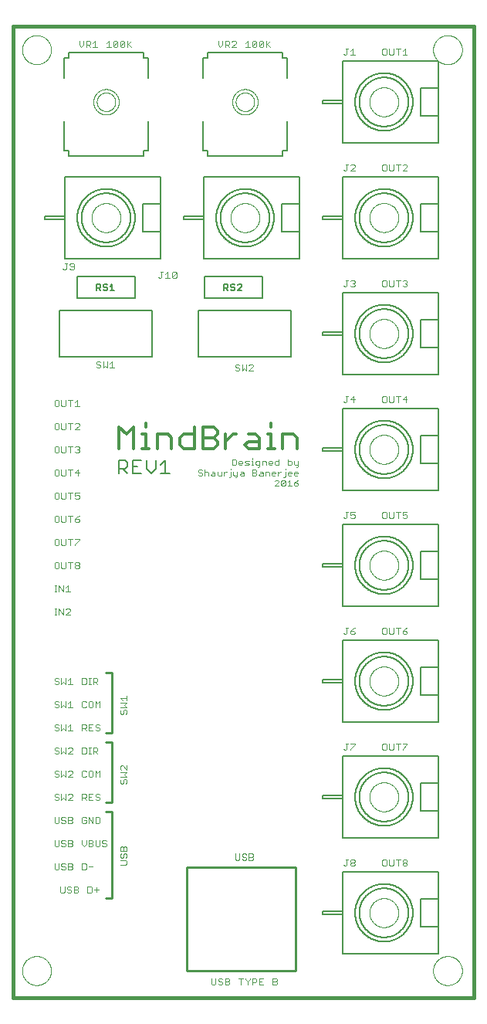
<source format=gto>
G75*
%MOIN*%
%OFA0B0*%
%FSLAX25Y25*%
%IPPOS*%
%LPD*%
%AMOC8*
5,1,8,0,0,1.08239X$1,22.5*
%
%ADD10C,0.00000*%
%ADD11C,0.01600*%
%ADD12C,0.00400*%
%ADD13C,0.01000*%
%ADD14C,0.01300*%
%ADD15C,0.00800*%
%ADD16C,0.00500*%
%ADD17C,0.00200*%
D10*
X0008450Y0017200D02*
X0008452Y0017358D01*
X0008458Y0017515D01*
X0008468Y0017673D01*
X0008482Y0017830D01*
X0008500Y0017986D01*
X0008521Y0018143D01*
X0008547Y0018298D01*
X0008577Y0018453D01*
X0008610Y0018607D01*
X0008648Y0018760D01*
X0008689Y0018913D01*
X0008734Y0019064D01*
X0008783Y0019214D01*
X0008836Y0019362D01*
X0008892Y0019510D01*
X0008953Y0019655D01*
X0009016Y0019800D01*
X0009084Y0019942D01*
X0009155Y0020083D01*
X0009229Y0020222D01*
X0009307Y0020359D01*
X0009389Y0020494D01*
X0009473Y0020627D01*
X0009562Y0020758D01*
X0009653Y0020886D01*
X0009748Y0021013D01*
X0009845Y0021136D01*
X0009946Y0021258D01*
X0010050Y0021376D01*
X0010157Y0021492D01*
X0010267Y0021605D01*
X0010379Y0021716D01*
X0010495Y0021823D01*
X0010613Y0021928D01*
X0010733Y0022030D01*
X0010856Y0022128D01*
X0010982Y0022224D01*
X0011110Y0022316D01*
X0011240Y0022405D01*
X0011372Y0022491D01*
X0011507Y0022573D01*
X0011644Y0022652D01*
X0011782Y0022727D01*
X0011922Y0022799D01*
X0012065Y0022867D01*
X0012208Y0022932D01*
X0012354Y0022993D01*
X0012501Y0023050D01*
X0012649Y0023104D01*
X0012799Y0023154D01*
X0012949Y0023200D01*
X0013101Y0023242D01*
X0013254Y0023281D01*
X0013408Y0023315D01*
X0013563Y0023346D01*
X0013718Y0023372D01*
X0013874Y0023395D01*
X0014031Y0023414D01*
X0014188Y0023429D01*
X0014345Y0023440D01*
X0014503Y0023447D01*
X0014661Y0023450D01*
X0014818Y0023449D01*
X0014976Y0023444D01*
X0015133Y0023435D01*
X0015291Y0023422D01*
X0015447Y0023405D01*
X0015604Y0023384D01*
X0015759Y0023360D01*
X0015914Y0023331D01*
X0016069Y0023298D01*
X0016222Y0023262D01*
X0016375Y0023221D01*
X0016526Y0023177D01*
X0016676Y0023129D01*
X0016825Y0023078D01*
X0016973Y0023022D01*
X0017119Y0022963D01*
X0017264Y0022900D01*
X0017407Y0022833D01*
X0017548Y0022763D01*
X0017687Y0022690D01*
X0017825Y0022613D01*
X0017961Y0022532D01*
X0018094Y0022448D01*
X0018225Y0022361D01*
X0018354Y0022270D01*
X0018481Y0022176D01*
X0018606Y0022079D01*
X0018727Y0021979D01*
X0018847Y0021876D01*
X0018963Y0021770D01*
X0019077Y0021661D01*
X0019189Y0021549D01*
X0019297Y0021435D01*
X0019402Y0021317D01*
X0019505Y0021197D01*
X0019604Y0021075D01*
X0019700Y0020950D01*
X0019793Y0020822D01*
X0019883Y0020693D01*
X0019969Y0020561D01*
X0020053Y0020427D01*
X0020132Y0020291D01*
X0020209Y0020153D01*
X0020281Y0020013D01*
X0020350Y0019871D01*
X0020416Y0019728D01*
X0020478Y0019583D01*
X0020536Y0019436D01*
X0020591Y0019288D01*
X0020642Y0019139D01*
X0020689Y0018988D01*
X0020732Y0018837D01*
X0020771Y0018684D01*
X0020807Y0018530D01*
X0020838Y0018376D01*
X0020866Y0018221D01*
X0020890Y0018065D01*
X0020910Y0017908D01*
X0020926Y0017751D01*
X0020938Y0017594D01*
X0020946Y0017437D01*
X0020950Y0017279D01*
X0020950Y0017121D01*
X0020946Y0016963D01*
X0020938Y0016806D01*
X0020926Y0016649D01*
X0020910Y0016492D01*
X0020890Y0016335D01*
X0020866Y0016179D01*
X0020838Y0016024D01*
X0020807Y0015870D01*
X0020771Y0015716D01*
X0020732Y0015563D01*
X0020689Y0015412D01*
X0020642Y0015261D01*
X0020591Y0015112D01*
X0020536Y0014964D01*
X0020478Y0014817D01*
X0020416Y0014672D01*
X0020350Y0014529D01*
X0020281Y0014387D01*
X0020209Y0014247D01*
X0020132Y0014109D01*
X0020053Y0013973D01*
X0019969Y0013839D01*
X0019883Y0013707D01*
X0019793Y0013578D01*
X0019700Y0013450D01*
X0019604Y0013325D01*
X0019505Y0013203D01*
X0019402Y0013083D01*
X0019297Y0012965D01*
X0019189Y0012851D01*
X0019077Y0012739D01*
X0018963Y0012630D01*
X0018847Y0012524D01*
X0018727Y0012421D01*
X0018606Y0012321D01*
X0018481Y0012224D01*
X0018354Y0012130D01*
X0018225Y0012039D01*
X0018094Y0011952D01*
X0017961Y0011868D01*
X0017825Y0011787D01*
X0017687Y0011710D01*
X0017548Y0011637D01*
X0017407Y0011567D01*
X0017264Y0011500D01*
X0017119Y0011437D01*
X0016973Y0011378D01*
X0016825Y0011322D01*
X0016676Y0011271D01*
X0016526Y0011223D01*
X0016375Y0011179D01*
X0016222Y0011138D01*
X0016069Y0011102D01*
X0015914Y0011069D01*
X0015759Y0011040D01*
X0015604Y0011016D01*
X0015447Y0010995D01*
X0015291Y0010978D01*
X0015133Y0010965D01*
X0014976Y0010956D01*
X0014818Y0010951D01*
X0014661Y0010950D01*
X0014503Y0010953D01*
X0014345Y0010960D01*
X0014188Y0010971D01*
X0014031Y0010986D01*
X0013874Y0011005D01*
X0013718Y0011028D01*
X0013563Y0011054D01*
X0013408Y0011085D01*
X0013254Y0011119D01*
X0013101Y0011158D01*
X0012949Y0011200D01*
X0012799Y0011246D01*
X0012649Y0011296D01*
X0012501Y0011350D01*
X0012354Y0011407D01*
X0012208Y0011468D01*
X0012065Y0011533D01*
X0011922Y0011601D01*
X0011782Y0011673D01*
X0011644Y0011748D01*
X0011507Y0011827D01*
X0011372Y0011909D01*
X0011240Y0011995D01*
X0011110Y0012084D01*
X0010982Y0012176D01*
X0010856Y0012272D01*
X0010733Y0012370D01*
X0010613Y0012472D01*
X0010495Y0012577D01*
X0010379Y0012684D01*
X0010267Y0012795D01*
X0010157Y0012908D01*
X0010050Y0013024D01*
X0009946Y0013142D01*
X0009845Y0013264D01*
X0009748Y0013387D01*
X0009653Y0013514D01*
X0009562Y0013642D01*
X0009473Y0013773D01*
X0009389Y0013906D01*
X0009307Y0014041D01*
X0009229Y0014178D01*
X0009155Y0014317D01*
X0009084Y0014458D01*
X0009016Y0014600D01*
X0008953Y0014745D01*
X0008892Y0014890D01*
X0008836Y0015038D01*
X0008783Y0015186D01*
X0008734Y0015336D01*
X0008689Y0015487D01*
X0008648Y0015640D01*
X0008610Y0015793D01*
X0008577Y0015947D01*
X0008547Y0016102D01*
X0008521Y0016257D01*
X0008500Y0016414D01*
X0008482Y0016570D01*
X0008468Y0016727D01*
X0008458Y0016885D01*
X0008452Y0017042D01*
X0008450Y0017200D01*
X0158450Y0042200D02*
X0158452Y0042358D01*
X0158458Y0042515D01*
X0158468Y0042673D01*
X0158482Y0042830D01*
X0158500Y0042986D01*
X0158521Y0043143D01*
X0158547Y0043298D01*
X0158577Y0043453D01*
X0158610Y0043607D01*
X0158648Y0043760D01*
X0158689Y0043913D01*
X0158734Y0044064D01*
X0158783Y0044214D01*
X0158836Y0044362D01*
X0158892Y0044510D01*
X0158953Y0044655D01*
X0159016Y0044800D01*
X0159084Y0044942D01*
X0159155Y0045083D01*
X0159229Y0045222D01*
X0159307Y0045359D01*
X0159389Y0045494D01*
X0159473Y0045627D01*
X0159562Y0045758D01*
X0159653Y0045886D01*
X0159748Y0046013D01*
X0159845Y0046136D01*
X0159946Y0046258D01*
X0160050Y0046376D01*
X0160157Y0046492D01*
X0160267Y0046605D01*
X0160379Y0046716D01*
X0160495Y0046823D01*
X0160613Y0046928D01*
X0160733Y0047030D01*
X0160856Y0047128D01*
X0160982Y0047224D01*
X0161110Y0047316D01*
X0161240Y0047405D01*
X0161372Y0047491D01*
X0161507Y0047573D01*
X0161644Y0047652D01*
X0161782Y0047727D01*
X0161922Y0047799D01*
X0162065Y0047867D01*
X0162208Y0047932D01*
X0162354Y0047993D01*
X0162501Y0048050D01*
X0162649Y0048104D01*
X0162799Y0048154D01*
X0162949Y0048200D01*
X0163101Y0048242D01*
X0163254Y0048281D01*
X0163408Y0048315D01*
X0163563Y0048346D01*
X0163718Y0048372D01*
X0163874Y0048395D01*
X0164031Y0048414D01*
X0164188Y0048429D01*
X0164345Y0048440D01*
X0164503Y0048447D01*
X0164661Y0048450D01*
X0164818Y0048449D01*
X0164976Y0048444D01*
X0165133Y0048435D01*
X0165291Y0048422D01*
X0165447Y0048405D01*
X0165604Y0048384D01*
X0165759Y0048360D01*
X0165914Y0048331D01*
X0166069Y0048298D01*
X0166222Y0048262D01*
X0166375Y0048221D01*
X0166526Y0048177D01*
X0166676Y0048129D01*
X0166825Y0048078D01*
X0166973Y0048022D01*
X0167119Y0047963D01*
X0167264Y0047900D01*
X0167407Y0047833D01*
X0167548Y0047763D01*
X0167687Y0047690D01*
X0167825Y0047613D01*
X0167961Y0047532D01*
X0168094Y0047448D01*
X0168225Y0047361D01*
X0168354Y0047270D01*
X0168481Y0047176D01*
X0168606Y0047079D01*
X0168727Y0046979D01*
X0168847Y0046876D01*
X0168963Y0046770D01*
X0169077Y0046661D01*
X0169189Y0046549D01*
X0169297Y0046435D01*
X0169402Y0046317D01*
X0169505Y0046197D01*
X0169604Y0046075D01*
X0169700Y0045950D01*
X0169793Y0045822D01*
X0169883Y0045693D01*
X0169969Y0045561D01*
X0170053Y0045427D01*
X0170132Y0045291D01*
X0170209Y0045153D01*
X0170281Y0045013D01*
X0170350Y0044871D01*
X0170416Y0044728D01*
X0170478Y0044583D01*
X0170536Y0044436D01*
X0170591Y0044288D01*
X0170642Y0044139D01*
X0170689Y0043988D01*
X0170732Y0043837D01*
X0170771Y0043684D01*
X0170807Y0043530D01*
X0170838Y0043376D01*
X0170866Y0043221D01*
X0170890Y0043065D01*
X0170910Y0042908D01*
X0170926Y0042751D01*
X0170938Y0042594D01*
X0170946Y0042437D01*
X0170950Y0042279D01*
X0170950Y0042121D01*
X0170946Y0041963D01*
X0170938Y0041806D01*
X0170926Y0041649D01*
X0170910Y0041492D01*
X0170890Y0041335D01*
X0170866Y0041179D01*
X0170838Y0041024D01*
X0170807Y0040870D01*
X0170771Y0040716D01*
X0170732Y0040563D01*
X0170689Y0040412D01*
X0170642Y0040261D01*
X0170591Y0040112D01*
X0170536Y0039964D01*
X0170478Y0039817D01*
X0170416Y0039672D01*
X0170350Y0039529D01*
X0170281Y0039387D01*
X0170209Y0039247D01*
X0170132Y0039109D01*
X0170053Y0038973D01*
X0169969Y0038839D01*
X0169883Y0038707D01*
X0169793Y0038578D01*
X0169700Y0038450D01*
X0169604Y0038325D01*
X0169505Y0038203D01*
X0169402Y0038083D01*
X0169297Y0037965D01*
X0169189Y0037851D01*
X0169077Y0037739D01*
X0168963Y0037630D01*
X0168847Y0037524D01*
X0168727Y0037421D01*
X0168606Y0037321D01*
X0168481Y0037224D01*
X0168354Y0037130D01*
X0168225Y0037039D01*
X0168094Y0036952D01*
X0167961Y0036868D01*
X0167825Y0036787D01*
X0167687Y0036710D01*
X0167548Y0036637D01*
X0167407Y0036567D01*
X0167264Y0036500D01*
X0167119Y0036437D01*
X0166973Y0036378D01*
X0166825Y0036322D01*
X0166676Y0036271D01*
X0166526Y0036223D01*
X0166375Y0036179D01*
X0166222Y0036138D01*
X0166069Y0036102D01*
X0165914Y0036069D01*
X0165759Y0036040D01*
X0165604Y0036016D01*
X0165447Y0035995D01*
X0165291Y0035978D01*
X0165133Y0035965D01*
X0164976Y0035956D01*
X0164818Y0035951D01*
X0164661Y0035950D01*
X0164503Y0035953D01*
X0164345Y0035960D01*
X0164188Y0035971D01*
X0164031Y0035986D01*
X0163874Y0036005D01*
X0163718Y0036028D01*
X0163563Y0036054D01*
X0163408Y0036085D01*
X0163254Y0036119D01*
X0163101Y0036158D01*
X0162949Y0036200D01*
X0162799Y0036246D01*
X0162649Y0036296D01*
X0162501Y0036350D01*
X0162354Y0036407D01*
X0162208Y0036468D01*
X0162065Y0036533D01*
X0161922Y0036601D01*
X0161782Y0036673D01*
X0161644Y0036748D01*
X0161507Y0036827D01*
X0161372Y0036909D01*
X0161240Y0036995D01*
X0161110Y0037084D01*
X0160982Y0037176D01*
X0160856Y0037272D01*
X0160733Y0037370D01*
X0160613Y0037472D01*
X0160495Y0037577D01*
X0160379Y0037684D01*
X0160267Y0037795D01*
X0160157Y0037908D01*
X0160050Y0038024D01*
X0159946Y0038142D01*
X0159845Y0038264D01*
X0159748Y0038387D01*
X0159653Y0038514D01*
X0159562Y0038642D01*
X0159473Y0038773D01*
X0159389Y0038906D01*
X0159307Y0039041D01*
X0159229Y0039178D01*
X0159155Y0039317D01*
X0159084Y0039458D01*
X0159016Y0039600D01*
X0158953Y0039745D01*
X0158892Y0039890D01*
X0158836Y0040038D01*
X0158783Y0040186D01*
X0158734Y0040336D01*
X0158689Y0040487D01*
X0158648Y0040640D01*
X0158610Y0040793D01*
X0158577Y0040947D01*
X0158547Y0041102D01*
X0158521Y0041257D01*
X0158500Y0041414D01*
X0158482Y0041570D01*
X0158468Y0041727D01*
X0158458Y0041885D01*
X0158452Y0042042D01*
X0158450Y0042200D01*
X0158450Y0092200D02*
X0158452Y0092358D01*
X0158458Y0092515D01*
X0158468Y0092673D01*
X0158482Y0092830D01*
X0158500Y0092986D01*
X0158521Y0093143D01*
X0158547Y0093298D01*
X0158577Y0093453D01*
X0158610Y0093607D01*
X0158648Y0093760D01*
X0158689Y0093913D01*
X0158734Y0094064D01*
X0158783Y0094214D01*
X0158836Y0094362D01*
X0158892Y0094510D01*
X0158953Y0094655D01*
X0159016Y0094800D01*
X0159084Y0094942D01*
X0159155Y0095083D01*
X0159229Y0095222D01*
X0159307Y0095359D01*
X0159389Y0095494D01*
X0159473Y0095627D01*
X0159562Y0095758D01*
X0159653Y0095886D01*
X0159748Y0096013D01*
X0159845Y0096136D01*
X0159946Y0096258D01*
X0160050Y0096376D01*
X0160157Y0096492D01*
X0160267Y0096605D01*
X0160379Y0096716D01*
X0160495Y0096823D01*
X0160613Y0096928D01*
X0160733Y0097030D01*
X0160856Y0097128D01*
X0160982Y0097224D01*
X0161110Y0097316D01*
X0161240Y0097405D01*
X0161372Y0097491D01*
X0161507Y0097573D01*
X0161644Y0097652D01*
X0161782Y0097727D01*
X0161922Y0097799D01*
X0162065Y0097867D01*
X0162208Y0097932D01*
X0162354Y0097993D01*
X0162501Y0098050D01*
X0162649Y0098104D01*
X0162799Y0098154D01*
X0162949Y0098200D01*
X0163101Y0098242D01*
X0163254Y0098281D01*
X0163408Y0098315D01*
X0163563Y0098346D01*
X0163718Y0098372D01*
X0163874Y0098395D01*
X0164031Y0098414D01*
X0164188Y0098429D01*
X0164345Y0098440D01*
X0164503Y0098447D01*
X0164661Y0098450D01*
X0164818Y0098449D01*
X0164976Y0098444D01*
X0165133Y0098435D01*
X0165291Y0098422D01*
X0165447Y0098405D01*
X0165604Y0098384D01*
X0165759Y0098360D01*
X0165914Y0098331D01*
X0166069Y0098298D01*
X0166222Y0098262D01*
X0166375Y0098221D01*
X0166526Y0098177D01*
X0166676Y0098129D01*
X0166825Y0098078D01*
X0166973Y0098022D01*
X0167119Y0097963D01*
X0167264Y0097900D01*
X0167407Y0097833D01*
X0167548Y0097763D01*
X0167687Y0097690D01*
X0167825Y0097613D01*
X0167961Y0097532D01*
X0168094Y0097448D01*
X0168225Y0097361D01*
X0168354Y0097270D01*
X0168481Y0097176D01*
X0168606Y0097079D01*
X0168727Y0096979D01*
X0168847Y0096876D01*
X0168963Y0096770D01*
X0169077Y0096661D01*
X0169189Y0096549D01*
X0169297Y0096435D01*
X0169402Y0096317D01*
X0169505Y0096197D01*
X0169604Y0096075D01*
X0169700Y0095950D01*
X0169793Y0095822D01*
X0169883Y0095693D01*
X0169969Y0095561D01*
X0170053Y0095427D01*
X0170132Y0095291D01*
X0170209Y0095153D01*
X0170281Y0095013D01*
X0170350Y0094871D01*
X0170416Y0094728D01*
X0170478Y0094583D01*
X0170536Y0094436D01*
X0170591Y0094288D01*
X0170642Y0094139D01*
X0170689Y0093988D01*
X0170732Y0093837D01*
X0170771Y0093684D01*
X0170807Y0093530D01*
X0170838Y0093376D01*
X0170866Y0093221D01*
X0170890Y0093065D01*
X0170910Y0092908D01*
X0170926Y0092751D01*
X0170938Y0092594D01*
X0170946Y0092437D01*
X0170950Y0092279D01*
X0170950Y0092121D01*
X0170946Y0091963D01*
X0170938Y0091806D01*
X0170926Y0091649D01*
X0170910Y0091492D01*
X0170890Y0091335D01*
X0170866Y0091179D01*
X0170838Y0091024D01*
X0170807Y0090870D01*
X0170771Y0090716D01*
X0170732Y0090563D01*
X0170689Y0090412D01*
X0170642Y0090261D01*
X0170591Y0090112D01*
X0170536Y0089964D01*
X0170478Y0089817D01*
X0170416Y0089672D01*
X0170350Y0089529D01*
X0170281Y0089387D01*
X0170209Y0089247D01*
X0170132Y0089109D01*
X0170053Y0088973D01*
X0169969Y0088839D01*
X0169883Y0088707D01*
X0169793Y0088578D01*
X0169700Y0088450D01*
X0169604Y0088325D01*
X0169505Y0088203D01*
X0169402Y0088083D01*
X0169297Y0087965D01*
X0169189Y0087851D01*
X0169077Y0087739D01*
X0168963Y0087630D01*
X0168847Y0087524D01*
X0168727Y0087421D01*
X0168606Y0087321D01*
X0168481Y0087224D01*
X0168354Y0087130D01*
X0168225Y0087039D01*
X0168094Y0086952D01*
X0167961Y0086868D01*
X0167825Y0086787D01*
X0167687Y0086710D01*
X0167548Y0086637D01*
X0167407Y0086567D01*
X0167264Y0086500D01*
X0167119Y0086437D01*
X0166973Y0086378D01*
X0166825Y0086322D01*
X0166676Y0086271D01*
X0166526Y0086223D01*
X0166375Y0086179D01*
X0166222Y0086138D01*
X0166069Y0086102D01*
X0165914Y0086069D01*
X0165759Y0086040D01*
X0165604Y0086016D01*
X0165447Y0085995D01*
X0165291Y0085978D01*
X0165133Y0085965D01*
X0164976Y0085956D01*
X0164818Y0085951D01*
X0164661Y0085950D01*
X0164503Y0085953D01*
X0164345Y0085960D01*
X0164188Y0085971D01*
X0164031Y0085986D01*
X0163874Y0086005D01*
X0163718Y0086028D01*
X0163563Y0086054D01*
X0163408Y0086085D01*
X0163254Y0086119D01*
X0163101Y0086158D01*
X0162949Y0086200D01*
X0162799Y0086246D01*
X0162649Y0086296D01*
X0162501Y0086350D01*
X0162354Y0086407D01*
X0162208Y0086468D01*
X0162065Y0086533D01*
X0161922Y0086601D01*
X0161782Y0086673D01*
X0161644Y0086748D01*
X0161507Y0086827D01*
X0161372Y0086909D01*
X0161240Y0086995D01*
X0161110Y0087084D01*
X0160982Y0087176D01*
X0160856Y0087272D01*
X0160733Y0087370D01*
X0160613Y0087472D01*
X0160495Y0087577D01*
X0160379Y0087684D01*
X0160267Y0087795D01*
X0160157Y0087908D01*
X0160050Y0088024D01*
X0159946Y0088142D01*
X0159845Y0088264D01*
X0159748Y0088387D01*
X0159653Y0088514D01*
X0159562Y0088642D01*
X0159473Y0088773D01*
X0159389Y0088906D01*
X0159307Y0089041D01*
X0159229Y0089178D01*
X0159155Y0089317D01*
X0159084Y0089458D01*
X0159016Y0089600D01*
X0158953Y0089745D01*
X0158892Y0089890D01*
X0158836Y0090038D01*
X0158783Y0090186D01*
X0158734Y0090336D01*
X0158689Y0090487D01*
X0158648Y0090640D01*
X0158610Y0090793D01*
X0158577Y0090947D01*
X0158547Y0091102D01*
X0158521Y0091257D01*
X0158500Y0091414D01*
X0158482Y0091570D01*
X0158468Y0091727D01*
X0158458Y0091885D01*
X0158452Y0092042D01*
X0158450Y0092200D01*
X0158450Y0142200D02*
X0158452Y0142358D01*
X0158458Y0142515D01*
X0158468Y0142673D01*
X0158482Y0142830D01*
X0158500Y0142986D01*
X0158521Y0143143D01*
X0158547Y0143298D01*
X0158577Y0143453D01*
X0158610Y0143607D01*
X0158648Y0143760D01*
X0158689Y0143913D01*
X0158734Y0144064D01*
X0158783Y0144214D01*
X0158836Y0144362D01*
X0158892Y0144510D01*
X0158953Y0144655D01*
X0159016Y0144800D01*
X0159084Y0144942D01*
X0159155Y0145083D01*
X0159229Y0145222D01*
X0159307Y0145359D01*
X0159389Y0145494D01*
X0159473Y0145627D01*
X0159562Y0145758D01*
X0159653Y0145886D01*
X0159748Y0146013D01*
X0159845Y0146136D01*
X0159946Y0146258D01*
X0160050Y0146376D01*
X0160157Y0146492D01*
X0160267Y0146605D01*
X0160379Y0146716D01*
X0160495Y0146823D01*
X0160613Y0146928D01*
X0160733Y0147030D01*
X0160856Y0147128D01*
X0160982Y0147224D01*
X0161110Y0147316D01*
X0161240Y0147405D01*
X0161372Y0147491D01*
X0161507Y0147573D01*
X0161644Y0147652D01*
X0161782Y0147727D01*
X0161922Y0147799D01*
X0162065Y0147867D01*
X0162208Y0147932D01*
X0162354Y0147993D01*
X0162501Y0148050D01*
X0162649Y0148104D01*
X0162799Y0148154D01*
X0162949Y0148200D01*
X0163101Y0148242D01*
X0163254Y0148281D01*
X0163408Y0148315D01*
X0163563Y0148346D01*
X0163718Y0148372D01*
X0163874Y0148395D01*
X0164031Y0148414D01*
X0164188Y0148429D01*
X0164345Y0148440D01*
X0164503Y0148447D01*
X0164661Y0148450D01*
X0164818Y0148449D01*
X0164976Y0148444D01*
X0165133Y0148435D01*
X0165291Y0148422D01*
X0165447Y0148405D01*
X0165604Y0148384D01*
X0165759Y0148360D01*
X0165914Y0148331D01*
X0166069Y0148298D01*
X0166222Y0148262D01*
X0166375Y0148221D01*
X0166526Y0148177D01*
X0166676Y0148129D01*
X0166825Y0148078D01*
X0166973Y0148022D01*
X0167119Y0147963D01*
X0167264Y0147900D01*
X0167407Y0147833D01*
X0167548Y0147763D01*
X0167687Y0147690D01*
X0167825Y0147613D01*
X0167961Y0147532D01*
X0168094Y0147448D01*
X0168225Y0147361D01*
X0168354Y0147270D01*
X0168481Y0147176D01*
X0168606Y0147079D01*
X0168727Y0146979D01*
X0168847Y0146876D01*
X0168963Y0146770D01*
X0169077Y0146661D01*
X0169189Y0146549D01*
X0169297Y0146435D01*
X0169402Y0146317D01*
X0169505Y0146197D01*
X0169604Y0146075D01*
X0169700Y0145950D01*
X0169793Y0145822D01*
X0169883Y0145693D01*
X0169969Y0145561D01*
X0170053Y0145427D01*
X0170132Y0145291D01*
X0170209Y0145153D01*
X0170281Y0145013D01*
X0170350Y0144871D01*
X0170416Y0144728D01*
X0170478Y0144583D01*
X0170536Y0144436D01*
X0170591Y0144288D01*
X0170642Y0144139D01*
X0170689Y0143988D01*
X0170732Y0143837D01*
X0170771Y0143684D01*
X0170807Y0143530D01*
X0170838Y0143376D01*
X0170866Y0143221D01*
X0170890Y0143065D01*
X0170910Y0142908D01*
X0170926Y0142751D01*
X0170938Y0142594D01*
X0170946Y0142437D01*
X0170950Y0142279D01*
X0170950Y0142121D01*
X0170946Y0141963D01*
X0170938Y0141806D01*
X0170926Y0141649D01*
X0170910Y0141492D01*
X0170890Y0141335D01*
X0170866Y0141179D01*
X0170838Y0141024D01*
X0170807Y0140870D01*
X0170771Y0140716D01*
X0170732Y0140563D01*
X0170689Y0140412D01*
X0170642Y0140261D01*
X0170591Y0140112D01*
X0170536Y0139964D01*
X0170478Y0139817D01*
X0170416Y0139672D01*
X0170350Y0139529D01*
X0170281Y0139387D01*
X0170209Y0139247D01*
X0170132Y0139109D01*
X0170053Y0138973D01*
X0169969Y0138839D01*
X0169883Y0138707D01*
X0169793Y0138578D01*
X0169700Y0138450D01*
X0169604Y0138325D01*
X0169505Y0138203D01*
X0169402Y0138083D01*
X0169297Y0137965D01*
X0169189Y0137851D01*
X0169077Y0137739D01*
X0168963Y0137630D01*
X0168847Y0137524D01*
X0168727Y0137421D01*
X0168606Y0137321D01*
X0168481Y0137224D01*
X0168354Y0137130D01*
X0168225Y0137039D01*
X0168094Y0136952D01*
X0167961Y0136868D01*
X0167825Y0136787D01*
X0167687Y0136710D01*
X0167548Y0136637D01*
X0167407Y0136567D01*
X0167264Y0136500D01*
X0167119Y0136437D01*
X0166973Y0136378D01*
X0166825Y0136322D01*
X0166676Y0136271D01*
X0166526Y0136223D01*
X0166375Y0136179D01*
X0166222Y0136138D01*
X0166069Y0136102D01*
X0165914Y0136069D01*
X0165759Y0136040D01*
X0165604Y0136016D01*
X0165447Y0135995D01*
X0165291Y0135978D01*
X0165133Y0135965D01*
X0164976Y0135956D01*
X0164818Y0135951D01*
X0164661Y0135950D01*
X0164503Y0135953D01*
X0164345Y0135960D01*
X0164188Y0135971D01*
X0164031Y0135986D01*
X0163874Y0136005D01*
X0163718Y0136028D01*
X0163563Y0136054D01*
X0163408Y0136085D01*
X0163254Y0136119D01*
X0163101Y0136158D01*
X0162949Y0136200D01*
X0162799Y0136246D01*
X0162649Y0136296D01*
X0162501Y0136350D01*
X0162354Y0136407D01*
X0162208Y0136468D01*
X0162065Y0136533D01*
X0161922Y0136601D01*
X0161782Y0136673D01*
X0161644Y0136748D01*
X0161507Y0136827D01*
X0161372Y0136909D01*
X0161240Y0136995D01*
X0161110Y0137084D01*
X0160982Y0137176D01*
X0160856Y0137272D01*
X0160733Y0137370D01*
X0160613Y0137472D01*
X0160495Y0137577D01*
X0160379Y0137684D01*
X0160267Y0137795D01*
X0160157Y0137908D01*
X0160050Y0138024D01*
X0159946Y0138142D01*
X0159845Y0138264D01*
X0159748Y0138387D01*
X0159653Y0138514D01*
X0159562Y0138642D01*
X0159473Y0138773D01*
X0159389Y0138906D01*
X0159307Y0139041D01*
X0159229Y0139178D01*
X0159155Y0139317D01*
X0159084Y0139458D01*
X0159016Y0139600D01*
X0158953Y0139745D01*
X0158892Y0139890D01*
X0158836Y0140038D01*
X0158783Y0140186D01*
X0158734Y0140336D01*
X0158689Y0140487D01*
X0158648Y0140640D01*
X0158610Y0140793D01*
X0158577Y0140947D01*
X0158547Y0141102D01*
X0158521Y0141257D01*
X0158500Y0141414D01*
X0158482Y0141570D01*
X0158468Y0141727D01*
X0158458Y0141885D01*
X0158452Y0142042D01*
X0158450Y0142200D01*
X0158450Y0192200D02*
X0158452Y0192358D01*
X0158458Y0192515D01*
X0158468Y0192673D01*
X0158482Y0192830D01*
X0158500Y0192986D01*
X0158521Y0193143D01*
X0158547Y0193298D01*
X0158577Y0193453D01*
X0158610Y0193607D01*
X0158648Y0193760D01*
X0158689Y0193913D01*
X0158734Y0194064D01*
X0158783Y0194214D01*
X0158836Y0194362D01*
X0158892Y0194510D01*
X0158953Y0194655D01*
X0159016Y0194800D01*
X0159084Y0194942D01*
X0159155Y0195083D01*
X0159229Y0195222D01*
X0159307Y0195359D01*
X0159389Y0195494D01*
X0159473Y0195627D01*
X0159562Y0195758D01*
X0159653Y0195886D01*
X0159748Y0196013D01*
X0159845Y0196136D01*
X0159946Y0196258D01*
X0160050Y0196376D01*
X0160157Y0196492D01*
X0160267Y0196605D01*
X0160379Y0196716D01*
X0160495Y0196823D01*
X0160613Y0196928D01*
X0160733Y0197030D01*
X0160856Y0197128D01*
X0160982Y0197224D01*
X0161110Y0197316D01*
X0161240Y0197405D01*
X0161372Y0197491D01*
X0161507Y0197573D01*
X0161644Y0197652D01*
X0161782Y0197727D01*
X0161922Y0197799D01*
X0162065Y0197867D01*
X0162208Y0197932D01*
X0162354Y0197993D01*
X0162501Y0198050D01*
X0162649Y0198104D01*
X0162799Y0198154D01*
X0162949Y0198200D01*
X0163101Y0198242D01*
X0163254Y0198281D01*
X0163408Y0198315D01*
X0163563Y0198346D01*
X0163718Y0198372D01*
X0163874Y0198395D01*
X0164031Y0198414D01*
X0164188Y0198429D01*
X0164345Y0198440D01*
X0164503Y0198447D01*
X0164661Y0198450D01*
X0164818Y0198449D01*
X0164976Y0198444D01*
X0165133Y0198435D01*
X0165291Y0198422D01*
X0165447Y0198405D01*
X0165604Y0198384D01*
X0165759Y0198360D01*
X0165914Y0198331D01*
X0166069Y0198298D01*
X0166222Y0198262D01*
X0166375Y0198221D01*
X0166526Y0198177D01*
X0166676Y0198129D01*
X0166825Y0198078D01*
X0166973Y0198022D01*
X0167119Y0197963D01*
X0167264Y0197900D01*
X0167407Y0197833D01*
X0167548Y0197763D01*
X0167687Y0197690D01*
X0167825Y0197613D01*
X0167961Y0197532D01*
X0168094Y0197448D01*
X0168225Y0197361D01*
X0168354Y0197270D01*
X0168481Y0197176D01*
X0168606Y0197079D01*
X0168727Y0196979D01*
X0168847Y0196876D01*
X0168963Y0196770D01*
X0169077Y0196661D01*
X0169189Y0196549D01*
X0169297Y0196435D01*
X0169402Y0196317D01*
X0169505Y0196197D01*
X0169604Y0196075D01*
X0169700Y0195950D01*
X0169793Y0195822D01*
X0169883Y0195693D01*
X0169969Y0195561D01*
X0170053Y0195427D01*
X0170132Y0195291D01*
X0170209Y0195153D01*
X0170281Y0195013D01*
X0170350Y0194871D01*
X0170416Y0194728D01*
X0170478Y0194583D01*
X0170536Y0194436D01*
X0170591Y0194288D01*
X0170642Y0194139D01*
X0170689Y0193988D01*
X0170732Y0193837D01*
X0170771Y0193684D01*
X0170807Y0193530D01*
X0170838Y0193376D01*
X0170866Y0193221D01*
X0170890Y0193065D01*
X0170910Y0192908D01*
X0170926Y0192751D01*
X0170938Y0192594D01*
X0170946Y0192437D01*
X0170950Y0192279D01*
X0170950Y0192121D01*
X0170946Y0191963D01*
X0170938Y0191806D01*
X0170926Y0191649D01*
X0170910Y0191492D01*
X0170890Y0191335D01*
X0170866Y0191179D01*
X0170838Y0191024D01*
X0170807Y0190870D01*
X0170771Y0190716D01*
X0170732Y0190563D01*
X0170689Y0190412D01*
X0170642Y0190261D01*
X0170591Y0190112D01*
X0170536Y0189964D01*
X0170478Y0189817D01*
X0170416Y0189672D01*
X0170350Y0189529D01*
X0170281Y0189387D01*
X0170209Y0189247D01*
X0170132Y0189109D01*
X0170053Y0188973D01*
X0169969Y0188839D01*
X0169883Y0188707D01*
X0169793Y0188578D01*
X0169700Y0188450D01*
X0169604Y0188325D01*
X0169505Y0188203D01*
X0169402Y0188083D01*
X0169297Y0187965D01*
X0169189Y0187851D01*
X0169077Y0187739D01*
X0168963Y0187630D01*
X0168847Y0187524D01*
X0168727Y0187421D01*
X0168606Y0187321D01*
X0168481Y0187224D01*
X0168354Y0187130D01*
X0168225Y0187039D01*
X0168094Y0186952D01*
X0167961Y0186868D01*
X0167825Y0186787D01*
X0167687Y0186710D01*
X0167548Y0186637D01*
X0167407Y0186567D01*
X0167264Y0186500D01*
X0167119Y0186437D01*
X0166973Y0186378D01*
X0166825Y0186322D01*
X0166676Y0186271D01*
X0166526Y0186223D01*
X0166375Y0186179D01*
X0166222Y0186138D01*
X0166069Y0186102D01*
X0165914Y0186069D01*
X0165759Y0186040D01*
X0165604Y0186016D01*
X0165447Y0185995D01*
X0165291Y0185978D01*
X0165133Y0185965D01*
X0164976Y0185956D01*
X0164818Y0185951D01*
X0164661Y0185950D01*
X0164503Y0185953D01*
X0164345Y0185960D01*
X0164188Y0185971D01*
X0164031Y0185986D01*
X0163874Y0186005D01*
X0163718Y0186028D01*
X0163563Y0186054D01*
X0163408Y0186085D01*
X0163254Y0186119D01*
X0163101Y0186158D01*
X0162949Y0186200D01*
X0162799Y0186246D01*
X0162649Y0186296D01*
X0162501Y0186350D01*
X0162354Y0186407D01*
X0162208Y0186468D01*
X0162065Y0186533D01*
X0161922Y0186601D01*
X0161782Y0186673D01*
X0161644Y0186748D01*
X0161507Y0186827D01*
X0161372Y0186909D01*
X0161240Y0186995D01*
X0161110Y0187084D01*
X0160982Y0187176D01*
X0160856Y0187272D01*
X0160733Y0187370D01*
X0160613Y0187472D01*
X0160495Y0187577D01*
X0160379Y0187684D01*
X0160267Y0187795D01*
X0160157Y0187908D01*
X0160050Y0188024D01*
X0159946Y0188142D01*
X0159845Y0188264D01*
X0159748Y0188387D01*
X0159653Y0188514D01*
X0159562Y0188642D01*
X0159473Y0188773D01*
X0159389Y0188906D01*
X0159307Y0189041D01*
X0159229Y0189178D01*
X0159155Y0189317D01*
X0159084Y0189458D01*
X0159016Y0189600D01*
X0158953Y0189745D01*
X0158892Y0189890D01*
X0158836Y0190038D01*
X0158783Y0190186D01*
X0158734Y0190336D01*
X0158689Y0190487D01*
X0158648Y0190640D01*
X0158610Y0190793D01*
X0158577Y0190947D01*
X0158547Y0191102D01*
X0158521Y0191257D01*
X0158500Y0191414D01*
X0158482Y0191570D01*
X0158468Y0191727D01*
X0158458Y0191885D01*
X0158452Y0192042D01*
X0158450Y0192200D01*
X0158450Y0242200D02*
X0158452Y0242358D01*
X0158458Y0242515D01*
X0158468Y0242673D01*
X0158482Y0242830D01*
X0158500Y0242986D01*
X0158521Y0243143D01*
X0158547Y0243298D01*
X0158577Y0243453D01*
X0158610Y0243607D01*
X0158648Y0243760D01*
X0158689Y0243913D01*
X0158734Y0244064D01*
X0158783Y0244214D01*
X0158836Y0244362D01*
X0158892Y0244510D01*
X0158953Y0244655D01*
X0159016Y0244800D01*
X0159084Y0244942D01*
X0159155Y0245083D01*
X0159229Y0245222D01*
X0159307Y0245359D01*
X0159389Y0245494D01*
X0159473Y0245627D01*
X0159562Y0245758D01*
X0159653Y0245886D01*
X0159748Y0246013D01*
X0159845Y0246136D01*
X0159946Y0246258D01*
X0160050Y0246376D01*
X0160157Y0246492D01*
X0160267Y0246605D01*
X0160379Y0246716D01*
X0160495Y0246823D01*
X0160613Y0246928D01*
X0160733Y0247030D01*
X0160856Y0247128D01*
X0160982Y0247224D01*
X0161110Y0247316D01*
X0161240Y0247405D01*
X0161372Y0247491D01*
X0161507Y0247573D01*
X0161644Y0247652D01*
X0161782Y0247727D01*
X0161922Y0247799D01*
X0162065Y0247867D01*
X0162208Y0247932D01*
X0162354Y0247993D01*
X0162501Y0248050D01*
X0162649Y0248104D01*
X0162799Y0248154D01*
X0162949Y0248200D01*
X0163101Y0248242D01*
X0163254Y0248281D01*
X0163408Y0248315D01*
X0163563Y0248346D01*
X0163718Y0248372D01*
X0163874Y0248395D01*
X0164031Y0248414D01*
X0164188Y0248429D01*
X0164345Y0248440D01*
X0164503Y0248447D01*
X0164661Y0248450D01*
X0164818Y0248449D01*
X0164976Y0248444D01*
X0165133Y0248435D01*
X0165291Y0248422D01*
X0165447Y0248405D01*
X0165604Y0248384D01*
X0165759Y0248360D01*
X0165914Y0248331D01*
X0166069Y0248298D01*
X0166222Y0248262D01*
X0166375Y0248221D01*
X0166526Y0248177D01*
X0166676Y0248129D01*
X0166825Y0248078D01*
X0166973Y0248022D01*
X0167119Y0247963D01*
X0167264Y0247900D01*
X0167407Y0247833D01*
X0167548Y0247763D01*
X0167687Y0247690D01*
X0167825Y0247613D01*
X0167961Y0247532D01*
X0168094Y0247448D01*
X0168225Y0247361D01*
X0168354Y0247270D01*
X0168481Y0247176D01*
X0168606Y0247079D01*
X0168727Y0246979D01*
X0168847Y0246876D01*
X0168963Y0246770D01*
X0169077Y0246661D01*
X0169189Y0246549D01*
X0169297Y0246435D01*
X0169402Y0246317D01*
X0169505Y0246197D01*
X0169604Y0246075D01*
X0169700Y0245950D01*
X0169793Y0245822D01*
X0169883Y0245693D01*
X0169969Y0245561D01*
X0170053Y0245427D01*
X0170132Y0245291D01*
X0170209Y0245153D01*
X0170281Y0245013D01*
X0170350Y0244871D01*
X0170416Y0244728D01*
X0170478Y0244583D01*
X0170536Y0244436D01*
X0170591Y0244288D01*
X0170642Y0244139D01*
X0170689Y0243988D01*
X0170732Y0243837D01*
X0170771Y0243684D01*
X0170807Y0243530D01*
X0170838Y0243376D01*
X0170866Y0243221D01*
X0170890Y0243065D01*
X0170910Y0242908D01*
X0170926Y0242751D01*
X0170938Y0242594D01*
X0170946Y0242437D01*
X0170950Y0242279D01*
X0170950Y0242121D01*
X0170946Y0241963D01*
X0170938Y0241806D01*
X0170926Y0241649D01*
X0170910Y0241492D01*
X0170890Y0241335D01*
X0170866Y0241179D01*
X0170838Y0241024D01*
X0170807Y0240870D01*
X0170771Y0240716D01*
X0170732Y0240563D01*
X0170689Y0240412D01*
X0170642Y0240261D01*
X0170591Y0240112D01*
X0170536Y0239964D01*
X0170478Y0239817D01*
X0170416Y0239672D01*
X0170350Y0239529D01*
X0170281Y0239387D01*
X0170209Y0239247D01*
X0170132Y0239109D01*
X0170053Y0238973D01*
X0169969Y0238839D01*
X0169883Y0238707D01*
X0169793Y0238578D01*
X0169700Y0238450D01*
X0169604Y0238325D01*
X0169505Y0238203D01*
X0169402Y0238083D01*
X0169297Y0237965D01*
X0169189Y0237851D01*
X0169077Y0237739D01*
X0168963Y0237630D01*
X0168847Y0237524D01*
X0168727Y0237421D01*
X0168606Y0237321D01*
X0168481Y0237224D01*
X0168354Y0237130D01*
X0168225Y0237039D01*
X0168094Y0236952D01*
X0167961Y0236868D01*
X0167825Y0236787D01*
X0167687Y0236710D01*
X0167548Y0236637D01*
X0167407Y0236567D01*
X0167264Y0236500D01*
X0167119Y0236437D01*
X0166973Y0236378D01*
X0166825Y0236322D01*
X0166676Y0236271D01*
X0166526Y0236223D01*
X0166375Y0236179D01*
X0166222Y0236138D01*
X0166069Y0236102D01*
X0165914Y0236069D01*
X0165759Y0236040D01*
X0165604Y0236016D01*
X0165447Y0235995D01*
X0165291Y0235978D01*
X0165133Y0235965D01*
X0164976Y0235956D01*
X0164818Y0235951D01*
X0164661Y0235950D01*
X0164503Y0235953D01*
X0164345Y0235960D01*
X0164188Y0235971D01*
X0164031Y0235986D01*
X0163874Y0236005D01*
X0163718Y0236028D01*
X0163563Y0236054D01*
X0163408Y0236085D01*
X0163254Y0236119D01*
X0163101Y0236158D01*
X0162949Y0236200D01*
X0162799Y0236246D01*
X0162649Y0236296D01*
X0162501Y0236350D01*
X0162354Y0236407D01*
X0162208Y0236468D01*
X0162065Y0236533D01*
X0161922Y0236601D01*
X0161782Y0236673D01*
X0161644Y0236748D01*
X0161507Y0236827D01*
X0161372Y0236909D01*
X0161240Y0236995D01*
X0161110Y0237084D01*
X0160982Y0237176D01*
X0160856Y0237272D01*
X0160733Y0237370D01*
X0160613Y0237472D01*
X0160495Y0237577D01*
X0160379Y0237684D01*
X0160267Y0237795D01*
X0160157Y0237908D01*
X0160050Y0238024D01*
X0159946Y0238142D01*
X0159845Y0238264D01*
X0159748Y0238387D01*
X0159653Y0238514D01*
X0159562Y0238642D01*
X0159473Y0238773D01*
X0159389Y0238906D01*
X0159307Y0239041D01*
X0159229Y0239178D01*
X0159155Y0239317D01*
X0159084Y0239458D01*
X0159016Y0239600D01*
X0158953Y0239745D01*
X0158892Y0239890D01*
X0158836Y0240038D01*
X0158783Y0240186D01*
X0158734Y0240336D01*
X0158689Y0240487D01*
X0158648Y0240640D01*
X0158610Y0240793D01*
X0158577Y0240947D01*
X0158547Y0241102D01*
X0158521Y0241257D01*
X0158500Y0241414D01*
X0158482Y0241570D01*
X0158468Y0241727D01*
X0158458Y0241885D01*
X0158452Y0242042D01*
X0158450Y0242200D01*
X0158450Y0292200D02*
X0158452Y0292358D01*
X0158458Y0292515D01*
X0158468Y0292673D01*
X0158482Y0292830D01*
X0158500Y0292986D01*
X0158521Y0293143D01*
X0158547Y0293298D01*
X0158577Y0293453D01*
X0158610Y0293607D01*
X0158648Y0293760D01*
X0158689Y0293913D01*
X0158734Y0294064D01*
X0158783Y0294214D01*
X0158836Y0294362D01*
X0158892Y0294510D01*
X0158953Y0294655D01*
X0159016Y0294800D01*
X0159084Y0294942D01*
X0159155Y0295083D01*
X0159229Y0295222D01*
X0159307Y0295359D01*
X0159389Y0295494D01*
X0159473Y0295627D01*
X0159562Y0295758D01*
X0159653Y0295886D01*
X0159748Y0296013D01*
X0159845Y0296136D01*
X0159946Y0296258D01*
X0160050Y0296376D01*
X0160157Y0296492D01*
X0160267Y0296605D01*
X0160379Y0296716D01*
X0160495Y0296823D01*
X0160613Y0296928D01*
X0160733Y0297030D01*
X0160856Y0297128D01*
X0160982Y0297224D01*
X0161110Y0297316D01*
X0161240Y0297405D01*
X0161372Y0297491D01*
X0161507Y0297573D01*
X0161644Y0297652D01*
X0161782Y0297727D01*
X0161922Y0297799D01*
X0162065Y0297867D01*
X0162208Y0297932D01*
X0162354Y0297993D01*
X0162501Y0298050D01*
X0162649Y0298104D01*
X0162799Y0298154D01*
X0162949Y0298200D01*
X0163101Y0298242D01*
X0163254Y0298281D01*
X0163408Y0298315D01*
X0163563Y0298346D01*
X0163718Y0298372D01*
X0163874Y0298395D01*
X0164031Y0298414D01*
X0164188Y0298429D01*
X0164345Y0298440D01*
X0164503Y0298447D01*
X0164661Y0298450D01*
X0164818Y0298449D01*
X0164976Y0298444D01*
X0165133Y0298435D01*
X0165291Y0298422D01*
X0165447Y0298405D01*
X0165604Y0298384D01*
X0165759Y0298360D01*
X0165914Y0298331D01*
X0166069Y0298298D01*
X0166222Y0298262D01*
X0166375Y0298221D01*
X0166526Y0298177D01*
X0166676Y0298129D01*
X0166825Y0298078D01*
X0166973Y0298022D01*
X0167119Y0297963D01*
X0167264Y0297900D01*
X0167407Y0297833D01*
X0167548Y0297763D01*
X0167687Y0297690D01*
X0167825Y0297613D01*
X0167961Y0297532D01*
X0168094Y0297448D01*
X0168225Y0297361D01*
X0168354Y0297270D01*
X0168481Y0297176D01*
X0168606Y0297079D01*
X0168727Y0296979D01*
X0168847Y0296876D01*
X0168963Y0296770D01*
X0169077Y0296661D01*
X0169189Y0296549D01*
X0169297Y0296435D01*
X0169402Y0296317D01*
X0169505Y0296197D01*
X0169604Y0296075D01*
X0169700Y0295950D01*
X0169793Y0295822D01*
X0169883Y0295693D01*
X0169969Y0295561D01*
X0170053Y0295427D01*
X0170132Y0295291D01*
X0170209Y0295153D01*
X0170281Y0295013D01*
X0170350Y0294871D01*
X0170416Y0294728D01*
X0170478Y0294583D01*
X0170536Y0294436D01*
X0170591Y0294288D01*
X0170642Y0294139D01*
X0170689Y0293988D01*
X0170732Y0293837D01*
X0170771Y0293684D01*
X0170807Y0293530D01*
X0170838Y0293376D01*
X0170866Y0293221D01*
X0170890Y0293065D01*
X0170910Y0292908D01*
X0170926Y0292751D01*
X0170938Y0292594D01*
X0170946Y0292437D01*
X0170950Y0292279D01*
X0170950Y0292121D01*
X0170946Y0291963D01*
X0170938Y0291806D01*
X0170926Y0291649D01*
X0170910Y0291492D01*
X0170890Y0291335D01*
X0170866Y0291179D01*
X0170838Y0291024D01*
X0170807Y0290870D01*
X0170771Y0290716D01*
X0170732Y0290563D01*
X0170689Y0290412D01*
X0170642Y0290261D01*
X0170591Y0290112D01*
X0170536Y0289964D01*
X0170478Y0289817D01*
X0170416Y0289672D01*
X0170350Y0289529D01*
X0170281Y0289387D01*
X0170209Y0289247D01*
X0170132Y0289109D01*
X0170053Y0288973D01*
X0169969Y0288839D01*
X0169883Y0288707D01*
X0169793Y0288578D01*
X0169700Y0288450D01*
X0169604Y0288325D01*
X0169505Y0288203D01*
X0169402Y0288083D01*
X0169297Y0287965D01*
X0169189Y0287851D01*
X0169077Y0287739D01*
X0168963Y0287630D01*
X0168847Y0287524D01*
X0168727Y0287421D01*
X0168606Y0287321D01*
X0168481Y0287224D01*
X0168354Y0287130D01*
X0168225Y0287039D01*
X0168094Y0286952D01*
X0167961Y0286868D01*
X0167825Y0286787D01*
X0167687Y0286710D01*
X0167548Y0286637D01*
X0167407Y0286567D01*
X0167264Y0286500D01*
X0167119Y0286437D01*
X0166973Y0286378D01*
X0166825Y0286322D01*
X0166676Y0286271D01*
X0166526Y0286223D01*
X0166375Y0286179D01*
X0166222Y0286138D01*
X0166069Y0286102D01*
X0165914Y0286069D01*
X0165759Y0286040D01*
X0165604Y0286016D01*
X0165447Y0285995D01*
X0165291Y0285978D01*
X0165133Y0285965D01*
X0164976Y0285956D01*
X0164818Y0285951D01*
X0164661Y0285950D01*
X0164503Y0285953D01*
X0164345Y0285960D01*
X0164188Y0285971D01*
X0164031Y0285986D01*
X0163874Y0286005D01*
X0163718Y0286028D01*
X0163563Y0286054D01*
X0163408Y0286085D01*
X0163254Y0286119D01*
X0163101Y0286158D01*
X0162949Y0286200D01*
X0162799Y0286246D01*
X0162649Y0286296D01*
X0162501Y0286350D01*
X0162354Y0286407D01*
X0162208Y0286468D01*
X0162065Y0286533D01*
X0161922Y0286601D01*
X0161782Y0286673D01*
X0161644Y0286748D01*
X0161507Y0286827D01*
X0161372Y0286909D01*
X0161240Y0286995D01*
X0161110Y0287084D01*
X0160982Y0287176D01*
X0160856Y0287272D01*
X0160733Y0287370D01*
X0160613Y0287472D01*
X0160495Y0287577D01*
X0160379Y0287684D01*
X0160267Y0287795D01*
X0160157Y0287908D01*
X0160050Y0288024D01*
X0159946Y0288142D01*
X0159845Y0288264D01*
X0159748Y0288387D01*
X0159653Y0288514D01*
X0159562Y0288642D01*
X0159473Y0288773D01*
X0159389Y0288906D01*
X0159307Y0289041D01*
X0159229Y0289178D01*
X0159155Y0289317D01*
X0159084Y0289458D01*
X0159016Y0289600D01*
X0158953Y0289745D01*
X0158892Y0289890D01*
X0158836Y0290038D01*
X0158783Y0290186D01*
X0158734Y0290336D01*
X0158689Y0290487D01*
X0158648Y0290640D01*
X0158610Y0290793D01*
X0158577Y0290947D01*
X0158547Y0291102D01*
X0158521Y0291257D01*
X0158500Y0291414D01*
X0158482Y0291570D01*
X0158468Y0291727D01*
X0158458Y0291885D01*
X0158452Y0292042D01*
X0158450Y0292200D01*
X0158450Y0342239D02*
X0158452Y0342397D01*
X0158458Y0342554D01*
X0158468Y0342712D01*
X0158482Y0342869D01*
X0158500Y0343025D01*
X0158521Y0343182D01*
X0158547Y0343337D01*
X0158577Y0343492D01*
X0158610Y0343646D01*
X0158648Y0343799D01*
X0158689Y0343952D01*
X0158734Y0344103D01*
X0158783Y0344253D01*
X0158836Y0344401D01*
X0158892Y0344549D01*
X0158953Y0344694D01*
X0159016Y0344839D01*
X0159084Y0344981D01*
X0159155Y0345122D01*
X0159229Y0345261D01*
X0159307Y0345398D01*
X0159389Y0345533D01*
X0159473Y0345666D01*
X0159562Y0345797D01*
X0159653Y0345925D01*
X0159748Y0346052D01*
X0159845Y0346175D01*
X0159946Y0346297D01*
X0160050Y0346415D01*
X0160157Y0346531D01*
X0160267Y0346644D01*
X0160379Y0346755D01*
X0160495Y0346862D01*
X0160613Y0346967D01*
X0160733Y0347069D01*
X0160856Y0347167D01*
X0160982Y0347263D01*
X0161110Y0347355D01*
X0161240Y0347444D01*
X0161372Y0347530D01*
X0161507Y0347612D01*
X0161644Y0347691D01*
X0161782Y0347766D01*
X0161922Y0347838D01*
X0162065Y0347906D01*
X0162208Y0347971D01*
X0162354Y0348032D01*
X0162501Y0348089D01*
X0162649Y0348143D01*
X0162799Y0348193D01*
X0162949Y0348239D01*
X0163101Y0348281D01*
X0163254Y0348320D01*
X0163408Y0348354D01*
X0163563Y0348385D01*
X0163718Y0348411D01*
X0163874Y0348434D01*
X0164031Y0348453D01*
X0164188Y0348468D01*
X0164345Y0348479D01*
X0164503Y0348486D01*
X0164661Y0348489D01*
X0164818Y0348488D01*
X0164976Y0348483D01*
X0165133Y0348474D01*
X0165291Y0348461D01*
X0165447Y0348444D01*
X0165604Y0348423D01*
X0165759Y0348399D01*
X0165914Y0348370D01*
X0166069Y0348337D01*
X0166222Y0348301D01*
X0166375Y0348260D01*
X0166526Y0348216D01*
X0166676Y0348168D01*
X0166825Y0348117D01*
X0166973Y0348061D01*
X0167119Y0348002D01*
X0167264Y0347939D01*
X0167407Y0347872D01*
X0167548Y0347802D01*
X0167687Y0347729D01*
X0167825Y0347652D01*
X0167961Y0347571D01*
X0168094Y0347487D01*
X0168225Y0347400D01*
X0168354Y0347309D01*
X0168481Y0347215D01*
X0168606Y0347118D01*
X0168727Y0347018D01*
X0168847Y0346915D01*
X0168963Y0346809D01*
X0169077Y0346700D01*
X0169189Y0346588D01*
X0169297Y0346474D01*
X0169402Y0346356D01*
X0169505Y0346236D01*
X0169604Y0346114D01*
X0169700Y0345989D01*
X0169793Y0345861D01*
X0169883Y0345732D01*
X0169969Y0345600D01*
X0170053Y0345466D01*
X0170132Y0345330D01*
X0170209Y0345192D01*
X0170281Y0345052D01*
X0170350Y0344910D01*
X0170416Y0344767D01*
X0170478Y0344622D01*
X0170536Y0344475D01*
X0170591Y0344327D01*
X0170642Y0344178D01*
X0170689Y0344027D01*
X0170732Y0343876D01*
X0170771Y0343723D01*
X0170807Y0343569D01*
X0170838Y0343415D01*
X0170866Y0343260D01*
X0170890Y0343104D01*
X0170910Y0342947D01*
X0170926Y0342790D01*
X0170938Y0342633D01*
X0170946Y0342476D01*
X0170950Y0342318D01*
X0170950Y0342160D01*
X0170946Y0342002D01*
X0170938Y0341845D01*
X0170926Y0341688D01*
X0170910Y0341531D01*
X0170890Y0341374D01*
X0170866Y0341218D01*
X0170838Y0341063D01*
X0170807Y0340909D01*
X0170771Y0340755D01*
X0170732Y0340602D01*
X0170689Y0340451D01*
X0170642Y0340300D01*
X0170591Y0340151D01*
X0170536Y0340003D01*
X0170478Y0339856D01*
X0170416Y0339711D01*
X0170350Y0339568D01*
X0170281Y0339426D01*
X0170209Y0339286D01*
X0170132Y0339148D01*
X0170053Y0339012D01*
X0169969Y0338878D01*
X0169883Y0338746D01*
X0169793Y0338617D01*
X0169700Y0338489D01*
X0169604Y0338364D01*
X0169505Y0338242D01*
X0169402Y0338122D01*
X0169297Y0338004D01*
X0169189Y0337890D01*
X0169077Y0337778D01*
X0168963Y0337669D01*
X0168847Y0337563D01*
X0168727Y0337460D01*
X0168606Y0337360D01*
X0168481Y0337263D01*
X0168354Y0337169D01*
X0168225Y0337078D01*
X0168094Y0336991D01*
X0167961Y0336907D01*
X0167825Y0336826D01*
X0167687Y0336749D01*
X0167548Y0336676D01*
X0167407Y0336606D01*
X0167264Y0336539D01*
X0167119Y0336476D01*
X0166973Y0336417D01*
X0166825Y0336361D01*
X0166676Y0336310D01*
X0166526Y0336262D01*
X0166375Y0336218D01*
X0166222Y0336177D01*
X0166069Y0336141D01*
X0165914Y0336108D01*
X0165759Y0336079D01*
X0165604Y0336055D01*
X0165447Y0336034D01*
X0165291Y0336017D01*
X0165133Y0336004D01*
X0164976Y0335995D01*
X0164818Y0335990D01*
X0164661Y0335989D01*
X0164503Y0335992D01*
X0164345Y0335999D01*
X0164188Y0336010D01*
X0164031Y0336025D01*
X0163874Y0336044D01*
X0163718Y0336067D01*
X0163563Y0336093D01*
X0163408Y0336124D01*
X0163254Y0336158D01*
X0163101Y0336197D01*
X0162949Y0336239D01*
X0162799Y0336285D01*
X0162649Y0336335D01*
X0162501Y0336389D01*
X0162354Y0336446D01*
X0162208Y0336507D01*
X0162065Y0336572D01*
X0161922Y0336640D01*
X0161782Y0336712D01*
X0161644Y0336787D01*
X0161507Y0336866D01*
X0161372Y0336948D01*
X0161240Y0337034D01*
X0161110Y0337123D01*
X0160982Y0337215D01*
X0160856Y0337311D01*
X0160733Y0337409D01*
X0160613Y0337511D01*
X0160495Y0337616D01*
X0160379Y0337723D01*
X0160267Y0337834D01*
X0160157Y0337947D01*
X0160050Y0338063D01*
X0159946Y0338181D01*
X0159845Y0338303D01*
X0159748Y0338426D01*
X0159653Y0338553D01*
X0159562Y0338681D01*
X0159473Y0338812D01*
X0159389Y0338945D01*
X0159307Y0339080D01*
X0159229Y0339217D01*
X0159155Y0339356D01*
X0159084Y0339497D01*
X0159016Y0339639D01*
X0158953Y0339784D01*
X0158892Y0339929D01*
X0158836Y0340077D01*
X0158783Y0340225D01*
X0158734Y0340375D01*
X0158689Y0340526D01*
X0158648Y0340679D01*
X0158610Y0340832D01*
X0158577Y0340986D01*
X0158547Y0341141D01*
X0158521Y0341296D01*
X0158500Y0341453D01*
X0158482Y0341609D01*
X0158468Y0341766D01*
X0158458Y0341924D01*
X0158452Y0342081D01*
X0158450Y0342239D01*
X0158450Y0392200D02*
X0158452Y0392358D01*
X0158458Y0392515D01*
X0158468Y0392673D01*
X0158482Y0392830D01*
X0158500Y0392986D01*
X0158521Y0393143D01*
X0158547Y0393298D01*
X0158577Y0393453D01*
X0158610Y0393607D01*
X0158648Y0393760D01*
X0158689Y0393913D01*
X0158734Y0394064D01*
X0158783Y0394214D01*
X0158836Y0394362D01*
X0158892Y0394510D01*
X0158953Y0394655D01*
X0159016Y0394800D01*
X0159084Y0394942D01*
X0159155Y0395083D01*
X0159229Y0395222D01*
X0159307Y0395359D01*
X0159389Y0395494D01*
X0159473Y0395627D01*
X0159562Y0395758D01*
X0159653Y0395886D01*
X0159748Y0396013D01*
X0159845Y0396136D01*
X0159946Y0396258D01*
X0160050Y0396376D01*
X0160157Y0396492D01*
X0160267Y0396605D01*
X0160379Y0396716D01*
X0160495Y0396823D01*
X0160613Y0396928D01*
X0160733Y0397030D01*
X0160856Y0397128D01*
X0160982Y0397224D01*
X0161110Y0397316D01*
X0161240Y0397405D01*
X0161372Y0397491D01*
X0161507Y0397573D01*
X0161644Y0397652D01*
X0161782Y0397727D01*
X0161922Y0397799D01*
X0162065Y0397867D01*
X0162208Y0397932D01*
X0162354Y0397993D01*
X0162501Y0398050D01*
X0162649Y0398104D01*
X0162799Y0398154D01*
X0162949Y0398200D01*
X0163101Y0398242D01*
X0163254Y0398281D01*
X0163408Y0398315D01*
X0163563Y0398346D01*
X0163718Y0398372D01*
X0163874Y0398395D01*
X0164031Y0398414D01*
X0164188Y0398429D01*
X0164345Y0398440D01*
X0164503Y0398447D01*
X0164661Y0398450D01*
X0164818Y0398449D01*
X0164976Y0398444D01*
X0165133Y0398435D01*
X0165291Y0398422D01*
X0165447Y0398405D01*
X0165604Y0398384D01*
X0165759Y0398360D01*
X0165914Y0398331D01*
X0166069Y0398298D01*
X0166222Y0398262D01*
X0166375Y0398221D01*
X0166526Y0398177D01*
X0166676Y0398129D01*
X0166825Y0398078D01*
X0166973Y0398022D01*
X0167119Y0397963D01*
X0167264Y0397900D01*
X0167407Y0397833D01*
X0167548Y0397763D01*
X0167687Y0397690D01*
X0167825Y0397613D01*
X0167961Y0397532D01*
X0168094Y0397448D01*
X0168225Y0397361D01*
X0168354Y0397270D01*
X0168481Y0397176D01*
X0168606Y0397079D01*
X0168727Y0396979D01*
X0168847Y0396876D01*
X0168963Y0396770D01*
X0169077Y0396661D01*
X0169189Y0396549D01*
X0169297Y0396435D01*
X0169402Y0396317D01*
X0169505Y0396197D01*
X0169604Y0396075D01*
X0169700Y0395950D01*
X0169793Y0395822D01*
X0169883Y0395693D01*
X0169969Y0395561D01*
X0170053Y0395427D01*
X0170132Y0395291D01*
X0170209Y0395153D01*
X0170281Y0395013D01*
X0170350Y0394871D01*
X0170416Y0394728D01*
X0170478Y0394583D01*
X0170536Y0394436D01*
X0170591Y0394288D01*
X0170642Y0394139D01*
X0170689Y0393988D01*
X0170732Y0393837D01*
X0170771Y0393684D01*
X0170807Y0393530D01*
X0170838Y0393376D01*
X0170866Y0393221D01*
X0170890Y0393065D01*
X0170910Y0392908D01*
X0170926Y0392751D01*
X0170938Y0392594D01*
X0170946Y0392437D01*
X0170950Y0392279D01*
X0170950Y0392121D01*
X0170946Y0391963D01*
X0170938Y0391806D01*
X0170926Y0391649D01*
X0170910Y0391492D01*
X0170890Y0391335D01*
X0170866Y0391179D01*
X0170838Y0391024D01*
X0170807Y0390870D01*
X0170771Y0390716D01*
X0170732Y0390563D01*
X0170689Y0390412D01*
X0170642Y0390261D01*
X0170591Y0390112D01*
X0170536Y0389964D01*
X0170478Y0389817D01*
X0170416Y0389672D01*
X0170350Y0389529D01*
X0170281Y0389387D01*
X0170209Y0389247D01*
X0170132Y0389109D01*
X0170053Y0388973D01*
X0169969Y0388839D01*
X0169883Y0388707D01*
X0169793Y0388578D01*
X0169700Y0388450D01*
X0169604Y0388325D01*
X0169505Y0388203D01*
X0169402Y0388083D01*
X0169297Y0387965D01*
X0169189Y0387851D01*
X0169077Y0387739D01*
X0168963Y0387630D01*
X0168847Y0387524D01*
X0168727Y0387421D01*
X0168606Y0387321D01*
X0168481Y0387224D01*
X0168354Y0387130D01*
X0168225Y0387039D01*
X0168094Y0386952D01*
X0167961Y0386868D01*
X0167825Y0386787D01*
X0167687Y0386710D01*
X0167548Y0386637D01*
X0167407Y0386567D01*
X0167264Y0386500D01*
X0167119Y0386437D01*
X0166973Y0386378D01*
X0166825Y0386322D01*
X0166676Y0386271D01*
X0166526Y0386223D01*
X0166375Y0386179D01*
X0166222Y0386138D01*
X0166069Y0386102D01*
X0165914Y0386069D01*
X0165759Y0386040D01*
X0165604Y0386016D01*
X0165447Y0385995D01*
X0165291Y0385978D01*
X0165133Y0385965D01*
X0164976Y0385956D01*
X0164818Y0385951D01*
X0164661Y0385950D01*
X0164503Y0385953D01*
X0164345Y0385960D01*
X0164188Y0385971D01*
X0164031Y0385986D01*
X0163874Y0386005D01*
X0163718Y0386028D01*
X0163563Y0386054D01*
X0163408Y0386085D01*
X0163254Y0386119D01*
X0163101Y0386158D01*
X0162949Y0386200D01*
X0162799Y0386246D01*
X0162649Y0386296D01*
X0162501Y0386350D01*
X0162354Y0386407D01*
X0162208Y0386468D01*
X0162065Y0386533D01*
X0161922Y0386601D01*
X0161782Y0386673D01*
X0161644Y0386748D01*
X0161507Y0386827D01*
X0161372Y0386909D01*
X0161240Y0386995D01*
X0161110Y0387084D01*
X0160982Y0387176D01*
X0160856Y0387272D01*
X0160733Y0387370D01*
X0160613Y0387472D01*
X0160495Y0387577D01*
X0160379Y0387684D01*
X0160267Y0387795D01*
X0160157Y0387908D01*
X0160050Y0388024D01*
X0159946Y0388142D01*
X0159845Y0388264D01*
X0159748Y0388387D01*
X0159653Y0388514D01*
X0159562Y0388642D01*
X0159473Y0388773D01*
X0159389Y0388906D01*
X0159307Y0389041D01*
X0159229Y0389178D01*
X0159155Y0389317D01*
X0159084Y0389458D01*
X0159016Y0389600D01*
X0158953Y0389745D01*
X0158892Y0389890D01*
X0158836Y0390038D01*
X0158783Y0390186D01*
X0158734Y0390336D01*
X0158689Y0390487D01*
X0158648Y0390640D01*
X0158610Y0390793D01*
X0158577Y0390947D01*
X0158547Y0391102D01*
X0158521Y0391257D01*
X0158500Y0391414D01*
X0158482Y0391570D01*
X0158468Y0391727D01*
X0158458Y0391885D01*
X0158452Y0392042D01*
X0158450Y0392200D01*
X0185950Y0414700D02*
X0185952Y0414858D01*
X0185958Y0415015D01*
X0185968Y0415173D01*
X0185982Y0415330D01*
X0186000Y0415486D01*
X0186021Y0415643D01*
X0186047Y0415798D01*
X0186077Y0415953D01*
X0186110Y0416107D01*
X0186148Y0416260D01*
X0186189Y0416413D01*
X0186234Y0416564D01*
X0186283Y0416714D01*
X0186336Y0416862D01*
X0186392Y0417010D01*
X0186453Y0417155D01*
X0186516Y0417300D01*
X0186584Y0417442D01*
X0186655Y0417583D01*
X0186729Y0417722D01*
X0186807Y0417859D01*
X0186889Y0417994D01*
X0186973Y0418127D01*
X0187062Y0418258D01*
X0187153Y0418386D01*
X0187248Y0418513D01*
X0187345Y0418636D01*
X0187446Y0418758D01*
X0187550Y0418876D01*
X0187657Y0418992D01*
X0187767Y0419105D01*
X0187879Y0419216D01*
X0187995Y0419323D01*
X0188113Y0419428D01*
X0188233Y0419530D01*
X0188356Y0419628D01*
X0188482Y0419724D01*
X0188610Y0419816D01*
X0188740Y0419905D01*
X0188872Y0419991D01*
X0189007Y0420073D01*
X0189144Y0420152D01*
X0189282Y0420227D01*
X0189422Y0420299D01*
X0189565Y0420367D01*
X0189708Y0420432D01*
X0189854Y0420493D01*
X0190001Y0420550D01*
X0190149Y0420604D01*
X0190299Y0420654D01*
X0190449Y0420700D01*
X0190601Y0420742D01*
X0190754Y0420781D01*
X0190908Y0420815D01*
X0191063Y0420846D01*
X0191218Y0420872D01*
X0191374Y0420895D01*
X0191531Y0420914D01*
X0191688Y0420929D01*
X0191845Y0420940D01*
X0192003Y0420947D01*
X0192161Y0420950D01*
X0192318Y0420949D01*
X0192476Y0420944D01*
X0192633Y0420935D01*
X0192791Y0420922D01*
X0192947Y0420905D01*
X0193104Y0420884D01*
X0193259Y0420860D01*
X0193414Y0420831D01*
X0193569Y0420798D01*
X0193722Y0420762D01*
X0193875Y0420721D01*
X0194026Y0420677D01*
X0194176Y0420629D01*
X0194325Y0420578D01*
X0194473Y0420522D01*
X0194619Y0420463D01*
X0194764Y0420400D01*
X0194907Y0420333D01*
X0195048Y0420263D01*
X0195187Y0420190D01*
X0195325Y0420113D01*
X0195461Y0420032D01*
X0195594Y0419948D01*
X0195725Y0419861D01*
X0195854Y0419770D01*
X0195981Y0419676D01*
X0196106Y0419579D01*
X0196227Y0419479D01*
X0196347Y0419376D01*
X0196463Y0419270D01*
X0196577Y0419161D01*
X0196689Y0419049D01*
X0196797Y0418935D01*
X0196902Y0418817D01*
X0197005Y0418697D01*
X0197104Y0418575D01*
X0197200Y0418450D01*
X0197293Y0418322D01*
X0197383Y0418193D01*
X0197469Y0418061D01*
X0197553Y0417927D01*
X0197632Y0417791D01*
X0197709Y0417653D01*
X0197781Y0417513D01*
X0197850Y0417371D01*
X0197916Y0417228D01*
X0197978Y0417083D01*
X0198036Y0416936D01*
X0198091Y0416788D01*
X0198142Y0416639D01*
X0198189Y0416488D01*
X0198232Y0416337D01*
X0198271Y0416184D01*
X0198307Y0416030D01*
X0198338Y0415876D01*
X0198366Y0415721D01*
X0198390Y0415565D01*
X0198410Y0415408D01*
X0198426Y0415251D01*
X0198438Y0415094D01*
X0198446Y0414937D01*
X0198450Y0414779D01*
X0198450Y0414621D01*
X0198446Y0414463D01*
X0198438Y0414306D01*
X0198426Y0414149D01*
X0198410Y0413992D01*
X0198390Y0413835D01*
X0198366Y0413679D01*
X0198338Y0413524D01*
X0198307Y0413370D01*
X0198271Y0413216D01*
X0198232Y0413063D01*
X0198189Y0412912D01*
X0198142Y0412761D01*
X0198091Y0412612D01*
X0198036Y0412464D01*
X0197978Y0412317D01*
X0197916Y0412172D01*
X0197850Y0412029D01*
X0197781Y0411887D01*
X0197709Y0411747D01*
X0197632Y0411609D01*
X0197553Y0411473D01*
X0197469Y0411339D01*
X0197383Y0411207D01*
X0197293Y0411078D01*
X0197200Y0410950D01*
X0197104Y0410825D01*
X0197005Y0410703D01*
X0196902Y0410583D01*
X0196797Y0410465D01*
X0196689Y0410351D01*
X0196577Y0410239D01*
X0196463Y0410130D01*
X0196347Y0410024D01*
X0196227Y0409921D01*
X0196106Y0409821D01*
X0195981Y0409724D01*
X0195854Y0409630D01*
X0195725Y0409539D01*
X0195594Y0409452D01*
X0195461Y0409368D01*
X0195325Y0409287D01*
X0195187Y0409210D01*
X0195048Y0409137D01*
X0194907Y0409067D01*
X0194764Y0409000D01*
X0194619Y0408937D01*
X0194473Y0408878D01*
X0194325Y0408822D01*
X0194176Y0408771D01*
X0194026Y0408723D01*
X0193875Y0408679D01*
X0193722Y0408638D01*
X0193569Y0408602D01*
X0193414Y0408569D01*
X0193259Y0408540D01*
X0193104Y0408516D01*
X0192947Y0408495D01*
X0192791Y0408478D01*
X0192633Y0408465D01*
X0192476Y0408456D01*
X0192318Y0408451D01*
X0192161Y0408450D01*
X0192003Y0408453D01*
X0191845Y0408460D01*
X0191688Y0408471D01*
X0191531Y0408486D01*
X0191374Y0408505D01*
X0191218Y0408528D01*
X0191063Y0408554D01*
X0190908Y0408585D01*
X0190754Y0408619D01*
X0190601Y0408658D01*
X0190449Y0408700D01*
X0190299Y0408746D01*
X0190149Y0408796D01*
X0190001Y0408850D01*
X0189854Y0408907D01*
X0189708Y0408968D01*
X0189565Y0409033D01*
X0189422Y0409101D01*
X0189282Y0409173D01*
X0189144Y0409248D01*
X0189007Y0409327D01*
X0188872Y0409409D01*
X0188740Y0409495D01*
X0188610Y0409584D01*
X0188482Y0409676D01*
X0188356Y0409772D01*
X0188233Y0409870D01*
X0188113Y0409972D01*
X0187995Y0410077D01*
X0187879Y0410184D01*
X0187767Y0410295D01*
X0187657Y0410408D01*
X0187550Y0410524D01*
X0187446Y0410642D01*
X0187345Y0410764D01*
X0187248Y0410887D01*
X0187153Y0411014D01*
X0187062Y0411142D01*
X0186973Y0411273D01*
X0186889Y0411406D01*
X0186807Y0411541D01*
X0186729Y0411678D01*
X0186655Y0411817D01*
X0186584Y0411958D01*
X0186516Y0412100D01*
X0186453Y0412245D01*
X0186392Y0412390D01*
X0186336Y0412538D01*
X0186283Y0412686D01*
X0186234Y0412836D01*
X0186189Y0412987D01*
X0186148Y0413140D01*
X0186110Y0413293D01*
X0186077Y0413447D01*
X0186047Y0413602D01*
X0186021Y0413757D01*
X0186000Y0413914D01*
X0185982Y0414070D01*
X0185968Y0414227D01*
X0185958Y0414385D01*
X0185952Y0414542D01*
X0185950Y0414700D01*
X0098450Y0342200D02*
X0098452Y0342358D01*
X0098458Y0342515D01*
X0098468Y0342673D01*
X0098482Y0342830D01*
X0098500Y0342986D01*
X0098521Y0343143D01*
X0098547Y0343298D01*
X0098577Y0343453D01*
X0098610Y0343607D01*
X0098648Y0343760D01*
X0098689Y0343913D01*
X0098734Y0344064D01*
X0098783Y0344214D01*
X0098836Y0344362D01*
X0098892Y0344510D01*
X0098953Y0344655D01*
X0099016Y0344800D01*
X0099084Y0344942D01*
X0099155Y0345083D01*
X0099229Y0345222D01*
X0099307Y0345359D01*
X0099389Y0345494D01*
X0099473Y0345627D01*
X0099562Y0345758D01*
X0099653Y0345886D01*
X0099748Y0346013D01*
X0099845Y0346136D01*
X0099946Y0346258D01*
X0100050Y0346376D01*
X0100157Y0346492D01*
X0100267Y0346605D01*
X0100379Y0346716D01*
X0100495Y0346823D01*
X0100613Y0346928D01*
X0100733Y0347030D01*
X0100856Y0347128D01*
X0100982Y0347224D01*
X0101110Y0347316D01*
X0101240Y0347405D01*
X0101372Y0347491D01*
X0101507Y0347573D01*
X0101644Y0347652D01*
X0101782Y0347727D01*
X0101922Y0347799D01*
X0102065Y0347867D01*
X0102208Y0347932D01*
X0102354Y0347993D01*
X0102501Y0348050D01*
X0102649Y0348104D01*
X0102799Y0348154D01*
X0102949Y0348200D01*
X0103101Y0348242D01*
X0103254Y0348281D01*
X0103408Y0348315D01*
X0103563Y0348346D01*
X0103718Y0348372D01*
X0103874Y0348395D01*
X0104031Y0348414D01*
X0104188Y0348429D01*
X0104345Y0348440D01*
X0104503Y0348447D01*
X0104661Y0348450D01*
X0104818Y0348449D01*
X0104976Y0348444D01*
X0105133Y0348435D01*
X0105291Y0348422D01*
X0105447Y0348405D01*
X0105604Y0348384D01*
X0105759Y0348360D01*
X0105914Y0348331D01*
X0106069Y0348298D01*
X0106222Y0348262D01*
X0106375Y0348221D01*
X0106526Y0348177D01*
X0106676Y0348129D01*
X0106825Y0348078D01*
X0106973Y0348022D01*
X0107119Y0347963D01*
X0107264Y0347900D01*
X0107407Y0347833D01*
X0107548Y0347763D01*
X0107687Y0347690D01*
X0107825Y0347613D01*
X0107961Y0347532D01*
X0108094Y0347448D01*
X0108225Y0347361D01*
X0108354Y0347270D01*
X0108481Y0347176D01*
X0108606Y0347079D01*
X0108727Y0346979D01*
X0108847Y0346876D01*
X0108963Y0346770D01*
X0109077Y0346661D01*
X0109189Y0346549D01*
X0109297Y0346435D01*
X0109402Y0346317D01*
X0109505Y0346197D01*
X0109604Y0346075D01*
X0109700Y0345950D01*
X0109793Y0345822D01*
X0109883Y0345693D01*
X0109969Y0345561D01*
X0110053Y0345427D01*
X0110132Y0345291D01*
X0110209Y0345153D01*
X0110281Y0345013D01*
X0110350Y0344871D01*
X0110416Y0344728D01*
X0110478Y0344583D01*
X0110536Y0344436D01*
X0110591Y0344288D01*
X0110642Y0344139D01*
X0110689Y0343988D01*
X0110732Y0343837D01*
X0110771Y0343684D01*
X0110807Y0343530D01*
X0110838Y0343376D01*
X0110866Y0343221D01*
X0110890Y0343065D01*
X0110910Y0342908D01*
X0110926Y0342751D01*
X0110938Y0342594D01*
X0110946Y0342437D01*
X0110950Y0342279D01*
X0110950Y0342121D01*
X0110946Y0341963D01*
X0110938Y0341806D01*
X0110926Y0341649D01*
X0110910Y0341492D01*
X0110890Y0341335D01*
X0110866Y0341179D01*
X0110838Y0341024D01*
X0110807Y0340870D01*
X0110771Y0340716D01*
X0110732Y0340563D01*
X0110689Y0340412D01*
X0110642Y0340261D01*
X0110591Y0340112D01*
X0110536Y0339964D01*
X0110478Y0339817D01*
X0110416Y0339672D01*
X0110350Y0339529D01*
X0110281Y0339387D01*
X0110209Y0339247D01*
X0110132Y0339109D01*
X0110053Y0338973D01*
X0109969Y0338839D01*
X0109883Y0338707D01*
X0109793Y0338578D01*
X0109700Y0338450D01*
X0109604Y0338325D01*
X0109505Y0338203D01*
X0109402Y0338083D01*
X0109297Y0337965D01*
X0109189Y0337851D01*
X0109077Y0337739D01*
X0108963Y0337630D01*
X0108847Y0337524D01*
X0108727Y0337421D01*
X0108606Y0337321D01*
X0108481Y0337224D01*
X0108354Y0337130D01*
X0108225Y0337039D01*
X0108094Y0336952D01*
X0107961Y0336868D01*
X0107825Y0336787D01*
X0107687Y0336710D01*
X0107548Y0336637D01*
X0107407Y0336567D01*
X0107264Y0336500D01*
X0107119Y0336437D01*
X0106973Y0336378D01*
X0106825Y0336322D01*
X0106676Y0336271D01*
X0106526Y0336223D01*
X0106375Y0336179D01*
X0106222Y0336138D01*
X0106069Y0336102D01*
X0105914Y0336069D01*
X0105759Y0336040D01*
X0105604Y0336016D01*
X0105447Y0335995D01*
X0105291Y0335978D01*
X0105133Y0335965D01*
X0104976Y0335956D01*
X0104818Y0335951D01*
X0104661Y0335950D01*
X0104503Y0335953D01*
X0104345Y0335960D01*
X0104188Y0335971D01*
X0104031Y0335986D01*
X0103874Y0336005D01*
X0103718Y0336028D01*
X0103563Y0336054D01*
X0103408Y0336085D01*
X0103254Y0336119D01*
X0103101Y0336158D01*
X0102949Y0336200D01*
X0102799Y0336246D01*
X0102649Y0336296D01*
X0102501Y0336350D01*
X0102354Y0336407D01*
X0102208Y0336468D01*
X0102065Y0336533D01*
X0101922Y0336601D01*
X0101782Y0336673D01*
X0101644Y0336748D01*
X0101507Y0336827D01*
X0101372Y0336909D01*
X0101240Y0336995D01*
X0101110Y0337084D01*
X0100982Y0337176D01*
X0100856Y0337272D01*
X0100733Y0337370D01*
X0100613Y0337472D01*
X0100495Y0337577D01*
X0100379Y0337684D01*
X0100267Y0337795D01*
X0100157Y0337908D01*
X0100050Y0338024D01*
X0099946Y0338142D01*
X0099845Y0338264D01*
X0099748Y0338387D01*
X0099653Y0338514D01*
X0099562Y0338642D01*
X0099473Y0338773D01*
X0099389Y0338906D01*
X0099307Y0339041D01*
X0099229Y0339178D01*
X0099155Y0339317D01*
X0099084Y0339458D01*
X0099016Y0339600D01*
X0098953Y0339745D01*
X0098892Y0339890D01*
X0098836Y0340038D01*
X0098783Y0340186D01*
X0098734Y0340336D01*
X0098689Y0340487D01*
X0098648Y0340640D01*
X0098610Y0340793D01*
X0098577Y0340947D01*
X0098547Y0341102D01*
X0098521Y0341257D01*
X0098500Y0341414D01*
X0098482Y0341570D01*
X0098468Y0341727D01*
X0098458Y0341885D01*
X0098452Y0342042D01*
X0098450Y0342200D01*
X0038450Y0342200D02*
X0038452Y0342358D01*
X0038458Y0342515D01*
X0038468Y0342673D01*
X0038482Y0342830D01*
X0038500Y0342986D01*
X0038521Y0343143D01*
X0038547Y0343298D01*
X0038577Y0343453D01*
X0038610Y0343607D01*
X0038648Y0343760D01*
X0038689Y0343913D01*
X0038734Y0344064D01*
X0038783Y0344214D01*
X0038836Y0344362D01*
X0038892Y0344510D01*
X0038953Y0344655D01*
X0039016Y0344800D01*
X0039084Y0344942D01*
X0039155Y0345083D01*
X0039229Y0345222D01*
X0039307Y0345359D01*
X0039389Y0345494D01*
X0039473Y0345627D01*
X0039562Y0345758D01*
X0039653Y0345886D01*
X0039748Y0346013D01*
X0039845Y0346136D01*
X0039946Y0346258D01*
X0040050Y0346376D01*
X0040157Y0346492D01*
X0040267Y0346605D01*
X0040379Y0346716D01*
X0040495Y0346823D01*
X0040613Y0346928D01*
X0040733Y0347030D01*
X0040856Y0347128D01*
X0040982Y0347224D01*
X0041110Y0347316D01*
X0041240Y0347405D01*
X0041372Y0347491D01*
X0041507Y0347573D01*
X0041644Y0347652D01*
X0041782Y0347727D01*
X0041922Y0347799D01*
X0042065Y0347867D01*
X0042208Y0347932D01*
X0042354Y0347993D01*
X0042501Y0348050D01*
X0042649Y0348104D01*
X0042799Y0348154D01*
X0042949Y0348200D01*
X0043101Y0348242D01*
X0043254Y0348281D01*
X0043408Y0348315D01*
X0043563Y0348346D01*
X0043718Y0348372D01*
X0043874Y0348395D01*
X0044031Y0348414D01*
X0044188Y0348429D01*
X0044345Y0348440D01*
X0044503Y0348447D01*
X0044661Y0348450D01*
X0044818Y0348449D01*
X0044976Y0348444D01*
X0045133Y0348435D01*
X0045291Y0348422D01*
X0045447Y0348405D01*
X0045604Y0348384D01*
X0045759Y0348360D01*
X0045914Y0348331D01*
X0046069Y0348298D01*
X0046222Y0348262D01*
X0046375Y0348221D01*
X0046526Y0348177D01*
X0046676Y0348129D01*
X0046825Y0348078D01*
X0046973Y0348022D01*
X0047119Y0347963D01*
X0047264Y0347900D01*
X0047407Y0347833D01*
X0047548Y0347763D01*
X0047687Y0347690D01*
X0047825Y0347613D01*
X0047961Y0347532D01*
X0048094Y0347448D01*
X0048225Y0347361D01*
X0048354Y0347270D01*
X0048481Y0347176D01*
X0048606Y0347079D01*
X0048727Y0346979D01*
X0048847Y0346876D01*
X0048963Y0346770D01*
X0049077Y0346661D01*
X0049189Y0346549D01*
X0049297Y0346435D01*
X0049402Y0346317D01*
X0049505Y0346197D01*
X0049604Y0346075D01*
X0049700Y0345950D01*
X0049793Y0345822D01*
X0049883Y0345693D01*
X0049969Y0345561D01*
X0050053Y0345427D01*
X0050132Y0345291D01*
X0050209Y0345153D01*
X0050281Y0345013D01*
X0050350Y0344871D01*
X0050416Y0344728D01*
X0050478Y0344583D01*
X0050536Y0344436D01*
X0050591Y0344288D01*
X0050642Y0344139D01*
X0050689Y0343988D01*
X0050732Y0343837D01*
X0050771Y0343684D01*
X0050807Y0343530D01*
X0050838Y0343376D01*
X0050866Y0343221D01*
X0050890Y0343065D01*
X0050910Y0342908D01*
X0050926Y0342751D01*
X0050938Y0342594D01*
X0050946Y0342437D01*
X0050950Y0342279D01*
X0050950Y0342121D01*
X0050946Y0341963D01*
X0050938Y0341806D01*
X0050926Y0341649D01*
X0050910Y0341492D01*
X0050890Y0341335D01*
X0050866Y0341179D01*
X0050838Y0341024D01*
X0050807Y0340870D01*
X0050771Y0340716D01*
X0050732Y0340563D01*
X0050689Y0340412D01*
X0050642Y0340261D01*
X0050591Y0340112D01*
X0050536Y0339964D01*
X0050478Y0339817D01*
X0050416Y0339672D01*
X0050350Y0339529D01*
X0050281Y0339387D01*
X0050209Y0339247D01*
X0050132Y0339109D01*
X0050053Y0338973D01*
X0049969Y0338839D01*
X0049883Y0338707D01*
X0049793Y0338578D01*
X0049700Y0338450D01*
X0049604Y0338325D01*
X0049505Y0338203D01*
X0049402Y0338083D01*
X0049297Y0337965D01*
X0049189Y0337851D01*
X0049077Y0337739D01*
X0048963Y0337630D01*
X0048847Y0337524D01*
X0048727Y0337421D01*
X0048606Y0337321D01*
X0048481Y0337224D01*
X0048354Y0337130D01*
X0048225Y0337039D01*
X0048094Y0336952D01*
X0047961Y0336868D01*
X0047825Y0336787D01*
X0047687Y0336710D01*
X0047548Y0336637D01*
X0047407Y0336567D01*
X0047264Y0336500D01*
X0047119Y0336437D01*
X0046973Y0336378D01*
X0046825Y0336322D01*
X0046676Y0336271D01*
X0046526Y0336223D01*
X0046375Y0336179D01*
X0046222Y0336138D01*
X0046069Y0336102D01*
X0045914Y0336069D01*
X0045759Y0336040D01*
X0045604Y0336016D01*
X0045447Y0335995D01*
X0045291Y0335978D01*
X0045133Y0335965D01*
X0044976Y0335956D01*
X0044818Y0335951D01*
X0044661Y0335950D01*
X0044503Y0335953D01*
X0044345Y0335960D01*
X0044188Y0335971D01*
X0044031Y0335986D01*
X0043874Y0336005D01*
X0043718Y0336028D01*
X0043563Y0336054D01*
X0043408Y0336085D01*
X0043254Y0336119D01*
X0043101Y0336158D01*
X0042949Y0336200D01*
X0042799Y0336246D01*
X0042649Y0336296D01*
X0042501Y0336350D01*
X0042354Y0336407D01*
X0042208Y0336468D01*
X0042065Y0336533D01*
X0041922Y0336601D01*
X0041782Y0336673D01*
X0041644Y0336748D01*
X0041507Y0336827D01*
X0041372Y0336909D01*
X0041240Y0336995D01*
X0041110Y0337084D01*
X0040982Y0337176D01*
X0040856Y0337272D01*
X0040733Y0337370D01*
X0040613Y0337472D01*
X0040495Y0337577D01*
X0040379Y0337684D01*
X0040267Y0337795D01*
X0040157Y0337908D01*
X0040050Y0338024D01*
X0039946Y0338142D01*
X0039845Y0338264D01*
X0039748Y0338387D01*
X0039653Y0338514D01*
X0039562Y0338642D01*
X0039473Y0338773D01*
X0039389Y0338906D01*
X0039307Y0339041D01*
X0039229Y0339178D01*
X0039155Y0339317D01*
X0039084Y0339458D01*
X0039016Y0339600D01*
X0038953Y0339745D01*
X0038892Y0339890D01*
X0038836Y0340038D01*
X0038783Y0340186D01*
X0038734Y0340336D01*
X0038689Y0340487D01*
X0038648Y0340640D01*
X0038610Y0340793D01*
X0038577Y0340947D01*
X0038547Y0341102D01*
X0038521Y0341257D01*
X0038500Y0341414D01*
X0038482Y0341570D01*
X0038468Y0341727D01*
X0038458Y0341885D01*
X0038452Y0342042D01*
X0038450Y0342200D01*
X0008450Y0414700D02*
X0008452Y0414858D01*
X0008458Y0415015D01*
X0008468Y0415173D01*
X0008482Y0415330D01*
X0008500Y0415486D01*
X0008521Y0415643D01*
X0008547Y0415798D01*
X0008577Y0415953D01*
X0008610Y0416107D01*
X0008648Y0416260D01*
X0008689Y0416413D01*
X0008734Y0416564D01*
X0008783Y0416714D01*
X0008836Y0416862D01*
X0008892Y0417010D01*
X0008953Y0417155D01*
X0009016Y0417300D01*
X0009084Y0417442D01*
X0009155Y0417583D01*
X0009229Y0417722D01*
X0009307Y0417859D01*
X0009389Y0417994D01*
X0009473Y0418127D01*
X0009562Y0418258D01*
X0009653Y0418386D01*
X0009748Y0418513D01*
X0009845Y0418636D01*
X0009946Y0418758D01*
X0010050Y0418876D01*
X0010157Y0418992D01*
X0010267Y0419105D01*
X0010379Y0419216D01*
X0010495Y0419323D01*
X0010613Y0419428D01*
X0010733Y0419530D01*
X0010856Y0419628D01*
X0010982Y0419724D01*
X0011110Y0419816D01*
X0011240Y0419905D01*
X0011372Y0419991D01*
X0011507Y0420073D01*
X0011644Y0420152D01*
X0011782Y0420227D01*
X0011922Y0420299D01*
X0012065Y0420367D01*
X0012208Y0420432D01*
X0012354Y0420493D01*
X0012501Y0420550D01*
X0012649Y0420604D01*
X0012799Y0420654D01*
X0012949Y0420700D01*
X0013101Y0420742D01*
X0013254Y0420781D01*
X0013408Y0420815D01*
X0013563Y0420846D01*
X0013718Y0420872D01*
X0013874Y0420895D01*
X0014031Y0420914D01*
X0014188Y0420929D01*
X0014345Y0420940D01*
X0014503Y0420947D01*
X0014661Y0420950D01*
X0014818Y0420949D01*
X0014976Y0420944D01*
X0015133Y0420935D01*
X0015291Y0420922D01*
X0015447Y0420905D01*
X0015604Y0420884D01*
X0015759Y0420860D01*
X0015914Y0420831D01*
X0016069Y0420798D01*
X0016222Y0420762D01*
X0016375Y0420721D01*
X0016526Y0420677D01*
X0016676Y0420629D01*
X0016825Y0420578D01*
X0016973Y0420522D01*
X0017119Y0420463D01*
X0017264Y0420400D01*
X0017407Y0420333D01*
X0017548Y0420263D01*
X0017687Y0420190D01*
X0017825Y0420113D01*
X0017961Y0420032D01*
X0018094Y0419948D01*
X0018225Y0419861D01*
X0018354Y0419770D01*
X0018481Y0419676D01*
X0018606Y0419579D01*
X0018727Y0419479D01*
X0018847Y0419376D01*
X0018963Y0419270D01*
X0019077Y0419161D01*
X0019189Y0419049D01*
X0019297Y0418935D01*
X0019402Y0418817D01*
X0019505Y0418697D01*
X0019604Y0418575D01*
X0019700Y0418450D01*
X0019793Y0418322D01*
X0019883Y0418193D01*
X0019969Y0418061D01*
X0020053Y0417927D01*
X0020132Y0417791D01*
X0020209Y0417653D01*
X0020281Y0417513D01*
X0020350Y0417371D01*
X0020416Y0417228D01*
X0020478Y0417083D01*
X0020536Y0416936D01*
X0020591Y0416788D01*
X0020642Y0416639D01*
X0020689Y0416488D01*
X0020732Y0416337D01*
X0020771Y0416184D01*
X0020807Y0416030D01*
X0020838Y0415876D01*
X0020866Y0415721D01*
X0020890Y0415565D01*
X0020910Y0415408D01*
X0020926Y0415251D01*
X0020938Y0415094D01*
X0020946Y0414937D01*
X0020950Y0414779D01*
X0020950Y0414621D01*
X0020946Y0414463D01*
X0020938Y0414306D01*
X0020926Y0414149D01*
X0020910Y0413992D01*
X0020890Y0413835D01*
X0020866Y0413679D01*
X0020838Y0413524D01*
X0020807Y0413370D01*
X0020771Y0413216D01*
X0020732Y0413063D01*
X0020689Y0412912D01*
X0020642Y0412761D01*
X0020591Y0412612D01*
X0020536Y0412464D01*
X0020478Y0412317D01*
X0020416Y0412172D01*
X0020350Y0412029D01*
X0020281Y0411887D01*
X0020209Y0411747D01*
X0020132Y0411609D01*
X0020053Y0411473D01*
X0019969Y0411339D01*
X0019883Y0411207D01*
X0019793Y0411078D01*
X0019700Y0410950D01*
X0019604Y0410825D01*
X0019505Y0410703D01*
X0019402Y0410583D01*
X0019297Y0410465D01*
X0019189Y0410351D01*
X0019077Y0410239D01*
X0018963Y0410130D01*
X0018847Y0410024D01*
X0018727Y0409921D01*
X0018606Y0409821D01*
X0018481Y0409724D01*
X0018354Y0409630D01*
X0018225Y0409539D01*
X0018094Y0409452D01*
X0017961Y0409368D01*
X0017825Y0409287D01*
X0017687Y0409210D01*
X0017548Y0409137D01*
X0017407Y0409067D01*
X0017264Y0409000D01*
X0017119Y0408937D01*
X0016973Y0408878D01*
X0016825Y0408822D01*
X0016676Y0408771D01*
X0016526Y0408723D01*
X0016375Y0408679D01*
X0016222Y0408638D01*
X0016069Y0408602D01*
X0015914Y0408569D01*
X0015759Y0408540D01*
X0015604Y0408516D01*
X0015447Y0408495D01*
X0015291Y0408478D01*
X0015133Y0408465D01*
X0014976Y0408456D01*
X0014818Y0408451D01*
X0014661Y0408450D01*
X0014503Y0408453D01*
X0014345Y0408460D01*
X0014188Y0408471D01*
X0014031Y0408486D01*
X0013874Y0408505D01*
X0013718Y0408528D01*
X0013563Y0408554D01*
X0013408Y0408585D01*
X0013254Y0408619D01*
X0013101Y0408658D01*
X0012949Y0408700D01*
X0012799Y0408746D01*
X0012649Y0408796D01*
X0012501Y0408850D01*
X0012354Y0408907D01*
X0012208Y0408968D01*
X0012065Y0409033D01*
X0011922Y0409101D01*
X0011782Y0409173D01*
X0011644Y0409248D01*
X0011507Y0409327D01*
X0011372Y0409409D01*
X0011240Y0409495D01*
X0011110Y0409584D01*
X0010982Y0409676D01*
X0010856Y0409772D01*
X0010733Y0409870D01*
X0010613Y0409972D01*
X0010495Y0410077D01*
X0010379Y0410184D01*
X0010267Y0410295D01*
X0010157Y0410408D01*
X0010050Y0410524D01*
X0009946Y0410642D01*
X0009845Y0410764D01*
X0009748Y0410887D01*
X0009653Y0411014D01*
X0009562Y0411142D01*
X0009473Y0411273D01*
X0009389Y0411406D01*
X0009307Y0411541D01*
X0009229Y0411678D01*
X0009155Y0411817D01*
X0009084Y0411958D01*
X0009016Y0412100D01*
X0008953Y0412245D01*
X0008892Y0412390D01*
X0008836Y0412538D01*
X0008783Y0412686D01*
X0008734Y0412836D01*
X0008689Y0412987D01*
X0008648Y0413140D01*
X0008610Y0413293D01*
X0008577Y0413447D01*
X0008547Y0413602D01*
X0008521Y0413757D01*
X0008500Y0413914D01*
X0008482Y0414070D01*
X0008468Y0414227D01*
X0008458Y0414385D01*
X0008452Y0414542D01*
X0008450Y0414700D01*
X0185950Y0017200D02*
X0185952Y0017358D01*
X0185958Y0017515D01*
X0185968Y0017673D01*
X0185982Y0017830D01*
X0186000Y0017986D01*
X0186021Y0018143D01*
X0186047Y0018298D01*
X0186077Y0018453D01*
X0186110Y0018607D01*
X0186148Y0018760D01*
X0186189Y0018913D01*
X0186234Y0019064D01*
X0186283Y0019214D01*
X0186336Y0019362D01*
X0186392Y0019510D01*
X0186453Y0019655D01*
X0186516Y0019800D01*
X0186584Y0019942D01*
X0186655Y0020083D01*
X0186729Y0020222D01*
X0186807Y0020359D01*
X0186889Y0020494D01*
X0186973Y0020627D01*
X0187062Y0020758D01*
X0187153Y0020886D01*
X0187248Y0021013D01*
X0187345Y0021136D01*
X0187446Y0021258D01*
X0187550Y0021376D01*
X0187657Y0021492D01*
X0187767Y0021605D01*
X0187879Y0021716D01*
X0187995Y0021823D01*
X0188113Y0021928D01*
X0188233Y0022030D01*
X0188356Y0022128D01*
X0188482Y0022224D01*
X0188610Y0022316D01*
X0188740Y0022405D01*
X0188872Y0022491D01*
X0189007Y0022573D01*
X0189144Y0022652D01*
X0189282Y0022727D01*
X0189422Y0022799D01*
X0189565Y0022867D01*
X0189708Y0022932D01*
X0189854Y0022993D01*
X0190001Y0023050D01*
X0190149Y0023104D01*
X0190299Y0023154D01*
X0190449Y0023200D01*
X0190601Y0023242D01*
X0190754Y0023281D01*
X0190908Y0023315D01*
X0191063Y0023346D01*
X0191218Y0023372D01*
X0191374Y0023395D01*
X0191531Y0023414D01*
X0191688Y0023429D01*
X0191845Y0023440D01*
X0192003Y0023447D01*
X0192161Y0023450D01*
X0192318Y0023449D01*
X0192476Y0023444D01*
X0192633Y0023435D01*
X0192791Y0023422D01*
X0192947Y0023405D01*
X0193104Y0023384D01*
X0193259Y0023360D01*
X0193414Y0023331D01*
X0193569Y0023298D01*
X0193722Y0023262D01*
X0193875Y0023221D01*
X0194026Y0023177D01*
X0194176Y0023129D01*
X0194325Y0023078D01*
X0194473Y0023022D01*
X0194619Y0022963D01*
X0194764Y0022900D01*
X0194907Y0022833D01*
X0195048Y0022763D01*
X0195187Y0022690D01*
X0195325Y0022613D01*
X0195461Y0022532D01*
X0195594Y0022448D01*
X0195725Y0022361D01*
X0195854Y0022270D01*
X0195981Y0022176D01*
X0196106Y0022079D01*
X0196227Y0021979D01*
X0196347Y0021876D01*
X0196463Y0021770D01*
X0196577Y0021661D01*
X0196689Y0021549D01*
X0196797Y0021435D01*
X0196902Y0021317D01*
X0197005Y0021197D01*
X0197104Y0021075D01*
X0197200Y0020950D01*
X0197293Y0020822D01*
X0197383Y0020693D01*
X0197469Y0020561D01*
X0197553Y0020427D01*
X0197632Y0020291D01*
X0197709Y0020153D01*
X0197781Y0020013D01*
X0197850Y0019871D01*
X0197916Y0019728D01*
X0197978Y0019583D01*
X0198036Y0019436D01*
X0198091Y0019288D01*
X0198142Y0019139D01*
X0198189Y0018988D01*
X0198232Y0018837D01*
X0198271Y0018684D01*
X0198307Y0018530D01*
X0198338Y0018376D01*
X0198366Y0018221D01*
X0198390Y0018065D01*
X0198410Y0017908D01*
X0198426Y0017751D01*
X0198438Y0017594D01*
X0198446Y0017437D01*
X0198450Y0017279D01*
X0198450Y0017121D01*
X0198446Y0016963D01*
X0198438Y0016806D01*
X0198426Y0016649D01*
X0198410Y0016492D01*
X0198390Y0016335D01*
X0198366Y0016179D01*
X0198338Y0016024D01*
X0198307Y0015870D01*
X0198271Y0015716D01*
X0198232Y0015563D01*
X0198189Y0015412D01*
X0198142Y0015261D01*
X0198091Y0015112D01*
X0198036Y0014964D01*
X0197978Y0014817D01*
X0197916Y0014672D01*
X0197850Y0014529D01*
X0197781Y0014387D01*
X0197709Y0014247D01*
X0197632Y0014109D01*
X0197553Y0013973D01*
X0197469Y0013839D01*
X0197383Y0013707D01*
X0197293Y0013578D01*
X0197200Y0013450D01*
X0197104Y0013325D01*
X0197005Y0013203D01*
X0196902Y0013083D01*
X0196797Y0012965D01*
X0196689Y0012851D01*
X0196577Y0012739D01*
X0196463Y0012630D01*
X0196347Y0012524D01*
X0196227Y0012421D01*
X0196106Y0012321D01*
X0195981Y0012224D01*
X0195854Y0012130D01*
X0195725Y0012039D01*
X0195594Y0011952D01*
X0195461Y0011868D01*
X0195325Y0011787D01*
X0195187Y0011710D01*
X0195048Y0011637D01*
X0194907Y0011567D01*
X0194764Y0011500D01*
X0194619Y0011437D01*
X0194473Y0011378D01*
X0194325Y0011322D01*
X0194176Y0011271D01*
X0194026Y0011223D01*
X0193875Y0011179D01*
X0193722Y0011138D01*
X0193569Y0011102D01*
X0193414Y0011069D01*
X0193259Y0011040D01*
X0193104Y0011016D01*
X0192947Y0010995D01*
X0192791Y0010978D01*
X0192633Y0010965D01*
X0192476Y0010956D01*
X0192318Y0010951D01*
X0192161Y0010950D01*
X0192003Y0010953D01*
X0191845Y0010960D01*
X0191688Y0010971D01*
X0191531Y0010986D01*
X0191374Y0011005D01*
X0191218Y0011028D01*
X0191063Y0011054D01*
X0190908Y0011085D01*
X0190754Y0011119D01*
X0190601Y0011158D01*
X0190449Y0011200D01*
X0190299Y0011246D01*
X0190149Y0011296D01*
X0190001Y0011350D01*
X0189854Y0011407D01*
X0189708Y0011468D01*
X0189565Y0011533D01*
X0189422Y0011601D01*
X0189282Y0011673D01*
X0189144Y0011748D01*
X0189007Y0011827D01*
X0188872Y0011909D01*
X0188740Y0011995D01*
X0188610Y0012084D01*
X0188482Y0012176D01*
X0188356Y0012272D01*
X0188233Y0012370D01*
X0188113Y0012472D01*
X0187995Y0012577D01*
X0187879Y0012684D01*
X0187767Y0012795D01*
X0187657Y0012908D01*
X0187550Y0013024D01*
X0187446Y0013142D01*
X0187345Y0013264D01*
X0187248Y0013387D01*
X0187153Y0013514D01*
X0187062Y0013642D01*
X0186973Y0013773D01*
X0186889Y0013906D01*
X0186807Y0014041D01*
X0186729Y0014178D01*
X0186655Y0014317D01*
X0186584Y0014458D01*
X0186516Y0014600D01*
X0186453Y0014745D01*
X0186392Y0014890D01*
X0186336Y0015038D01*
X0186283Y0015186D01*
X0186234Y0015336D01*
X0186189Y0015487D01*
X0186148Y0015640D01*
X0186110Y0015793D01*
X0186077Y0015947D01*
X0186047Y0016102D01*
X0186021Y0016257D01*
X0186000Y0016414D01*
X0185982Y0016570D01*
X0185968Y0016727D01*
X0185958Y0016885D01*
X0185952Y0017042D01*
X0185950Y0017200D01*
D11*
X0004700Y0005507D02*
X0004700Y0424798D01*
X0203519Y0424798D01*
X0203519Y0005507D01*
X0004700Y0005507D01*
D12*
X0025367Y0050800D02*
X0024900Y0051267D01*
X0024900Y0053602D01*
X0026768Y0053602D02*
X0026768Y0051267D01*
X0026301Y0050800D01*
X0025367Y0050800D01*
X0027847Y0051267D02*
X0028314Y0050800D01*
X0029248Y0050800D01*
X0029715Y0051267D01*
X0029715Y0051734D01*
X0029248Y0052201D01*
X0028314Y0052201D01*
X0027847Y0052668D01*
X0027847Y0053135D01*
X0028314Y0053602D01*
X0029248Y0053602D01*
X0029715Y0053135D01*
X0030793Y0053602D02*
X0032194Y0053602D01*
X0032661Y0053135D01*
X0032661Y0052668D01*
X0032194Y0052201D01*
X0030793Y0052201D01*
X0030793Y0050800D02*
X0030793Y0053602D01*
X0032194Y0052201D02*
X0032661Y0051734D01*
X0032661Y0051267D01*
X0032194Y0050800D01*
X0030793Y0050800D01*
X0036686Y0050800D02*
X0038087Y0050800D01*
X0038554Y0051267D01*
X0038554Y0053135D01*
X0038087Y0053602D01*
X0036686Y0053602D01*
X0036686Y0050800D01*
X0039633Y0052201D02*
X0041501Y0052201D01*
X0040567Y0053135D02*
X0040567Y0051267D01*
X0035587Y0060800D02*
X0036054Y0061267D01*
X0036054Y0063135D01*
X0035587Y0063602D01*
X0034186Y0063602D01*
X0034186Y0060800D01*
X0035587Y0060800D01*
X0037133Y0062201D02*
X0039001Y0062201D01*
X0038534Y0070800D02*
X0037133Y0070800D01*
X0037133Y0073602D01*
X0038534Y0073602D01*
X0039001Y0073135D01*
X0039001Y0072668D01*
X0038534Y0072201D01*
X0037133Y0072201D01*
X0036054Y0071734D02*
X0036054Y0073602D01*
X0036054Y0071734D02*
X0035120Y0070800D01*
X0034186Y0071734D01*
X0034186Y0073602D01*
X0034653Y0080700D02*
X0035587Y0080700D01*
X0036054Y0081167D01*
X0036054Y0082101D01*
X0035120Y0082101D01*
X0034186Y0083035D02*
X0034186Y0081167D01*
X0034653Y0080700D01*
X0034186Y0083035D02*
X0034653Y0083502D01*
X0035587Y0083502D01*
X0036054Y0083035D01*
X0037133Y0083502D02*
X0039001Y0080700D01*
X0039001Y0083502D01*
X0040079Y0083502D02*
X0040079Y0080700D01*
X0041480Y0080700D01*
X0041947Y0081167D01*
X0041947Y0083035D01*
X0041480Y0083502D01*
X0040079Y0083502D01*
X0037133Y0083502D02*
X0037133Y0080700D01*
X0040079Y0073602D02*
X0040079Y0071267D01*
X0040546Y0070800D01*
X0041480Y0070800D01*
X0041947Y0071267D01*
X0041947Y0073602D01*
X0043026Y0073135D02*
X0043026Y0072668D01*
X0043493Y0072201D01*
X0044427Y0072201D01*
X0044894Y0071734D01*
X0044894Y0071267D01*
X0044427Y0070800D01*
X0043493Y0070800D01*
X0043026Y0071267D01*
X0043026Y0073135D02*
X0043493Y0073602D01*
X0044427Y0073602D01*
X0044894Y0073135D01*
X0039001Y0071734D02*
X0039001Y0071267D01*
X0038534Y0070800D01*
X0039001Y0071734D02*
X0038534Y0072201D01*
X0030161Y0071734D02*
X0030161Y0071267D01*
X0029694Y0070800D01*
X0028293Y0070800D01*
X0028293Y0073602D01*
X0029694Y0073602D01*
X0030161Y0073135D01*
X0030161Y0072668D01*
X0029694Y0072201D01*
X0028293Y0072201D01*
X0027215Y0071734D02*
X0027215Y0071267D01*
X0026748Y0070800D01*
X0025814Y0070800D01*
X0025347Y0071267D01*
X0025814Y0072201D02*
X0026748Y0072201D01*
X0027215Y0071734D01*
X0027215Y0073135D02*
X0026748Y0073602D01*
X0025814Y0073602D01*
X0025347Y0073135D01*
X0025347Y0072668D01*
X0025814Y0072201D01*
X0024268Y0071267D02*
X0024268Y0073602D01*
X0022400Y0073602D02*
X0022400Y0071267D01*
X0022867Y0070800D01*
X0023801Y0070800D01*
X0024268Y0071267D01*
X0024268Y0063602D02*
X0024268Y0061267D01*
X0023801Y0060800D01*
X0022867Y0060800D01*
X0022400Y0061267D01*
X0022400Y0063602D01*
X0025347Y0063135D02*
X0025347Y0062668D01*
X0025814Y0062201D01*
X0026748Y0062201D01*
X0027215Y0061734D01*
X0027215Y0061267D01*
X0026748Y0060800D01*
X0025814Y0060800D01*
X0025347Y0061267D01*
X0025347Y0063135D02*
X0025814Y0063602D01*
X0026748Y0063602D01*
X0027215Y0063135D01*
X0028293Y0063602D02*
X0029694Y0063602D01*
X0030161Y0063135D01*
X0030161Y0062668D01*
X0029694Y0062201D01*
X0028293Y0062201D01*
X0028293Y0060800D02*
X0029694Y0060800D01*
X0030161Y0061267D01*
X0030161Y0061734D01*
X0029694Y0062201D01*
X0028293Y0060800D02*
X0028293Y0063602D01*
X0030161Y0071734D02*
X0029694Y0072201D01*
X0029694Y0080700D02*
X0028293Y0080700D01*
X0028293Y0083502D01*
X0029694Y0083502D01*
X0030161Y0083035D01*
X0030161Y0082568D01*
X0029694Y0082101D01*
X0028293Y0082101D01*
X0027215Y0081634D02*
X0027215Y0081167D01*
X0026748Y0080700D01*
X0025814Y0080700D01*
X0025347Y0081167D01*
X0025814Y0082101D02*
X0026748Y0082101D01*
X0027215Y0081634D01*
X0027215Y0083035D02*
X0026748Y0083502D01*
X0025814Y0083502D01*
X0025347Y0083035D01*
X0025347Y0082568D01*
X0025814Y0082101D01*
X0024268Y0081167D02*
X0024268Y0083502D01*
X0022400Y0083502D02*
X0022400Y0081167D01*
X0022867Y0080700D01*
X0023801Y0080700D01*
X0024268Y0081167D01*
X0029694Y0080700D02*
X0030161Y0081167D01*
X0030161Y0081634D01*
X0029694Y0082101D01*
X0030161Y0090800D02*
X0028293Y0090800D01*
X0030161Y0092668D01*
X0030161Y0093135D01*
X0029694Y0093602D01*
X0028760Y0093602D01*
X0028293Y0093135D01*
X0027215Y0093602D02*
X0027215Y0090800D01*
X0026281Y0091734D01*
X0025347Y0090800D01*
X0025347Y0093602D01*
X0024268Y0093135D02*
X0023801Y0093602D01*
X0022867Y0093602D01*
X0022400Y0093135D01*
X0022400Y0092668D01*
X0022867Y0092201D01*
X0023801Y0092201D01*
X0024268Y0091734D01*
X0024268Y0091267D01*
X0023801Y0090800D01*
X0022867Y0090800D01*
X0022400Y0091267D01*
X0022867Y0100800D02*
X0022400Y0101267D01*
X0022867Y0100800D02*
X0023801Y0100800D01*
X0024268Y0101267D01*
X0024268Y0101734D01*
X0023801Y0102201D01*
X0022867Y0102201D01*
X0022400Y0102668D01*
X0022400Y0103135D01*
X0022867Y0103602D01*
X0023801Y0103602D01*
X0024268Y0103135D01*
X0025347Y0103602D02*
X0025347Y0100800D01*
X0026281Y0101734D01*
X0027215Y0100800D01*
X0027215Y0103602D01*
X0028293Y0103135D02*
X0028760Y0103602D01*
X0029694Y0103602D01*
X0030161Y0103135D01*
X0030161Y0102668D01*
X0028293Y0100800D01*
X0030161Y0100800D01*
X0034186Y0101267D02*
X0034653Y0100800D01*
X0035587Y0100800D01*
X0036054Y0101267D01*
X0037133Y0101267D02*
X0037600Y0100800D01*
X0038534Y0100800D01*
X0039001Y0101267D01*
X0039001Y0103135D01*
X0038534Y0103602D01*
X0037600Y0103602D01*
X0037133Y0103135D01*
X0037133Y0101267D01*
X0036054Y0103135D02*
X0035587Y0103602D01*
X0034653Y0103602D01*
X0034186Y0103135D01*
X0034186Y0101267D01*
X0034186Y0093602D02*
X0035587Y0093602D01*
X0036054Y0093135D01*
X0036054Y0092201D01*
X0035587Y0091734D01*
X0034186Y0091734D01*
X0034186Y0090800D02*
X0034186Y0093602D01*
X0035120Y0091734D02*
X0036054Y0090800D01*
X0037133Y0090800D02*
X0039001Y0090800D01*
X0040079Y0091267D02*
X0040546Y0090800D01*
X0041480Y0090800D01*
X0041947Y0091267D01*
X0041947Y0091734D01*
X0041480Y0092201D01*
X0040546Y0092201D01*
X0040079Y0092668D01*
X0040079Y0093135D01*
X0040546Y0093602D01*
X0041480Y0093602D01*
X0041947Y0093135D01*
X0039001Y0093602D02*
X0037133Y0093602D01*
X0037133Y0090800D01*
X0037133Y0092201D02*
X0038067Y0092201D01*
X0040079Y0100800D02*
X0040079Y0103602D01*
X0041013Y0102668D01*
X0041947Y0103602D01*
X0041947Y0100800D01*
X0040965Y0110800D02*
X0040031Y0111734D01*
X0040498Y0111734D02*
X0039097Y0111734D01*
X0039097Y0110800D02*
X0039097Y0113602D01*
X0040498Y0113602D01*
X0040965Y0113135D01*
X0040965Y0112201D01*
X0040498Y0111734D01*
X0038067Y0110800D02*
X0037133Y0110800D01*
X0037600Y0110800D02*
X0037600Y0113602D01*
X0037133Y0113602D02*
X0038067Y0113602D01*
X0036054Y0113135D02*
X0036054Y0111267D01*
X0035587Y0110800D01*
X0034186Y0110800D01*
X0034186Y0113602D01*
X0035587Y0113602D01*
X0036054Y0113135D01*
X0036054Y0120800D02*
X0035120Y0121734D01*
X0035587Y0121734D02*
X0034186Y0121734D01*
X0034186Y0120800D02*
X0034186Y0123602D01*
X0035587Y0123602D01*
X0036054Y0123135D01*
X0036054Y0122201D01*
X0035587Y0121734D01*
X0037133Y0122201D02*
X0038067Y0122201D01*
X0037133Y0120800D02*
X0039001Y0120800D01*
X0040079Y0121267D02*
X0040546Y0120800D01*
X0041480Y0120800D01*
X0041947Y0121267D01*
X0041947Y0121734D01*
X0041480Y0122201D01*
X0040546Y0122201D01*
X0040079Y0122668D01*
X0040079Y0123135D01*
X0040546Y0123602D01*
X0041480Y0123602D01*
X0041947Y0123135D01*
X0039001Y0123602D02*
X0037133Y0123602D01*
X0037133Y0120800D01*
X0037600Y0130800D02*
X0038534Y0130800D01*
X0039001Y0131267D01*
X0039001Y0133135D01*
X0038534Y0133602D01*
X0037600Y0133602D01*
X0037133Y0133135D01*
X0037133Y0131267D01*
X0037600Y0130800D01*
X0036054Y0131267D02*
X0035587Y0130800D01*
X0034653Y0130800D01*
X0034186Y0131267D01*
X0034186Y0133135D01*
X0034653Y0133602D01*
X0035587Y0133602D01*
X0036054Y0133135D01*
X0035587Y0140800D02*
X0036054Y0141267D01*
X0036054Y0143135D01*
X0035587Y0143602D01*
X0034186Y0143602D01*
X0034186Y0140800D01*
X0035587Y0140800D01*
X0037133Y0140800D02*
X0038067Y0140800D01*
X0037600Y0140800D02*
X0037600Y0143602D01*
X0037133Y0143602D02*
X0038067Y0143602D01*
X0039097Y0143602D02*
X0040498Y0143602D01*
X0040965Y0143135D01*
X0040965Y0142201D01*
X0040498Y0141734D01*
X0039097Y0141734D01*
X0039097Y0140800D02*
X0039097Y0143602D01*
X0040031Y0141734D02*
X0040965Y0140800D01*
X0040079Y0133602D02*
X0041013Y0132668D01*
X0041947Y0133602D01*
X0041947Y0130800D01*
X0040079Y0130800D02*
X0040079Y0133602D01*
X0030161Y0130800D02*
X0028293Y0130800D01*
X0029227Y0130800D02*
X0029227Y0133602D01*
X0028293Y0132668D01*
X0027215Y0133602D02*
X0027215Y0130800D01*
X0026281Y0131734D01*
X0025347Y0130800D01*
X0025347Y0133602D01*
X0024268Y0133135D02*
X0023801Y0133602D01*
X0022867Y0133602D01*
X0022400Y0133135D01*
X0022400Y0132668D01*
X0022867Y0132201D01*
X0023801Y0132201D01*
X0024268Y0131734D01*
X0024268Y0131267D01*
X0023801Y0130800D01*
X0022867Y0130800D01*
X0022400Y0131267D01*
X0022867Y0123602D02*
X0022400Y0123135D01*
X0022400Y0122668D01*
X0022867Y0122201D01*
X0023801Y0122201D01*
X0024268Y0121734D01*
X0024268Y0121267D01*
X0023801Y0120800D01*
X0022867Y0120800D01*
X0022400Y0121267D01*
X0022867Y0123602D02*
X0023801Y0123602D01*
X0024268Y0123135D01*
X0025347Y0123602D02*
X0025347Y0120800D01*
X0026281Y0121734D01*
X0027215Y0120800D01*
X0027215Y0123602D01*
X0028293Y0122668D02*
X0029227Y0123602D01*
X0029227Y0120800D01*
X0028293Y0120800D02*
X0030161Y0120800D01*
X0029694Y0113602D02*
X0028760Y0113602D01*
X0028293Y0113135D01*
X0027215Y0113602D02*
X0027215Y0110800D01*
X0026281Y0111734D01*
X0025347Y0110800D01*
X0025347Y0113602D01*
X0024268Y0113135D02*
X0023801Y0113602D01*
X0022867Y0113602D01*
X0022400Y0113135D01*
X0022400Y0112668D01*
X0022867Y0112201D01*
X0023801Y0112201D01*
X0024268Y0111734D01*
X0024268Y0111267D01*
X0023801Y0110800D01*
X0022867Y0110800D01*
X0022400Y0111267D01*
X0028293Y0110800D02*
X0030161Y0112668D01*
X0030161Y0113135D01*
X0029694Y0113602D01*
X0030161Y0110800D02*
X0028293Y0110800D01*
X0028293Y0140800D02*
X0030161Y0140800D01*
X0029227Y0140800D02*
X0029227Y0143602D01*
X0028293Y0142668D01*
X0027215Y0143602D02*
X0027215Y0140800D01*
X0026281Y0141734D01*
X0025347Y0140800D01*
X0025347Y0143602D01*
X0024268Y0143135D02*
X0023801Y0143602D01*
X0022867Y0143602D01*
X0022400Y0143135D01*
X0022400Y0142668D01*
X0022867Y0142201D01*
X0023801Y0142201D01*
X0024268Y0141734D01*
X0024268Y0141267D01*
X0023801Y0140800D01*
X0022867Y0140800D01*
X0022400Y0141267D01*
X0022400Y0170800D02*
X0023334Y0170800D01*
X0022867Y0170800D02*
X0022867Y0173602D01*
X0022400Y0173602D02*
X0023334Y0173602D01*
X0024364Y0173602D02*
X0026233Y0170800D01*
X0026233Y0173602D01*
X0027311Y0173135D02*
X0027778Y0173602D01*
X0028712Y0173602D01*
X0029179Y0173135D01*
X0029179Y0172668D01*
X0027311Y0170800D01*
X0029179Y0170800D01*
X0024364Y0170800D02*
X0024364Y0173602D01*
X0024364Y0180800D02*
X0024364Y0183602D01*
X0026233Y0180800D01*
X0026233Y0183602D01*
X0027311Y0182668D02*
X0028245Y0183602D01*
X0028245Y0180800D01*
X0027311Y0180800D02*
X0029179Y0180800D01*
X0023334Y0180800D02*
X0022400Y0180800D01*
X0022867Y0180800D02*
X0022867Y0183602D01*
X0022400Y0183602D02*
X0023334Y0183602D01*
X0022867Y0190800D02*
X0023801Y0190800D01*
X0024268Y0191267D01*
X0024268Y0193135D01*
X0023801Y0193602D01*
X0022867Y0193602D01*
X0022400Y0193135D01*
X0022400Y0191267D01*
X0022867Y0190800D01*
X0025347Y0191267D02*
X0025814Y0190800D01*
X0026748Y0190800D01*
X0027215Y0191267D01*
X0027215Y0193602D01*
X0028293Y0193602D02*
X0030161Y0193602D01*
X0029227Y0193602D02*
X0029227Y0190800D01*
X0031240Y0191267D02*
X0031240Y0191734D01*
X0031707Y0192201D01*
X0032641Y0192201D01*
X0033108Y0191734D01*
X0033108Y0191267D01*
X0032641Y0190800D01*
X0031707Y0190800D01*
X0031240Y0191267D01*
X0031707Y0192201D02*
X0031240Y0192668D01*
X0031240Y0193135D01*
X0031707Y0193602D01*
X0032641Y0193602D01*
X0033108Y0193135D01*
X0033108Y0192668D01*
X0032641Y0192201D01*
X0031240Y0200800D02*
X0031240Y0201267D01*
X0033108Y0203135D01*
X0033108Y0203602D01*
X0031240Y0203602D01*
X0030161Y0203602D02*
X0028293Y0203602D01*
X0029227Y0203602D02*
X0029227Y0200800D01*
X0027215Y0201267D02*
X0027215Y0203602D01*
X0025347Y0203602D02*
X0025347Y0201267D01*
X0025814Y0200800D01*
X0026748Y0200800D01*
X0027215Y0201267D01*
X0024268Y0201267D02*
X0024268Y0203135D01*
X0023801Y0203602D01*
X0022867Y0203602D01*
X0022400Y0203135D01*
X0022400Y0201267D01*
X0022867Y0200800D01*
X0023801Y0200800D01*
X0024268Y0201267D01*
X0025347Y0193602D02*
X0025347Y0191267D01*
X0025814Y0210800D02*
X0026748Y0210800D01*
X0027215Y0211267D01*
X0027215Y0213602D01*
X0028293Y0213602D02*
X0030161Y0213602D01*
X0029227Y0213602D02*
X0029227Y0210800D01*
X0031240Y0211267D02*
X0031707Y0210800D01*
X0032641Y0210800D01*
X0033108Y0211267D01*
X0033108Y0211734D01*
X0032641Y0212201D01*
X0031240Y0212201D01*
X0031240Y0211267D01*
X0031240Y0212201D02*
X0032174Y0213135D01*
X0033108Y0213602D01*
X0032641Y0220800D02*
X0031707Y0220800D01*
X0031240Y0221267D01*
X0031240Y0222201D02*
X0032174Y0222668D01*
X0032641Y0222668D01*
X0033108Y0222201D01*
X0033108Y0221267D01*
X0032641Y0220800D01*
X0031240Y0222201D02*
X0031240Y0223602D01*
X0033108Y0223602D01*
X0030161Y0223602D02*
X0028293Y0223602D01*
X0029227Y0223602D02*
X0029227Y0220800D01*
X0027215Y0221267D02*
X0027215Y0223602D01*
X0025347Y0223602D02*
X0025347Y0221267D01*
X0025814Y0220800D01*
X0026748Y0220800D01*
X0027215Y0221267D01*
X0024268Y0221267D02*
X0024268Y0223135D01*
X0023801Y0223602D01*
X0022867Y0223602D01*
X0022400Y0223135D01*
X0022400Y0221267D01*
X0022867Y0220800D01*
X0023801Y0220800D01*
X0024268Y0221267D01*
X0023801Y0213602D02*
X0022867Y0213602D01*
X0022400Y0213135D01*
X0022400Y0211267D01*
X0022867Y0210800D01*
X0023801Y0210800D01*
X0024268Y0211267D01*
X0024268Y0213135D01*
X0023801Y0213602D01*
X0025347Y0213602D02*
X0025347Y0211267D01*
X0025814Y0210800D01*
X0025814Y0230800D02*
X0026748Y0230800D01*
X0027215Y0231267D01*
X0027215Y0233602D01*
X0028293Y0233602D02*
X0030161Y0233602D01*
X0029227Y0233602D02*
X0029227Y0230800D01*
X0031240Y0232201D02*
X0033108Y0232201D01*
X0032641Y0230800D02*
X0032641Y0233602D01*
X0031240Y0232201D01*
X0025814Y0230800D02*
X0025347Y0231267D01*
X0025347Y0233602D01*
X0024268Y0233135D02*
X0024268Y0231267D01*
X0023801Y0230800D01*
X0022867Y0230800D01*
X0022400Y0231267D01*
X0022400Y0233135D01*
X0022867Y0233602D01*
X0023801Y0233602D01*
X0024268Y0233135D01*
X0023801Y0240800D02*
X0022867Y0240800D01*
X0022400Y0241267D01*
X0022400Y0243135D01*
X0022867Y0243602D01*
X0023801Y0243602D01*
X0024268Y0243135D01*
X0024268Y0241267D01*
X0023801Y0240800D01*
X0025347Y0241267D02*
X0025814Y0240800D01*
X0026748Y0240800D01*
X0027215Y0241267D01*
X0027215Y0243602D01*
X0028293Y0243602D02*
X0030161Y0243602D01*
X0029227Y0243602D02*
X0029227Y0240800D01*
X0031240Y0241267D02*
X0031707Y0240800D01*
X0032641Y0240800D01*
X0033108Y0241267D01*
X0033108Y0241734D01*
X0032641Y0242201D01*
X0032174Y0242201D01*
X0032641Y0242201D02*
X0033108Y0242668D01*
X0033108Y0243135D01*
X0032641Y0243602D01*
X0031707Y0243602D01*
X0031240Y0243135D01*
X0025347Y0243602D02*
X0025347Y0241267D01*
X0025814Y0250800D02*
X0026748Y0250800D01*
X0027215Y0251267D01*
X0027215Y0253602D01*
X0028293Y0253602D02*
X0030161Y0253602D01*
X0029227Y0253602D02*
X0029227Y0250800D01*
X0031240Y0250800D02*
X0033108Y0252668D01*
X0033108Y0253135D01*
X0032641Y0253602D01*
X0031707Y0253602D01*
X0031240Y0253135D01*
X0031240Y0250800D02*
X0033108Y0250800D01*
X0033108Y0260800D02*
X0031240Y0260800D01*
X0032174Y0260800D02*
X0032174Y0263602D01*
X0031240Y0262668D01*
X0030161Y0263602D02*
X0028293Y0263602D01*
X0029227Y0263602D02*
X0029227Y0260800D01*
X0027215Y0261267D02*
X0027215Y0263602D01*
X0025347Y0263602D02*
X0025347Y0261267D01*
X0025814Y0260800D01*
X0026748Y0260800D01*
X0027215Y0261267D01*
X0024268Y0261267D02*
X0024268Y0263135D01*
X0023801Y0263602D01*
X0022867Y0263602D01*
X0022400Y0263135D01*
X0022400Y0261267D01*
X0022867Y0260800D01*
X0023801Y0260800D01*
X0024268Y0261267D01*
X0023801Y0253602D02*
X0022867Y0253602D01*
X0022400Y0253135D01*
X0022400Y0251267D01*
X0022867Y0250800D01*
X0023801Y0250800D01*
X0024268Y0251267D01*
X0024268Y0253135D01*
X0023801Y0253602D01*
X0025347Y0253602D02*
X0025347Y0251267D01*
X0025814Y0250800D01*
X0040947Y0277400D02*
X0040480Y0277867D01*
X0040947Y0277400D02*
X0041881Y0277400D01*
X0042348Y0277867D01*
X0042348Y0278334D01*
X0041881Y0278801D01*
X0040947Y0278801D01*
X0040480Y0279268D01*
X0040480Y0279735D01*
X0040947Y0280202D01*
X0041881Y0280202D01*
X0042348Y0279735D01*
X0043427Y0280202D02*
X0043427Y0277400D01*
X0044361Y0278334D01*
X0045295Y0277400D01*
X0045295Y0280202D01*
X0046373Y0279268D02*
X0047307Y0280202D01*
X0047307Y0277400D01*
X0046373Y0277400D02*
X0048242Y0277400D01*
X0067767Y0316100D02*
X0068234Y0316100D01*
X0068701Y0316567D01*
X0068701Y0318902D01*
X0068234Y0318902D02*
X0069168Y0318902D01*
X0070247Y0317968D02*
X0071181Y0318902D01*
X0071181Y0316100D01*
X0070247Y0316100D02*
X0072115Y0316100D01*
X0073193Y0316567D02*
X0075061Y0318435D01*
X0075061Y0316567D01*
X0074594Y0316100D01*
X0073660Y0316100D01*
X0073193Y0316567D01*
X0073193Y0318435D01*
X0073660Y0318902D01*
X0074594Y0318902D01*
X0075061Y0318435D01*
X0067767Y0316100D02*
X0067300Y0316567D01*
X0100947Y0278952D02*
X0100480Y0278485D01*
X0100480Y0278018D01*
X0100947Y0277551D01*
X0101881Y0277551D01*
X0102348Y0277084D01*
X0102348Y0276617D01*
X0101881Y0276150D01*
X0100947Y0276150D01*
X0100480Y0276617D01*
X0100947Y0278952D02*
X0101881Y0278952D01*
X0102348Y0278485D01*
X0103427Y0278952D02*
X0103427Y0276150D01*
X0104361Y0277084D01*
X0105295Y0276150D01*
X0105295Y0278952D01*
X0106373Y0278485D02*
X0106840Y0278952D01*
X0107774Y0278952D01*
X0108242Y0278485D01*
X0108242Y0278018D01*
X0106373Y0276150D01*
X0108242Y0276150D01*
X0107906Y0238436D02*
X0107906Y0238002D01*
X0107906Y0237135D02*
X0107906Y0235400D01*
X0108339Y0235400D02*
X0107472Y0235400D01*
X0106444Y0235834D02*
X0106011Y0236267D01*
X0105143Y0236267D01*
X0104710Y0236701D01*
X0105143Y0237135D01*
X0106444Y0237135D01*
X0107472Y0237135D02*
X0107906Y0237135D01*
X0109313Y0236701D02*
X0109313Y0235834D01*
X0109747Y0235400D01*
X0111048Y0235400D01*
X0111048Y0234966D02*
X0111048Y0237135D01*
X0109747Y0237135D01*
X0109313Y0236701D01*
X0110181Y0234533D02*
X0110615Y0234533D01*
X0111048Y0234966D01*
X0112076Y0235400D02*
X0112076Y0237135D01*
X0113377Y0237135D01*
X0113811Y0236701D01*
X0113811Y0235400D01*
X0114838Y0235834D02*
X0114838Y0236701D01*
X0115272Y0237135D01*
X0116139Y0237135D01*
X0116573Y0236701D01*
X0116573Y0236267D01*
X0114838Y0236267D01*
X0114838Y0235834D02*
X0115272Y0235400D01*
X0116139Y0235400D01*
X0117601Y0235834D02*
X0117601Y0236701D01*
X0118034Y0237135D01*
X0119335Y0237135D01*
X0119335Y0238002D02*
X0119335Y0235400D01*
X0118034Y0235400D01*
X0117601Y0235834D01*
X0117520Y0232635D02*
X0117954Y0232201D01*
X0117954Y0231767D01*
X0116219Y0231767D01*
X0116219Y0231334D02*
X0116219Y0232201D01*
X0116653Y0232635D01*
X0117520Y0232635D01*
X0118982Y0232635D02*
X0118982Y0230900D01*
X0118982Y0231767D02*
X0119849Y0232635D01*
X0120283Y0232635D01*
X0122151Y0232635D02*
X0122151Y0230466D01*
X0121717Y0230033D01*
X0121284Y0230033D01*
X0121664Y0229002D02*
X0120797Y0229002D01*
X0120363Y0228569D01*
X0120363Y0226834D01*
X0122098Y0228569D01*
X0122098Y0226834D01*
X0121664Y0226400D01*
X0120797Y0226400D01*
X0120363Y0226834D01*
X0119335Y0226400D02*
X0117601Y0226400D01*
X0119335Y0228135D01*
X0119335Y0228569D01*
X0118902Y0229002D01*
X0118034Y0229002D01*
X0117601Y0228569D01*
X0117520Y0230900D02*
X0116653Y0230900D01*
X0116219Y0231334D01*
X0115192Y0230900D02*
X0115192Y0232201D01*
X0114758Y0232635D01*
X0113457Y0232635D01*
X0113457Y0230900D01*
X0112429Y0230900D02*
X0112429Y0232201D01*
X0111996Y0232635D01*
X0111128Y0232635D01*
X0111128Y0231767D02*
X0110695Y0231334D01*
X0111128Y0230900D01*
X0112429Y0230900D01*
X0112429Y0231767D02*
X0111128Y0231767D01*
X0109667Y0231767D02*
X0109233Y0232201D01*
X0107932Y0232201D01*
X0107932Y0230900D02*
X0107932Y0233502D01*
X0109233Y0233502D01*
X0109667Y0233069D01*
X0109667Y0232635D01*
X0109233Y0232201D01*
X0109667Y0231767D02*
X0109667Y0231334D01*
X0109233Y0230900D01*
X0107932Y0230900D01*
X0106011Y0235400D02*
X0106444Y0235834D01*
X0106011Y0235400D02*
X0104710Y0235400D01*
X0103682Y0236267D02*
X0101947Y0236267D01*
X0101947Y0235834D02*
X0101947Y0236701D01*
X0102381Y0237135D01*
X0103248Y0237135D01*
X0103682Y0236701D01*
X0103682Y0236267D01*
X0103248Y0235400D02*
X0102381Y0235400D01*
X0101947Y0235834D01*
X0100920Y0235834D02*
X0100920Y0237569D01*
X0100486Y0238002D01*
X0099185Y0238002D01*
X0099185Y0235400D01*
X0100486Y0235400D01*
X0100920Y0235834D01*
X0098671Y0233936D02*
X0098671Y0233502D01*
X0098671Y0232635D02*
X0098671Y0230466D01*
X0098237Y0230033D01*
X0097804Y0230033D01*
X0099645Y0231334D02*
X0099645Y0232635D01*
X0099645Y0231334D02*
X0100079Y0230900D01*
X0101380Y0230900D01*
X0101380Y0230466D02*
X0100946Y0230033D01*
X0100513Y0230033D01*
X0101380Y0230466D02*
X0101380Y0232635D01*
X0102841Y0232635D02*
X0103709Y0232635D01*
X0104142Y0232201D01*
X0104142Y0230900D01*
X0102841Y0230900D01*
X0102408Y0231334D01*
X0102841Y0231767D01*
X0104142Y0231767D01*
X0096803Y0232635D02*
X0096369Y0232635D01*
X0095502Y0231767D01*
X0095502Y0230900D02*
X0095502Y0232635D01*
X0094474Y0232635D02*
X0094474Y0230900D01*
X0093173Y0230900D01*
X0092739Y0231334D01*
X0092739Y0232635D01*
X0091712Y0232201D02*
X0091712Y0230900D01*
X0090411Y0230900D01*
X0089977Y0231334D01*
X0090411Y0231767D01*
X0091712Y0231767D01*
X0091712Y0232201D02*
X0091278Y0232635D01*
X0090411Y0232635D01*
X0088949Y0232201D02*
X0088949Y0230900D01*
X0088949Y0232201D02*
X0088516Y0232635D01*
X0087648Y0232635D01*
X0087215Y0232201D01*
X0086187Y0231767D02*
X0086187Y0231334D01*
X0085753Y0230900D01*
X0084886Y0230900D01*
X0084452Y0231334D01*
X0084886Y0232201D02*
X0085753Y0232201D01*
X0086187Y0231767D01*
X0086187Y0233069D02*
X0085753Y0233502D01*
X0084886Y0233502D01*
X0084452Y0233069D01*
X0084452Y0232635D01*
X0084886Y0232201D01*
X0087215Y0233502D02*
X0087215Y0230900D01*
X0121664Y0229002D02*
X0122098Y0228569D01*
X0123125Y0228135D02*
X0123993Y0229002D01*
X0123993Y0226400D01*
X0124860Y0226400D02*
X0123125Y0226400D01*
X0123559Y0230900D02*
X0123125Y0231334D01*
X0123125Y0232201D01*
X0123559Y0232635D01*
X0124426Y0232635D01*
X0124860Y0232201D01*
X0124860Y0231767D01*
X0123125Y0231767D01*
X0123559Y0230900D02*
X0124426Y0230900D01*
X0125888Y0231334D02*
X0125888Y0232201D01*
X0126321Y0232635D01*
X0127189Y0232635D01*
X0127622Y0232201D01*
X0127622Y0231767D01*
X0125888Y0231767D01*
X0125888Y0231334D02*
X0126321Y0230900D01*
X0127189Y0230900D01*
X0127622Y0229002D02*
X0126755Y0228569D01*
X0125888Y0227701D01*
X0127189Y0227701D01*
X0127622Y0227267D01*
X0127622Y0226834D01*
X0127189Y0226400D01*
X0126321Y0226400D01*
X0125888Y0226834D01*
X0125888Y0227701D01*
X0126755Y0234533D02*
X0127189Y0234533D01*
X0127622Y0234966D01*
X0127622Y0237135D01*
X0125888Y0237135D02*
X0125888Y0235834D01*
X0126321Y0235400D01*
X0127622Y0235400D01*
X0124860Y0235834D02*
X0124860Y0236701D01*
X0124426Y0237135D01*
X0123125Y0237135D01*
X0123125Y0238002D02*
X0123125Y0235400D01*
X0124426Y0235400D01*
X0124860Y0235834D01*
X0122151Y0233936D02*
X0122151Y0233502D01*
X0148234Y0215152D02*
X0149168Y0215152D01*
X0148701Y0215152D02*
X0148701Y0212817D01*
X0148234Y0212350D01*
X0147767Y0212350D01*
X0147300Y0212817D01*
X0150247Y0212817D02*
X0150714Y0212350D01*
X0151648Y0212350D01*
X0152115Y0212817D01*
X0152115Y0213751D01*
X0151648Y0214218D01*
X0151181Y0214218D01*
X0150247Y0213751D01*
X0150247Y0215152D01*
X0152115Y0215152D01*
X0164007Y0214735D02*
X0164007Y0212867D01*
X0164474Y0212400D01*
X0165408Y0212400D01*
X0165875Y0212867D01*
X0165875Y0214735D01*
X0165408Y0215202D01*
X0164474Y0215202D01*
X0164007Y0214735D01*
X0166953Y0215202D02*
X0166953Y0212867D01*
X0167421Y0212400D01*
X0168355Y0212400D01*
X0168822Y0212867D01*
X0168822Y0215202D01*
X0169900Y0215202D02*
X0171768Y0215202D01*
X0170834Y0215202D02*
X0170834Y0212400D01*
X0172847Y0212867D02*
X0173314Y0212400D01*
X0174248Y0212400D01*
X0174715Y0212867D01*
X0174715Y0213801D01*
X0174248Y0214268D01*
X0173781Y0214268D01*
X0172847Y0213801D01*
X0172847Y0215202D01*
X0174715Y0215202D01*
X0174248Y0262400D02*
X0174248Y0265202D01*
X0172847Y0263801D01*
X0174715Y0263801D01*
X0171768Y0265202D02*
X0169900Y0265202D01*
X0170834Y0265202D02*
X0170834Y0262400D01*
X0168822Y0262867D02*
X0168822Y0265202D01*
X0166953Y0265202D02*
X0166953Y0262867D01*
X0167421Y0262400D01*
X0168355Y0262400D01*
X0168822Y0262867D01*
X0165875Y0262867D02*
X0165875Y0264735D01*
X0165408Y0265202D01*
X0164474Y0265202D01*
X0164007Y0264735D01*
X0164007Y0262867D01*
X0164474Y0262400D01*
X0165408Y0262400D01*
X0165875Y0262867D01*
X0152115Y0263751D02*
X0150247Y0263751D01*
X0151648Y0265152D01*
X0151648Y0262350D01*
X0148701Y0262817D02*
X0148701Y0265152D01*
X0148234Y0265152D02*
X0149168Y0265152D01*
X0148701Y0262817D02*
X0148234Y0262350D01*
X0147767Y0262350D01*
X0147300Y0262817D01*
X0147767Y0312350D02*
X0148234Y0312350D01*
X0148701Y0312817D01*
X0148701Y0315152D01*
X0148234Y0315152D02*
X0149168Y0315152D01*
X0150247Y0314685D02*
X0150714Y0315152D01*
X0151648Y0315152D01*
X0152115Y0314685D01*
X0152115Y0314218D01*
X0151648Y0313751D01*
X0152115Y0313284D01*
X0152115Y0312817D01*
X0151648Y0312350D01*
X0150714Y0312350D01*
X0150247Y0312817D01*
X0151181Y0313751D02*
X0151648Y0313751D01*
X0147767Y0312350D02*
X0147300Y0312817D01*
X0164007Y0312867D02*
X0164474Y0312400D01*
X0165408Y0312400D01*
X0165875Y0312867D01*
X0165875Y0314735D01*
X0165408Y0315202D01*
X0164474Y0315202D01*
X0164007Y0314735D01*
X0164007Y0312867D01*
X0166953Y0312867D02*
X0166953Y0315202D01*
X0168822Y0315202D02*
X0168822Y0312867D01*
X0168355Y0312400D01*
X0167421Y0312400D01*
X0166953Y0312867D01*
X0169900Y0315202D02*
X0171768Y0315202D01*
X0170834Y0315202D02*
X0170834Y0312400D01*
X0172847Y0312867D02*
X0173314Y0312400D01*
X0174248Y0312400D01*
X0174715Y0312867D01*
X0174715Y0313334D01*
X0174248Y0313801D01*
X0173781Y0313801D01*
X0174248Y0313801D02*
X0174715Y0314268D01*
X0174715Y0314735D01*
X0174248Y0315202D01*
X0173314Y0315202D01*
X0172847Y0314735D01*
X0172847Y0362400D02*
X0174715Y0364268D01*
X0174715Y0364735D01*
X0174248Y0365202D01*
X0173314Y0365202D01*
X0172847Y0364735D01*
X0171768Y0365202D02*
X0169900Y0365202D01*
X0170834Y0365202D02*
X0170834Y0362400D01*
X0172847Y0362400D02*
X0174715Y0362400D01*
X0168822Y0362867D02*
X0168822Y0365202D01*
X0166953Y0365202D02*
X0166953Y0362867D01*
X0167421Y0362400D01*
X0168355Y0362400D01*
X0168822Y0362867D01*
X0165875Y0362867D02*
X0165875Y0364735D01*
X0165408Y0365202D01*
X0164474Y0365202D01*
X0164007Y0364735D01*
X0164007Y0362867D01*
X0164474Y0362400D01*
X0165408Y0362400D01*
X0165875Y0362867D01*
X0152115Y0362350D02*
X0150247Y0362350D01*
X0152115Y0364218D01*
X0152115Y0364685D01*
X0151648Y0365152D01*
X0150714Y0365152D01*
X0150247Y0364685D01*
X0149168Y0365152D02*
X0148234Y0365152D01*
X0148701Y0365152D02*
X0148701Y0362817D01*
X0148234Y0362350D01*
X0147767Y0362350D01*
X0147300Y0362817D01*
X0147767Y0412350D02*
X0148234Y0412350D01*
X0148701Y0412817D01*
X0148701Y0415152D01*
X0148234Y0415152D02*
X0149168Y0415152D01*
X0150247Y0414218D02*
X0151181Y0415152D01*
X0151181Y0412350D01*
X0150247Y0412350D02*
X0152115Y0412350D01*
X0147767Y0412350D02*
X0147300Y0412817D01*
X0164007Y0412867D02*
X0164474Y0412400D01*
X0165408Y0412400D01*
X0165875Y0412867D01*
X0165875Y0414735D01*
X0165408Y0415202D01*
X0164474Y0415202D01*
X0164007Y0414735D01*
X0164007Y0412867D01*
X0166953Y0412867D02*
X0167421Y0412400D01*
X0168355Y0412400D01*
X0168822Y0412867D01*
X0168822Y0415202D01*
X0169900Y0415202D02*
X0171768Y0415202D01*
X0170834Y0415202D02*
X0170834Y0412400D01*
X0172847Y0412400D02*
X0174715Y0412400D01*
X0173781Y0412400D02*
X0173781Y0415202D01*
X0172847Y0414268D01*
X0166953Y0415202D02*
X0166953Y0412867D01*
X0115608Y0415800D02*
X0114207Y0417201D01*
X0113740Y0416734D02*
X0115608Y0418602D01*
X0113740Y0418602D02*
X0113740Y0415800D01*
X0112661Y0416267D02*
X0112661Y0418135D01*
X0110793Y0416267D01*
X0111260Y0415800D01*
X0112194Y0415800D01*
X0112661Y0416267D01*
X0110793Y0416267D02*
X0110793Y0418135D01*
X0111260Y0418602D01*
X0112194Y0418602D01*
X0112661Y0418135D01*
X0109715Y0418135D02*
X0109715Y0416267D01*
X0109248Y0415800D01*
X0108314Y0415800D01*
X0107847Y0416267D01*
X0109715Y0418135D01*
X0109248Y0418602D01*
X0108314Y0418602D01*
X0107847Y0418135D01*
X0107847Y0416267D01*
X0106768Y0415800D02*
X0104900Y0415800D01*
X0105834Y0415800D02*
X0105834Y0418602D01*
X0104900Y0417668D01*
X0100875Y0417668D02*
X0100875Y0418135D01*
X0100408Y0418602D01*
X0099474Y0418602D01*
X0099007Y0418135D01*
X0097929Y0418135D02*
X0097929Y0417201D01*
X0097462Y0416734D01*
X0096060Y0416734D01*
X0096060Y0415800D02*
X0096060Y0418602D01*
X0097462Y0418602D01*
X0097929Y0418135D01*
X0096995Y0416734D02*
X0097929Y0415800D01*
X0099007Y0415800D02*
X0100875Y0417668D01*
X0100875Y0415800D02*
X0099007Y0415800D01*
X0094982Y0416734D02*
X0094982Y0418602D01*
X0094982Y0416734D02*
X0094048Y0415800D01*
X0093114Y0416734D01*
X0093114Y0418602D01*
X0055608Y0418602D02*
X0053740Y0416734D01*
X0054207Y0417201D02*
X0055608Y0415800D01*
X0053740Y0415800D02*
X0053740Y0418602D01*
X0052661Y0418135D02*
X0050793Y0416267D01*
X0051260Y0415800D01*
X0052194Y0415800D01*
X0052661Y0416267D01*
X0052661Y0418135D01*
X0052194Y0418602D01*
X0051260Y0418602D01*
X0050793Y0418135D01*
X0050793Y0416267D01*
X0049715Y0416267D02*
X0049715Y0418135D01*
X0047847Y0416267D01*
X0048314Y0415800D01*
X0049248Y0415800D01*
X0049715Y0416267D01*
X0049715Y0418135D02*
X0049248Y0418602D01*
X0048314Y0418602D01*
X0047847Y0418135D01*
X0047847Y0416267D01*
X0046768Y0415800D02*
X0044900Y0415800D01*
X0045834Y0415800D02*
X0045834Y0418602D01*
X0044900Y0417668D01*
X0040875Y0415800D02*
X0039007Y0415800D01*
X0039941Y0415800D02*
X0039941Y0418602D01*
X0039007Y0417668D01*
X0037929Y0417201D02*
X0037462Y0416734D01*
X0036060Y0416734D01*
X0036060Y0415800D02*
X0036060Y0418602D01*
X0037462Y0418602D01*
X0037929Y0418135D01*
X0037929Y0417201D01*
X0036995Y0416734D02*
X0037929Y0415800D01*
X0034982Y0416734D02*
X0034048Y0415800D01*
X0033114Y0416734D01*
X0033114Y0418602D01*
X0034982Y0418602D02*
X0034982Y0416734D01*
X0030398Y0322652D02*
X0029464Y0322652D01*
X0028997Y0322185D01*
X0028997Y0321718D01*
X0029464Y0321251D01*
X0030865Y0321251D01*
X0030865Y0320317D02*
X0030865Y0322185D01*
X0030398Y0322652D01*
X0030865Y0320317D02*
X0030398Y0319850D01*
X0029464Y0319850D01*
X0028997Y0320317D01*
X0027451Y0320317D02*
X0027451Y0322652D01*
X0026984Y0322652D02*
X0027918Y0322652D01*
X0027451Y0320317D02*
X0026984Y0319850D01*
X0026517Y0319850D01*
X0026050Y0320317D01*
X0053600Y0135742D02*
X0053600Y0133873D01*
X0053600Y0134807D02*
X0050798Y0134807D01*
X0051732Y0133873D01*
X0050798Y0132795D02*
X0053600Y0132795D01*
X0052666Y0131861D01*
X0053600Y0130927D01*
X0050798Y0130927D01*
X0051265Y0129848D02*
X0050798Y0129381D01*
X0050798Y0128447D01*
X0051265Y0127980D01*
X0051732Y0127980D01*
X0052199Y0128447D01*
X0052199Y0129381D01*
X0052666Y0129848D01*
X0053133Y0129848D01*
X0053600Y0129381D01*
X0053600Y0128447D01*
X0053133Y0127980D01*
X0053600Y0105742D02*
X0053600Y0103873D01*
X0051732Y0105742D01*
X0051265Y0105742D01*
X0050798Y0105274D01*
X0050798Y0104340D01*
X0051265Y0103873D01*
X0050798Y0102795D02*
X0053600Y0102795D01*
X0052666Y0101861D01*
X0053600Y0100927D01*
X0050798Y0100927D01*
X0051265Y0099848D02*
X0050798Y0099381D01*
X0050798Y0098447D01*
X0051265Y0097980D01*
X0051732Y0097980D01*
X0052199Y0098447D01*
X0052199Y0099381D01*
X0052666Y0099848D01*
X0053133Y0099848D01*
X0053600Y0099381D01*
X0053600Y0098447D01*
X0053133Y0097980D01*
X0053133Y0070742D02*
X0053600Y0070274D01*
X0053600Y0068873D01*
X0050798Y0068873D01*
X0050798Y0070274D01*
X0051265Y0070742D01*
X0051732Y0070742D01*
X0052199Y0070274D01*
X0052199Y0068873D01*
X0052666Y0067795D02*
X0052199Y0067328D01*
X0052199Y0066394D01*
X0051732Y0065927D01*
X0051265Y0065927D01*
X0050798Y0066394D01*
X0050798Y0067328D01*
X0051265Y0067795D01*
X0052666Y0067795D02*
X0053133Y0067795D01*
X0053600Y0067328D01*
X0053600Y0066394D01*
X0053133Y0065927D01*
X0053133Y0064848D02*
X0050798Y0064848D01*
X0050798Y0062980D02*
X0053133Y0062980D01*
X0053600Y0063447D01*
X0053600Y0064381D01*
X0053133Y0064848D01*
X0052199Y0070274D02*
X0052666Y0070742D01*
X0053133Y0070742D01*
X0090167Y0013952D02*
X0090167Y0011617D01*
X0090634Y0011150D01*
X0091569Y0011150D01*
X0092036Y0011617D01*
X0092036Y0013952D01*
X0093114Y0013485D02*
X0093114Y0013018D01*
X0093581Y0012551D01*
X0094515Y0012551D01*
X0094982Y0012084D01*
X0094982Y0011617D01*
X0094515Y0011150D01*
X0093581Y0011150D01*
X0093114Y0011617D01*
X0093114Y0013485D02*
X0093581Y0013952D01*
X0094515Y0013952D01*
X0094982Y0013485D01*
X0096060Y0013952D02*
X0097462Y0013952D01*
X0097929Y0013485D01*
X0097929Y0013018D01*
X0097462Y0012551D01*
X0096060Y0012551D01*
X0096060Y0011150D02*
X0097462Y0011150D01*
X0097929Y0011617D01*
X0097929Y0012084D01*
X0097462Y0012551D01*
X0096060Y0011150D02*
X0096060Y0013952D01*
X0101953Y0013952D02*
X0103822Y0013952D01*
X0102888Y0013952D02*
X0102888Y0011150D01*
X0105834Y0011150D02*
X0105834Y0012551D01*
X0106768Y0013485D01*
X0106768Y0013952D01*
X0107847Y0013952D02*
X0107847Y0011150D01*
X0107847Y0012084D02*
X0109248Y0012084D01*
X0109715Y0012551D01*
X0109715Y0013485D01*
X0109248Y0013952D01*
X0107847Y0013952D01*
X0105834Y0012551D02*
X0104900Y0013485D01*
X0104900Y0013952D01*
X0110793Y0013952D02*
X0110793Y0011150D01*
X0112661Y0011150D01*
X0111727Y0012551D02*
X0110793Y0012551D01*
X0110793Y0013952D02*
X0112661Y0013952D01*
X0116686Y0013952D02*
X0116686Y0011150D01*
X0118087Y0011150D01*
X0118554Y0011617D01*
X0118554Y0012084D01*
X0118087Y0012551D01*
X0116686Y0012551D01*
X0118087Y0012551D02*
X0118554Y0013018D01*
X0118554Y0013485D01*
X0118087Y0013952D01*
X0116686Y0013952D01*
X0107774Y0064900D02*
X0106373Y0064900D01*
X0106373Y0067702D01*
X0107774Y0067702D01*
X0108242Y0067235D01*
X0108242Y0066768D01*
X0107774Y0066301D01*
X0106373Y0066301D01*
X0105295Y0065834D02*
X0105295Y0065367D01*
X0104828Y0064900D01*
X0103894Y0064900D01*
X0103427Y0065367D01*
X0103894Y0066301D02*
X0104828Y0066301D01*
X0105295Y0065834D01*
X0105295Y0067235D02*
X0104828Y0067702D01*
X0103894Y0067702D01*
X0103427Y0067235D01*
X0103427Y0066768D01*
X0103894Y0066301D01*
X0102348Y0065367D02*
X0102348Y0067702D01*
X0100480Y0067702D02*
X0100480Y0065367D01*
X0100947Y0064900D01*
X0101881Y0064900D01*
X0102348Y0065367D01*
X0107774Y0064900D02*
X0108242Y0065367D01*
X0108242Y0065834D01*
X0107774Y0066301D01*
X0147300Y0062817D02*
X0147767Y0062350D01*
X0148234Y0062350D01*
X0148701Y0062817D01*
X0148701Y0065152D01*
X0148234Y0065152D02*
X0149168Y0065152D01*
X0150247Y0064685D02*
X0150247Y0064218D01*
X0150714Y0063751D01*
X0151648Y0063751D01*
X0152115Y0063284D01*
X0152115Y0062817D01*
X0151648Y0062350D01*
X0150714Y0062350D01*
X0150247Y0062817D01*
X0150247Y0063284D01*
X0150714Y0063751D01*
X0151648Y0063751D02*
X0152115Y0064218D01*
X0152115Y0064685D01*
X0151648Y0065152D01*
X0150714Y0065152D01*
X0150247Y0064685D01*
X0164007Y0064735D02*
X0164007Y0062867D01*
X0164474Y0062400D01*
X0165408Y0062400D01*
X0165875Y0062867D01*
X0165875Y0064735D01*
X0165408Y0065202D01*
X0164474Y0065202D01*
X0164007Y0064735D01*
X0166953Y0065202D02*
X0166953Y0062867D01*
X0167421Y0062400D01*
X0168355Y0062400D01*
X0168822Y0062867D01*
X0168822Y0065202D01*
X0169900Y0065202D02*
X0171768Y0065202D01*
X0170834Y0065202D02*
X0170834Y0062400D01*
X0172847Y0062867D02*
X0172847Y0063334D01*
X0173314Y0063801D01*
X0174248Y0063801D01*
X0174715Y0063334D01*
X0174715Y0062867D01*
X0174248Y0062400D01*
X0173314Y0062400D01*
X0172847Y0062867D01*
X0173314Y0063801D02*
X0172847Y0064268D01*
X0172847Y0064735D01*
X0173314Y0065202D01*
X0174248Y0065202D01*
X0174715Y0064735D01*
X0174715Y0064268D01*
X0174248Y0063801D01*
X0172847Y0112400D02*
X0172847Y0112867D01*
X0174715Y0114735D01*
X0174715Y0115202D01*
X0172847Y0115202D01*
X0171768Y0115202D02*
X0169900Y0115202D01*
X0170834Y0115202D02*
X0170834Y0112400D01*
X0168822Y0112867D02*
X0168822Y0115202D01*
X0166953Y0115202D02*
X0166953Y0112867D01*
X0167421Y0112400D01*
X0168355Y0112400D01*
X0168822Y0112867D01*
X0165875Y0112867D02*
X0165875Y0114735D01*
X0165408Y0115202D01*
X0164474Y0115202D01*
X0164007Y0114735D01*
X0164007Y0112867D01*
X0164474Y0112400D01*
X0165408Y0112400D01*
X0165875Y0112867D01*
X0152115Y0114685D02*
X0150247Y0112817D01*
X0150247Y0112350D01*
X0148701Y0112817D02*
X0148701Y0115152D01*
X0148234Y0115152D02*
X0149168Y0115152D01*
X0150247Y0115152D02*
X0152115Y0115152D01*
X0152115Y0114685D01*
X0148701Y0112817D02*
X0148234Y0112350D01*
X0147767Y0112350D01*
X0147300Y0112817D01*
X0147767Y0162350D02*
X0148234Y0162350D01*
X0148701Y0162817D01*
X0148701Y0165152D01*
X0148234Y0165152D02*
X0149168Y0165152D01*
X0150247Y0163751D02*
X0151648Y0163751D01*
X0152115Y0163284D01*
X0152115Y0162817D01*
X0151648Y0162350D01*
X0150714Y0162350D01*
X0150247Y0162817D01*
X0150247Y0163751D01*
X0151181Y0164685D01*
X0152115Y0165152D01*
X0147767Y0162350D02*
X0147300Y0162817D01*
X0164007Y0162867D02*
X0164474Y0162400D01*
X0165408Y0162400D01*
X0165875Y0162867D01*
X0165875Y0164735D01*
X0165408Y0165202D01*
X0164474Y0165202D01*
X0164007Y0164735D01*
X0164007Y0162867D01*
X0166953Y0162867D02*
X0166953Y0165202D01*
X0168822Y0165202D02*
X0168822Y0162867D01*
X0168355Y0162400D01*
X0167421Y0162400D01*
X0166953Y0162867D01*
X0169900Y0165202D02*
X0171768Y0165202D01*
X0170834Y0165202D02*
X0170834Y0162400D01*
X0172847Y0162867D02*
X0172847Y0163801D01*
X0174248Y0163801D01*
X0174715Y0163334D01*
X0174715Y0162867D01*
X0174248Y0162400D01*
X0173314Y0162400D01*
X0172847Y0162867D01*
X0172847Y0163801D02*
X0173781Y0164735D01*
X0174715Y0165202D01*
D13*
X0126700Y0061700D02*
X0079700Y0061700D01*
X0079700Y0017200D01*
X0126700Y0017200D01*
X0126700Y0061700D01*
X0047200Y0048450D02*
X0044700Y0048450D01*
X0047200Y0048450D02*
X0047200Y0085950D01*
X0044700Y0085950D01*
X0044700Y0089700D02*
X0047200Y0089700D01*
X0047200Y0115950D01*
X0044700Y0115950D01*
X0044700Y0119700D02*
X0047200Y0119700D01*
X0047200Y0145950D01*
X0044700Y0145950D01*
D14*
X0050350Y0242500D02*
X0050350Y0251908D01*
X0053486Y0248772D01*
X0056622Y0251908D01*
X0056622Y0242500D01*
X0060202Y0242500D02*
X0063338Y0242500D01*
X0061770Y0242500D02*
X0061770Y0248772D01*
X0060202Y0248772D01*
X0061770Y0251908D02*
X0061770Y0253476D01*
X0066771Y0248772D02*
X0071475Y0248772D01*
X0073043Y0247204D01*
X0073043Y0242500D01*
X0076623Y0244068D02*
X0076623Y0247204D01*
X0078191Y0248772D01*
X0082895Y0248772D01*
X0082895Y0251908D02*
X0082895Y0242500D01*
X0078191Y0242500D01*
X0076623Y0244068D01*
X0066771Y0242500D02*
X0066771Y0248772D01*
X0086476Y0247204D02*
X0091180Y0247204D01*
X0092748Y0245636D01*
X0092748Y0244068D01*
X0091180Y0242500D01*
X0086476Y0242500D01*
X0086476Y0251908D01*
X0091180Y0251908D01*
X0092748Y0250340D01*
X0092748Y0248772D01*
X0091180Y0247204D01*
X0096328Y0245636D02*
X0099464Y0248772D01*
X0101032Y0248772D01*
X0104538Y0244068D02*
X0106106Y0245636D01*
X0110810Y0245636D01*
X0110810Y0247204D02*
X0110810Y0242500D01*
X0106106Y0242500D01*
X0104538Y0244068D01*
X0106106Y0248772D02*
X0109242Y0248772D01*
X0110810Y0247204D01*
X0114391Y0248772D02*
X0115959Y0248772D01*
X0115959Y0242500D01*
X0114391Y0242500D02*
X0117527Y0242500D01*
X0120959Y0242500D02*
X0120959Y0248772D01*
X0125663Y0248772D01*
X0127231Y0247204D01*
X0127231Y0242500D01*
X0115959Y0251908D02*
X0115959Y0253476D01*
X0096328Y0248772D02*
X0096328Y0242500D01*
D15*
X0084700Y0282200D02*
X0084700Y0302200D01*
X0124700Y0302200D01*
X0124700Y0282200D01*
X0084700Y0282200D01*
X0087298Y0307476D02*
X0112102Y0307476D01*
X0112102Y0316924D01*
X0087298Y0316924D01*
X0087298Y0307476D01*
X0064700Y0302200D02*
X0064700Y0282200D01*
X0024700Y0282200D01*
X0024700Y0302200D01*
X0064700Y0302200D01*
X0057102Y0307476D02*
X0057102Y0316924D01*
X0032298Y0316924D01*
X0032298Y0307476D01*
X0057102Y0307476D01*
X0060842Y0368972D02*
X0028558Y0368972D01*
X0028558Y0371137D01*
X0026393Y0371137D01*
X0026393Y0383735D01*
X0026393Y0402633D02*
X0026393Y0411294D01*
X0028558Y0411294D01*
X0028558Y0413460D01*
X0060842Y0413460D01*
X0060842Y0411294D01*
X0063007Y0411294D01*
X0063007Y0402633D01*
X0063007Y0383735D02*
X0063007Y0371137D01*
X0060842Y0371137D01*
X0060842Y0368972D01*
X0086393Y0371137D02*
X0086393Y0383735D01*
X0086393Y0371137D02*
X0088558Y0371137D01*
X0088558Y0368972D01*
X0120842Y0368972D01*
X0120842Y0371137D01*
X0123007Y0371137D01*
X0123007Y0383735D01*
X0123007Y0402633D02*
X0123007Y0411294D01*
X0120842Y0411294D01*
X0120842Y0413460D01*
X0088558Y0413460D01*
X0088558Y0411294D01*
X0086393Y0411294D01*
X0086393Y0402633D01*
X0070267Y0237605D02*
X0070267Y0231800D01*
X0068332Y0231800D02*
X0072202Y0231800D01*
X0068332Y0235670D02*
X0070267Y0237605D01*
X0066124Y0237605D02*
X0066124Y0233735D01*
X0064189Y0231800D01*
X0062254Y0233735D01*
X0062254Y0237605D01*
X0060047Y0237605D02*
X0056177Y0237605D01*
X0056177Y0231800D01*
X0060047Y0231800D01*
X0058112Y0234702D02*
X0056177Y0234702D01*
X0053970Y0234702D02*
X0053970Y0236637D01*
X0053002Y0237605D01*
X0050100Y0237605D01*
X0050100Y0231800D01*
X0050100Y0233735D02*
X0053002Y0233735D01*
X0053970Y0234702D01*
X0052035Y0233735D02*
X0053970Y0231800D01*
D16*
X0048225Y0310850D02*
X0046423Y0310850D01*
X0047324Y0310850D02*
X0047324Y0313552D01*
X0046423Y0312652D01*
X0045278Y0313102D02*
X0044828Y0313552D01*
X0043927Y0313552D01*
X0043477Y0313102D01*
X0043477Y0312652D01*
X0043927Y0312201D01*
X0044828Y0312201D01*
X0045278Y0311751D01*
X0045278Y0311300D01*
X0044828Y0310850D01*
X0043927Y0310850D01*
X0043477Y0311300D01*
X0042332Y0310850D02*
X0041431Y0311751D01*
X0041881Y0311751D02*
X0040530Y0311751D01*
X0040530Y0310850D02*
X0040530Y0313552D01*
X0041881Y0313552D01*
X0042332Y0313102D01*
X0042332Y0312201D01*
X0041881Y0311751D01*
X0034107Y0342200D02*
X0034110Y0342460D01*
X0034120Y0342720D01*
X0034136Y0342979D01*
X0034158Y0343238D01*
X0034187Y0343497D01*
X0034222Y0343754D01*
X0034263Y0344011D01*
X0034311Y0344267D01*
X0034364Y0344521D01*
X0034424Y0344774D01*
X0034491Y0345025D01*
X0034563Y0345275D01*
X0034642Y0345523D01*
X0034726Y0345769D01*
X0034817Y0346012D01*
X0034913Y0346254D01*
X0035016Y0346493D01*
X0035124Y0346729D01*
X0035238Y0346963D01*
X0035358Y0347194D01*
X0035483Y0347421D01*
X0035614Y0347646D01*
X0035750Y0347867D01*
X0035892Y0348085D01*
X0036039Y0348300D01*
X0036192Y0348510D01*
X0036349Y0348717D01*
X0036512Y0348920D01*
X0036679Y0349119D01*
X0036851Y0349314D01*
X0037028Y0349504D01*
X0037210Y0349690D01*
X0037396Y0349872D01*
X0037586Y0350049D01*
X0037781Y0350221D01*
X0037980Y0350388D01*
X0038183Y0350551D01*
X0038390Y0350708D01*
X0038600Y0350861D01*
X0038815Y0351008D01*
X0039033Y0351150D01*
X0039254Y0351286D01*
X0039479Y0351417D01*
X0039706Y0351542D01*
X0039937Y0351662D01*
X0040171Y0351776D01*
X0040407Y0351884D01*
X0040646Y0351987D01*
X0040888Y0352083D01*
X0041131Y0352174D01*
X0041377Y0352258D01*
X0041625Y0352337D01*
X0041875Y0352409D01*
X0042126Y0352476D01*
X0042379Y0352536D01*
X0042633Y0352589D01*
X0042889Y0352637D01*
X0043146Y0352678D01*
X0043403Y0352713D01*
X0043662Y0352742D01*
X0043921Y0352764D01*
X0044180Y0352780D01*
X0044440Y0352790D01*
X0044700Y0352793D01*
X0044960Y0352790D01*
X0045220Y0352780D01*
X0045479Y0352764D01*
X0045738Y0352742D01*
X0045997Y0352713D01*
X0046254Y0352678D01*
X0046511Y0352637D01*
X0046767Y0352589D01*
X0047021Y0352536D01*
X0047274Y0352476D01*
X0047525Y0352409D01*
X0047775Y0352337D01*
X0048023Y0352258D01*
X0048269Y0352174D01*
X0048512Y0352083D01*
X0048754Y0351987D01*
X0048993Y0351884D01*
X0049229Y0351776D01*
X0049463Y0351662D01*
X0049694Y0351542D01*
X0049921Y0351417D01*
X0050146Y0351286D01*
X0050367Y0351150D01*
X0050585Y0351008D01*
X0050800Y0350861D01*
X0051010Y0350708D01*
X0051217Y0350551D01*
X0051420Y0350388D01*
X0051619Y0350221D01*
X0051814Y0350049D01*
X0052004Y0349872D01*
X0052190Y0349690D01*
X0052372Y0349504D01*
X0052549Y0349314D01*
X0052721Y0349119D01*
X0052888Y0348920D01*
X0053051Y0348717D01*
X0053208Y0348510D01*
X0053361Y0348300D01*
X0053508Y0348085D01*
X0053650Y0347867D01*
X0053786Y0347646D01*
X0053917Y0347421D01*
X0054042Y0347194D01*
X0054162Y0346963D01*
X0054276Y0346729D01*
X0054384Y0346493D01*
X0054487Y0346254D01*
X0054583Y0346012D01*
X0054674Y0345769D01*
X0054758Y0345523D01*
X0054837Y0345275D01*
X0054909Y0345025D01*
X0054976Y0344774D01*
X0055036Y0344521D01*
X0055089Y0344267D01*
X0055137Y0344011D01*
X0055178Y0343754D01*
X0055213Y0343497D01*
X0055242Y0343238D01*
X0055264Y0342979D01*
X0055280Y0342720D01*
X0055290Y0342460D01*
X0055293Y0342200D01*
X0055290Y0341940D01*
X0055280Y0341680D01*
X0055264Y0341421D01*
X0055242Y0341162D01*
X0055213Y0340903D01*
X0055178Y0340646D01*
X0055137Y0340389D01*
X0055089Y0340133D01*
X0055036Y0339879D01*
X0054976Y0339626D01*
X0054909Y0339375D01*
X0054837Y0339125D01*
X0054758Y0338877D01*
X0054674Y0338631D01*
X0054583Y0338388D01*
X0054487Y0338146D01*
X0054384Y0337907D01*
X0054276Y0337671D01*
X0054162Y0337437D01*
X0054042Y0337206D01*
X0053917Y0336979D01*
X0053786Y0336754D01*
X0053650Y0336533D01*
X0053508Y0336315D01*
X0053361Y0336100D01*
X0053208Y0335890D01*
X0053051Y0335683D01*
X0052888Y0335480D01*
X0052721Y0335281D01*
X0052549Y0335086D01*
X0052372Y0334896D01*
X0052190Y0334710D01*
X0052004Y0334528D01*
X0051814Y0334351D01*
X0051619Y0334179D01*
X0051420Y0334012D01*
X0051217Y0333849D01*
X0051010Y0333692D01*
X0050800Y0333539D01*
X0050585Y0333392D01*
X0050367Y0333250D01*
X0050146Y0333114D01*
X0049921Y0332983D01*
X0049694Y0332858D01*
X0049463Y0332738D01*
X0049229Y0332624D01*
X0048993Y0332516D01*
X0048754Y0332413D01*
X0048512Y0332317D01*
X0048269Y0332226D01*
X0048023Y0332142D01*
X0047775Y0332063D01*
X0047525Y0331991D01*
X0047274Y0331924D01*
X0047021Y0331864D01*
X0046767Y0331811D01*
X0046511Y0331763D01*
X0046254Y0331722D01*
X0045997Y0331687D01*
X0045738Y0331658D01*
X0045479Y0331636D01*
X0045220Y0331620D01*
X0044960Y0331610D01*
X0044700Y0331607D01*
X0044440Y0331610D01*
X0044180Y0331620D01*
X0043921Y0331636D01*
X0043662Y0331658D01*
X0043403Y0331687D01*
X0043146Y0331722D01*
X0042889Y0331763D01*
X0042633Y0331811D01*
X0042379Y0331864D01*
X0042126Y0331924D01*
X0041875Y0331991D01*
X0041625Y0332063D01*
X0041377Y0332142D01*
X0041131Y0332226D01*
X0040888Y0332317D01*
X0040646Y0332413D01*
X0040407Y0332516D01*
X0040171Y0332624D01*
X0039937Y0332738D01*
X0039706Y0332858D01*
X0039479Y0332983D01*
X0039254Y0333114D01*
X0039033Y0333250D01*
X0038815Y0333392D01*
X0038600Y0333539D01*
X0038390Y0333692D01*
X0038183Y0333849D01*
X0037980Y0334012D01*
X0037781Y0334179D01*
X0037586Y0334351D01*
X0037396Y0334528D01*
X0037210Y0334710D01*
X0037028Y0334896D01*
X0036851Y0335086D01*
X0036679Y0335281D01*
X0036512Y0335480D01*
X0036349Y0335683D01*
X0036192Y0335890D01*
X0036039Y0336100D01*
X0035892Y0336315D01*
X0035750Y0336533D01*
X0035614Y0336754D01*
X0035483Y0336979D01*
X0035358Y0337206D01*
X0035238Y0337437D01*
X0035124Y0337671D01*
X0035016Y0337907D01*
X0034913Y0338146D01*
X0034817Y0338388D01*
X0034726Y0338631D01*
X0034642Y0338877D01*
X0034563Y0339125D01*
X0034491Y0339375D01*
X0034424Y0339626D01*
X0034364Y0339879D01*
X0034311Y0340133D01*
X0034263Y0340389D01*
X0034222Y0340646D01*
X0034187Y0340903D01*
X0034158Y0341162D01*
X0034136Y0341421D01*
X0034120Y0341680D01*
X0034110Y0341940D01*
X0034107Y0342200D01*
X0026983Y0341413D02*
X0026983Y0324483D01*
X0068322Y0324483D01*
X0068322Y0336294D01*
X0060448Y0336294D01*
X0060448Y0348106D01*
X0068322Y0348106D01*
X0068322Y0336294D01*
X0068322Y0348106D02*
X0068322Y0359917D01*
X0026983Y0359917D01*
X0026983Y0341413D01*
X0018322Y0341413D01*
X0018322Y0342987D01*
X0026590Y0342987D01*
X0032250Y0342200D02*
X0032254Y0342506D01*
X0032265Y0342811D01*
X0032284Y0343116D01*
X0032310Y0343420D01*
X0032344Y0343724D01*
X0032385Y0344027D01*
X0032433Y0344328D01*
X0032489Y0344629D01*
X0032553Y0344928D01*
X0032623Y0345225D01*
X0032701Y0345521D01*
X0032786Y0345814D01*
X0032878Y0346105D01*
X0032978Y0346394D01*
X0033084Y0346681D01*
X0033198Y0346964D01*
X0033318Y0347245D01*
X0033445Y0347523D01*
X0033579Y0347798D01*
X0033720Y0348069D01*
X0033867Y0348337D01*
X0034021Y0348601D01*
X0034182Y0348861D01*
X0034348Y0349117D01*
X0034521Y0349369D01*
X0034700Y0349616D01*
X0034885Y0349860D01*
X0035076Y0350098D01*
X0035273Y0350332D01*
X0035475Y0350561D01*
X0035683Y0350785D01*
X0035897Y0351003D01*
X0036115Y0351217D01*
X0036339Y0351425D01*
X0036568Y0351627D01*
X0036802Y0351824D01*
X0037040Y0352015D01*
X0037284Y0352200D01*
X0037531Y0352379D01*
X0037783Y0352552D01*
X0038039Y0352718D01*
X0038299Y0352879D01*
X0038563Y0353033D01*
X0038831Y0353180D01*
X0039102Y0353321D01*
X0039377Y0353455D01*
X0039655Y0353582D01*
X0039936Y0353702D01*
X0040219Y0353816D01*
X0040506Y0353922D01*
X0040795Y0354022D01*
X0041086Y0354114D01*
X0041379Y0354199D01*
X0041675Y0354277D01*
X0041972Y0354347D01*
X0042271Y0354411D01*
X0042572Y0354467D01*
X0042873Y0354515D01*
X0043176Y0354556D01*
X0043480Y0354590D01*
X0043784Y0354616D01*
X0044089Y0354635D01*
X0044394Y0354646D01*
X0044700Y0354650D01*
X0045006Y0354646D01*
X0045311Y0354635D01*
X0045616Y0354616D01*
X0045920Y0354590D01*
X0046224Y0354556D01*
X0046527Y0354515D01*
X0046828Y0354467D01*
X0047129Y0354411D01*
X0047428Y0354347D01*
X0047725Y0354277D01*
X0048021Y0354199D01*
X0048314Y0354114D01*
X0048605Y0354022D01*
X0048894Y0353922D01*
X0049181Y0353816D01*
X0049464Y0353702D01*
X0049745Y0353582D01*
X0050023Y0353455D01*
X0050298Y0353321D01*
X0050569Y0353180D01*
X0050837Y0353033D01*
X0051101Y0352879D01*
X0051361Y0352718D01*
X0051617Y0352552D01*
X0051869Y0352379D01*
X0052116Y0352200D01*
X0052360Y0352015D01*
X0052598Y0351824D01*
X0052832Y0351627D01*
X0053061Y0351425D01*
X0053285Y0351217D01*
X0053503Y0351003D01*
X0053717Y0350785D01*
X0053925Y0350561D01*
X0054127Y0350332D01*
X0054324Y0350098D01*
X0054515Y0349860D01*
X0054700Y0349616D01*
X0054879Y0349369D01*
X0055052Y0349117D01*
X0055218Y0348861D01*
X0055379Y0348601D01*
X0055533Y0348337D01*
X0055680Y0348069D01*
X0055821Y0347798D01*
X0055955Y0347523D01*
X0056082Y0347245D01*
X0056202Y0346964D01*
X0056316Y0346681D01*
X0056422Y0346394D01*
X0056522Y0346105D01*
X0056614Y0345814D01*
X0056699Y0345521D01*
X0056777Y0345225D01*
X0056847Y0344928D01*
X0056911Y0344629D01*
X0056967Y0344328D01*
X0057015Y0344027D01*
X0057056Y0343724D01*
X0057090Y0343420D01*
X0057116Y0343116D01*
X0057135Y0342811D01*
X0057146Y0342506D01*
X0057150Y0342200D01*
X0057146Y0341894D01*
X0057135Y0341589D01*
X0057116Y0341284D01*
X0057090Y0340980D01*
X0057056Y0340676D01*
X0057015Y0340373D01*
X0056967Y0340072D01*
X0056911Y0339771D01*
X0056847Y0339472D01*
X0056777Y0339175D01*
X0056699Y0338879D01*
X0056614Y0338586D01*
X0056522Y0338295D01*
X0056422Y0338006D01*
X0056316Y0337719D01*
X0056202Y0337436D01*
X0056082Y0337155D01*
X0055955Y0336877D01*
X0055821Y0336602D01*
X0055680Y0336331D01*
X0055533Y0336063D01*
X0055379Y0335799D01*
X0055218Y0335539D01*
X0055052Y0335283D01*
X0054879Y0335031D01*
X0054700Y0334784D01*
X0054515Y0334540D01*
X0054324Y0334302D01*
X0054127Y0334068D01*
X0053925Y0333839D01*
X0053717Y0333615D01*
X0053503Y0333397D01*
X0053285Y0333183D01*
X0053061Y0332975D01*
X0052832Y0332773D01*
X0052598Y0332576D01*
X0052360Y0332385D01*
X0052116Y0332200D01*
X0051869Y0332021D01*
X0051617Y0331848D01*
X0051361Y0331682D01*
X0051101Y0331521D01*
X0050837Y0331367D01*
X0050569Y0331220D01*
X0050298Y0331079D01*
X0050023Y0330945D01*
X0049745Y0330818D01*
X0049464Y0330698D01*
X0049181Y0330584D01*
X0048894Y0330478D01*
X0048605Y0330378D01*
X0048314Y0330286D01*
X0048021Y0330201D01*
X0047725Y0330123D01*
X0047428Y0330053D01*
X0047129Y0329989D01*
X0046828Y0329933D01*
X0046527Y0329885D01*
X0046224Y0329844D01*
X0045920Y0329810D01*
X0045616Y0329784D01*
X0045311Y0329765D01*
X0045006Y0329754D01*
X0044700Y0329750D01*
X0044394Y0329754D01*
X0044089Y0329765D01*
X0043784Y0329784D01*
X0043480Y0329810D01*
X0043176Y0329844D01*
X0042873Y0329885D01*
X0042572Y0329933D01*
X0042271Y0329989D01*
X0041972Y0330053D01*
X0041675Y0330123D01*
X0041379Y0330201D01*
X0041086Y0330286D01*
X0040795Y0330378D01*
X0040506Y0330478D01*
X0040219Y0330584D01*
X0039936Y0330698D01*
X0039655Y0330818D01*
X0039377Y0330945D01*
X0039102Y0331079D01*
X0038831Y0331220D01*
X0038563Y0331367D01*
X0038299Y0331521D01*
X0038039Y0331682D01*
X0037783Y0331848D01*
X0037531Y0332021D01*
X0037284Y0332200D01*
X0037040Y0332385D01*
X0036802Y0332576D01*
X0036568Y0332773D01*
X0036339Y0332975D01*
X0036115Y0333183D01*
X0035897Y0333397D01*
X0035683Y0333615D01*
X0035475Y0333839D01*
X0035273Y0334068D01*
X0035076Y0334302D01*
X0034885Y0334540D01*
X0034700Y0334784D01*
X0034521Y0335031D01*
X0034348Y0335283D01*
X0034182Y0335539D01*
X0034021Y0335799D01*
X0033867Y0336063D01*
X0033720Y0336331D01*
X0033579Y0336602D01*
X0033445Y0336877D01*
X0033318Y0337155D01*
X0033198Y0337436D01*
X0033084Y0337719D01*
X0032978Y0338006D01*
X0032878Y0338295D01*
X0032786Y0338586D01*
X0032701Y0338879D01*
X0032623Y0339175D01*
X0032553Y0339472D01*
X0032489Y0339771D01*
X0032433Y0340072D01*
X0032385Y0340373D01*
X0032344Y0340676D01*
X0032310Y0340980D01*
X0032284Y0341284D01*
X0032265Y0341589D01*
X0032254Y0341894D01*
X0032250Y0342200D01*
X0078322Y0341413D02*
X0086983Y0341413D01*
X0086983Y0324483D01*
X0128322Y0324483D01*
X0128322Y0336294D01*
X0120448Y0336294D01*
X0120448Y0348106D01*
X0128322Y0348106D01*
X0128322Y0336294D01*
X0128322Y0348106D02*
X0128322Y0359917D01*
X0086983Y0359917D01*
X0086983Y0341413D01*
X0086590Y0342987D02*
X0078322Y0342987D01*
X0078322Y0341413D01*
X0095530Y0313552D02*
X0095530Y0310850D01*
X0095530Y0311751D02*
X0096881Y0311751D01*
X0097332Y0312201D01*
X0097332Y0313102D01*
X0096881Y0313552D01*
X0095530Y0313552D01*
X0096431Y0311751D02*
X0097332Y0310850D01*
X0098477Y0311300D02*
X0098927Y0310850D01*
X0099828Y0310850D01*
X0100278Y0311300D01*
X0100278Y0311751D01*
X0099828Y0312201D01*
X0098927Y0312201D01*
X0098477Y0312652D01*
X0098477Y0313102D01*
X0098927Y0313552D01*
X0099828Y0313552D01*
X0100278Y0313102D01*
X0101423Y0313102D02*
X0101874Y0313552D01*
X0102774Y0313552D01*
X0103225Y0313102D01*
X0103225Y0312652D01*
X0101423Y0310850D01*
X0103225Y0310850D01*
X0094107Y0342200D02*
X0094110Y0342460D01*
X0094120Y0342720D01*
X0094136Y0342979D01*
X0094158Y0343238D01*
X0094187Y0343497D01*
X0094222Y0343754D01*
X0094263Y0344011D01*
X0094311Y0344267D01*
X0094364Y0344521D01*
X0094424Y0344774D01*
X0094491Y0345025D01*
X0094563Y0345275D01*
X0094642Y0345523D01*
X0094726Y0345769D01*
X0094817Y0346012D01*
X0094913Y0346254D01*
X0095016Y0346493D01*
X0095124Y0346729D01*
X0095238Y0346963D01*
X0095358Y0347194D01*
X0095483Y0347421D01*
X0095614Y0347646D01*
X0095750Y0347867D01*
X0095892Y0348085D01*
X0096039Y0348300D01*
X0096192Y0348510D01*
X0096349Y0348717D01*
X0096512Y0348920D01*
X0096679Y0349119D01*
X0096851Y0349314D01*
X0097028Y0349504D01*
X0097210Y0349690D01*
X0097396Y0349872D01*
X0097586Y0350049D01*
X0097781Y0350221D01*
X0097980Y0350388D01*
X0098183Y0350551D01*
X0098390Y0350708D01*
X0098600Y0350861D01*
X0098815Y0351008D01*
X0099033Y0351150D01*
X0099254Y0351286D01*
X0099479Y0351417D01*
X0099706Y0351542D01*
X0099937Y0351662D01*
X0100171Y0351776D01*
X0100407Y0351884D01*
X0100646Y0351987D01*
X0100888Y0352083D01*
X0101131Y0352174D01*
X0101377Y0352258D01*
X0101625Y0352337D01*
X0101875Y0352409D01*
X0102126Y0352476D01*
X0102379Y0352536D01*
X0102633Y0352589D01*
X0102889Y0352637D01*
X0103146Y0352678D01*
X0103403Y0352713D01*
X0103662Y0352742D01*
X0103921Y0352764D01*
X0104180Y0352780D01*
X0104440Y0352790D01*
X0104700Y0352793D01*
X0104960Y0352790D01*
X0105220Y0352780D01*
X0105479Y0352764D01*
X0105738Y0352742D01*
X0105997Y0352713D01*
X0106254Y0352678D01*
X0106511Y0352637D01*
X0106767Y0352589D01*
X0107021Y0352536D01*
X0107274Y0352476D01*
X0107525Y0352409D01*
X0107775Y0352337D01*
X0108023Y0352258D01*
X0108269Y0352174D01*
X0108512Y0352083D01*
X0108754Y0351987D01*
X0108993Y0351884D01*
X0109229Y0351776D01*
X0109463Y0351662D01*
X0109694Y0351542D01*
X0109921Y0351417D01*
X0110146Y0351286D01*
X0110367Y0351150D01*
X0110585Y0351008D01*
X0110800Y0350861D01*
X0111010Y0350708D01*
X0111217Y0350551D01*
X0111420Y0350388D01*
X0111619Y0350221D01*
X0111814Y0350049D01*
X0112004Y0349872D01*
X0112190Y0349690D01*
X0112372Y0349504D01*
X0112549Y0349314D01*
X0112721Y0349119D01*
X0112888Y0348920D01*
X0113051Y0348717D01*
X0113208Y0348510D01*
X0113361Y0348300D01*
X0113508Y0348085D01*
X0113650Y0347867D01*
X0113786Y0347646D01*
X0113917Y0347421D01*
X0114042Y0347194D01*
X0114162Y0346963D01*
X0114276Y0346729D01*
X0114384Y0346493D01*
X0114487Y0346254D01*
X0114583Y0346012D01*
X0114674Y0345769D01*
X0114758Y0345523D01*
X0114837Y0345275D01*
X0114909Y0345025D01*
X0114976Y0344774D01*
X0115036Y0344521D01*
X0115089Y0344267D01*
X0115137Y0344011D01*
X0115178Y0343754D01*
X0115213Y0343497D01*
X0115242Y0343238D01*
X0115264Y0342979D01*
X0115280Y0342720D01*
X0115290Y0342460D01*
X0115293Y0342200D01*
X0115290Y0341940D01*
X0115280Y0341680D01*
X0115264Y0341421D01*
X0115242Y0341162D01*
X0115213Y0340903D01*
X0115178Y0340646D01*
X0115137Y0340389D01*
X0115089Y0340133D01*
X0115036Y0339879D01*
X0114976Y0339626D01*
X0114909Y0339375D01*
X0114837Y0339125D01*
X0114758Y0338877D01*
X0114674Y0338631D01*
X0114583Y0338388D01*
X0114487Y0338146D01*
X0114384Y0337907D01*
X0114276Y0337671D01*
X0114162Y0337437D01*
X0114042Y0337206D01*
X0113917Y0336979D01*
X0113786Y0336754D01*
X0113650Y0336533D01*
X0113508Y0336315D01*
X0113361Y0336100D01*
X0113208Y0335890D01*
X0113051Y0335683D01*
X0112888Y0335480D01*
X0112721Y0335281D01*
X0112549Y0335086D01*
X0112372Y0334896D01*
X0112190Y0334710D01*
X0112004Y0334528D01*
X0111814Y0334351D01*
X0111619Y0334179D01*
X0111420Y0334012D01*
X0111217Y0333849D01*
X0111010Y0333692D01*
X0110800Y0333539D01*
X0110585Y0333392D01*
X0110367Y0333250D01*
X0110146Y0333114D01*
X0109921Y0332983D01*
X0109694Y0332858D01*
X0109463Y0332738D01*
X0109229Y0332624D01*
X0108993Y0332516D01*
X0108754Y0332413D01*
X0108512Y0332317D01*
X0108269Y0332226D01*
X0108023Y0332142D01*
X0107775Y0332063D01*
X0107525Y0331991D01*
X0107274Y0331924D01*
X0107021Y0331864D01*
X0106767Y0331811D01*
X0106511Y0331763D01*
X0106254Y0331722D01*
X0105997Y0331687D01*
X0105738Y0331658D01*
X0105479Y0331636D01*
X0105220Y0331620D01*
X0104960Y0331610D01*
X0104700Y0331607D01*
X0104440Y0331610D01*
X0104180Y0331620D01*
X0103921Y0331636D01*
X0103662Y0331658D01*
X0103403Y0331687D01*
X0103146Y0331722D01*
X0102889Y0331763D01*
X0102633Y0331811D01*
X0102379Y0331864D01*
X0102126Y0331924D01*
X0101875Y0331991D01*
X0101625Y0332063D01*
X0101377Y0332142D01*
X0101131Y0332226D01*
X0100888Y0332317D01*
X0100646Y0332413D01*
X0100407Y0332516D01*
X0100171Y0332624D01*
X0099937Y0332738D01*
X0099706Y0332858D01*
X0099479Y0332983D01*
X0099254Y0333114D01*
X0099033Y0333250D01*
X0098815Y0333392D01*
X0098600Y0333539D01*
X0098390Y0333692D01*
X0098183Y0333849D01*
X0097980Y0334012D01*
X0097781Y0334179D01*
X0097586Y0334351D01*
X0097396Y0334528D01*
X0097210Y0334710D01*
X0097028Y0334896D01*
X0096851Y0335086D01*
X0096679Y0335281D01*
X0096512Y0335480D01*
X0096349Y0335683D01*
X0096192Y0335890D01*
X0096039Y0336100D01*
X0095892Y0336315D01*
X0095750Y0336533D01*
X0095614Y0336754D01*
X0095483Y0336979D01*
X0095358Y0337206D01*
X0095238Y0337437D01*
X0095124Y0337671D01*
X0095016Y0337907D01*
X0094913Y0338146D01*
X0094817Y0338388D01*
X0094726Y0338631D01*
X0094642Y0338877D01*
X0094563Y0339125D01*
X0094491Y0339375D01*
X0094424Y0339626D01*
X0094364Y0339879D01*
X0094311Y0340133D01*
X0094263Y0340389D01*
X0094222Y0340646D01*
X0094187Y0340903D01*
X0094158Y0341162D01*
X0094136Y0341421D01*
X0094120Y0341680D01*
X0094110Y0341940D01*
X0094107Y0342200D01*
X0092250Y0342200D02*
X0092254Y0342506D01*
X0092265Y0342811D01*
X0092284Y0343116D01*
X0092310Y0343420D01*
X0092344Y0343724D01*
X0092385Y0344027D01*
X0092433Y0344328D01*
X0092489Y0344629D01*
X0092553Y0344928D01*
X0092623Y0345225D01*
X0092701Y0345521D01*
X0092786Y0345814D01*
X0092878Y0346105D01*
X0092978Y0346394D01*
X0093084Y0346681D01*
X0093198Y0346964D01*
X0093318Y0347245D01*
X0093445Y0347523D01*
X0093579Y0347798D01*
X0093720Y0348069D01*
X0093867Y0348337D01*
X0094021Y0348601D01*
X0094182Y0348861D01*
X0094348Y0349117D01*
X0094521Y0349369D01*
X0094700Y0349616D01*
X0094885Y0349860D01*
X0095076Y0350098D01*
X0095273Y0350332D01*
X0095475Y0350561D01*
X0095683Y0350785D01*
X0095897Y0351003D01*
X0096115Y0351217D01*
X0096339Y0351425D01*
X0096568Y0351627D01*
X0096802Y0351824D01*
X0097040Y0352015D01*
X0097284Y0352200D01*
X0097531Y0352379D01*
X0097783Y0352552D01*
X0098039Y0352718D01*
X0098299Y0352879D01*
X0098563Y0353033D01*
X0098831Y0353180D01*
X0099102Y0353321D01*
X0099377Y0353455D01*
X0099655Y0353582D01*
X0099936Y0353702D01*
X0100219Y0353816D01*
X0100506Y0353922D01*
X0100795Y0354022D01*
X0101086Y0354114D01*
X0101379Y0354199D01*
X0101675Y0354277D01*
X0101972Y0354347D01*
X0102271Y0354411D01*
X0102572Y0354467D01*
X0102873Y0354515D01*
X0103176Y0354556D01*
X0103480Y0354590D01*
X0103784Y0354616D01*
X0104089Y0354635D01*
X0104394Y0354646D01*
X0104700Y0354650D01*
X0105006Y0354646D01*
X0105311Y0354635D01*
X0105616Y0354616D01*
X0105920Y0354590D01*
X0106224Y0354556D01*
X0106527Y0354515D01*
X0106828Y0354467D01*
X0107129Y0354411D01*
X0107428Y0354347D01*
X0107725Y0354277D01*
X0108021Y0354199D01*
X0108314Y0354114D01*
X0108605Y0354022D01*
X0108894Y0353922D01*
X0109181Y0353816D01*
X0109464Y0353702D01*
X0109745Y0353582D01*
X0110023Y0353455D01*
X0110298Y0353321D01*
X0110569Y0353180D01*
X0110837Y0353033D01*
X0111101Y0352879D01*
X0111361Y0352718D01*
X0111617Y0352552D01*
X0111869Y0352379D01*
X0112116Y0352200D01*
X0112360Y0352015D01*
X0112598Y0351824D01*
X0112832Y0351627D01*
X0113061Y0351425D01*
X0113285Y0351217D01*
X0113503Y0351003D01*
X0113717Y0350785D01*
X0113925Y0350561D01*
X0114127Y0350332D01*
X0114324Y0350098D01*
X0114515Y0349860D01*
X0114700Y0349616D01*
X0114879Y0349369D01*
X0115052Y0349117D01*
X0115218Y0348861D01*
X0115379Y0348601D01*
X0115533Y0348337D01*
X0115680Y0348069D01*
X0115821Y0347798D01*
X0115955Y0347523D01*
X0116082Y0347245D01*
X0116202Y0346964D01*
X0116316Y0346681D01*
X0116422Y0346394D01*
X0116522Y0346105D01*
X0116614Y0345814D01*
X0116699Y0345521D01*
X0116777Y0345225D01*
X0116847Y0344928D01*
X0116911Y0344629D01*
X0116967Y0344328D01*
X0117015Y0344027D01*
X0117056Y0343724D01*
X0117090Y0343420D01*
X0117116Y0343116D01*
X0117135Y0342811D01*
X0117146Y0342506D01*
X0117150Y0342200D01*
X0117146Y0341894D01*
X0117135Y0341589D01*
X0117116Y0341284D01*
X0117090Y0340980D01*
X0117056Y0340676D01*
X0117015Y0340373D01*
X0116967Y0340072D01*
X0116911Y0339771D01*
X0116847Y0339472D01*
X0116777Y0339175D01*
X0116699Y0338879D01*
X0116614Y0338586D01*
X0116522Y0338295D01*
X0116422Y0338006D01*
X0116316Y0337719D01*
X0116202Y0337436D01*
X0116082Y0337155D01*
X0115955Y0336877D01*
X0115821Y0336602D01*
X0115680Y0336331D01*
X0115533Y0336063D01*
X0115379Y0335799D01*
X0115218Y0335539D01*
X0115052Y0335283D01*
X0114879Y0335031D01*
X0114700Y0334784D01*
X0114515Y0334540D01*
X0114324Y0334302D01*
X0114127Y0334068D01*
X0113925Y0333839D01*
X0113717Y0333615D01*
X0113503Y0333397D01*
X0113285Y0333183D01*
X0113061Y0332975D01*
X0112832Y0332773D01*
X0112598Y0332576D01*
X0112360Y0332385D01*
X0112116Y0332200D01*
X0111869Y0332021D01*
X0111617Y0331848D01*
X0111361Y0331682D01*
X0111101Y0331521D01*
X0110837Y0331367D01*
X0110569Y0331220D01*
X0110298Y0331079D01*
X0110023Y0330945D01*
X0109745Y0330818D01*
X0109464Y0330698D01*
X0109181Y0330584D01*
X0108894Y0330478D01*
X0108605Y0330378D01*
X0108314Y0330286D01*
X0108021Y0330201D01*
X0107725Y0330123D01*
X0107428Y0330053D01*
X0107129Y0329989D01*
X0106828Y0329933D01*
X0106527Y0329885D01*
X0106224Y0329844D01*
X0105920Y0329810D01*
X0105616Y0329784D01*
X0105311Y0329765D01*
X0105006Y0329754D01*
X0104700Y0329750D01*
X0104394Y0329754D01*
X0104089Y0329765D01*
X0103784Y0329784D01*
X0103480Y0329810D01*
X0103176Y0329844D01*
X0102873Y0329885D01*
X0102572Y0329933D01*
X0102271Y0329989D01*
X0101972Y0330053D01*
X0101675Y0330123D01*
X0101379Y0330201D01*
X0101086Y0330286D01*
X0100795Y0330378D01*
X0100506Y0330478D01*
X0100219Y0330584D01*
X0099936Y0330698D01*
X0099655Y0330818D01*
X0099377Y0330945D01*
X0099102Y0331079D01*
X0098831Y0331220D01*
X0098563Y0331367D01*
X0098299Y0331521D01*
X0098039Y0331682D01*
X0097783Y0331848D01*
X0097531Y0332021D01*
X0097284Y0332200D01*
X0097040Y0332385D01*
X0096802Y0332576D01*
X0096568Y0332773D01*
X0096339Y0332975D01*
X0096115Y0333183D01*
X0095897Y0333397D01*
X0095683Y0333615D01*
X0095475Y0333839D01*
X0095273Y0334068D01*
X0095076Y0334302D01*
X0094885Y0334540D01*
X0094700Y0334784D01*
X0094521Y0335031D01*
X0094348Y0335283D01*
X0094182Y0335539D01*
X0094021Y0335799D01*
X0093867Y0336063D01*
X0093720Y0336331D01*
X0093579Y0336602D01*
X0093445Y0336877D01*
X0093318Y0337155D01*
X0093198Y0337436D01*
X0093084Y0337719D01*
X0092978Y0338006D01*
X0092878Y0338295D01*
X0092786Y0338586D01*
X0092701Y0338879D01*
X0092623Y0339175D01*
X0092553Y0339472D01*
X0092489Y0339771D01*
X0092433Y0340072D01*
X0092385Y0340373D01*
X0092344Y0340676D01*
X0092310Y0340980D01*
X0092284Y0341284D01*
X0092265Y0341589D01*
X0092254Y0341894D01*
X0092250Y0342200D01*
X0138322Y0341413D02*
X0146983Y0341413D01*
X0146983Y0324483D01*
X0188322Y0324483D01*
X0188322Y0336294D01*
X0180448Y0336294D01*
X0180448Y0348106D01*
X0188322Y0348106D01*
X0188322Y0336294D01*
X0188322Y0348106D02*
X0188322Y0359917D01*
X0146983Y0359917D01*
X0146983Y0341413D01*
X0146590Y0342987D02*
X0138322Y0342987D01*
X0138322Y0341413D01*
X0146983Y0309917D02*
X0146983Y0291413D01*
X0138322Y0291413D01*
X0138322Y0292987D01*
X0146590Y0292987D01*
X0146983Y0291413D02*
X0146983Y0274483D01*
X0188322Y0274483D01*
X0188322Y0286294D01*
X0180448Y0286294D01*
X0180448Y0298106D01*
X0188322Y0298106D01*
X0188322Y0286294D01*
X0188322Y0298106D02*
X0188322Y0309917D01*
X0146983Y0309917D01*
X0154107Y0292200D02*
X0154110Y0292460D01*
X0154120Y0292720D01*
X0154136Y0292979D01*
X0154158Y0293238D01*
X0154187Y0293497D01*
X0154222Y0293754D01*
X0154263Y0294011D01*
X0154311Y0294267D01*
X0154364Y0294521D01*
X0154424Y0294774D01*
X0154491Y0295025D01*
X0154563Y0295275D01*
X0154642Y0295523D01*
X0154726Y0295769D01*
X0154817Y0296012D01*
X0154913Y0296254D01*
X0155016Y0296493D01*
X0155124Y0296729D01*
X0155238Y0296963D01*
X0155358Y0297194D01*
X0155483Y0297421D01*
X0155614Y0297646D01*
X0155750Y0297867D01*
X0155892Y0298085D01*
X0156039Y0298300D01*
X0156192Y0298510D01*
X0156349Y0298717D01*
X0156512Y0298920D01*
X0156679Y0299119D01*
X0156851Y0299314D01*
X0157028Y0299504D01*
X0157210Y0299690D01*
X0157396Y0299872D01*
X0157586Y0300049D01*
X0157781Y0300221D01*
X0157980Y0300388D01*
X0158183Y0300551D01*
X0158390Y0300708D01*
X0158600Y0300861D01*
X0158815Y0301008D01*
X0159033Y0301150D01*
X0159254Y0301286D01*
X0159479Y0301417D01*
X0159706Y0301542D01*
X0159937Y0301662D01*
X0160171Y0301776D01*
X0160407Y0301884D01*
X0160646Y0301987D01*
X0160888Y0302083D01*
X0161131Y0302174D01*
X0161377Y0302258D01*
X0161625Y0302337D01*
X0161875Y0302409D01*
X0162126Y0302476D01*
X0162379Y0302536D01*
X0162633Y0302589D01*
X0162889Y0302637D01*
X0163146Y0302678D01*
X0163403Y0302713D01*
X0163662Y0302742D01*
X0163921Y0302764D01*
X0164180Y0302780D01*
X0164440Y0302790D01*
X0164700Y0302793D01*
X0164960Y0302790D01*
X0165220Y0302780D01*
X0165479Y0302764D01*
X0165738Y0302742D01*
X0165997Y0302713D01*
X0166254Y0302678D01*
X0166511Y0302637D01*
X0166767Y0302589D01*
X0167021Y0302536D01*
X0167274Y0302476D01*
X0167525Y0302409D01*
X0167775Y0302337D01*
X0168023Y0302258D01*
X0168269Y0302174D01*
X0168512Y0302083D01*
X0168754Y0301987D01*
X0168993Y0301884D01*
X0169229Y0301776D01*
X0169463Y0301662D01*
X0169694Y0301542D01*
X0169921Y0301417D01*
X0170146Y0301286D01*
X0170367Y0301150D01*
X0170585Y0301008D01*
X0170800Y0300861D01*
X0171010Y0300708D01*
X0171217Y0300551D01*
X0171420Y0300388D01*
X0171619Y0300221D01*
X0171814Y0300049D01*
X0172004Y0299872D01*
X0172190Y0299690D01*
X0172372Y0299504D01*
X0172549Y0299314D01*
X0172721Y0299119D01*
X0172888Y0298920D01*
X0173051Y0298717D01*
X0173208Y0298510D01*
X0173361Y0298300D01*
X0173508Y0298085D01*
X0173650Y0297867D01*
X0173786Y0297646D01*
X0173917Y0297421D01*
X0174042Y0297194D01*
X0174162Y0296963D01*
X0174276Y0296729D01*
X0174384Y0296493D01*
X0174487Y0296254D01*
X0174583Y0296012D01*
X0174674Y0295769D01*
X0174758Y0295523D01*
X0174837Y0295275D01*
X0174909Y0295025D01*
X0174976Y0294774D01*
X0175036Y0294521D01*
X0175089Y0294267D01*
X0175137Y0294011D01*
X0175178Y0293754D01*
X0175213Y0293497D01*
X0175242Y0293238D01*
X0175264Y0292979D01*
X0175280Y0292720D01*
X0175290Y0292460D01*
X0175293Y0292200D01*
X0175290Y0291940D01*
X0175280Y0291680D01*
X0175264Y0291421D01*
X0175242Y0291162D01*
X0175213Y0290903D01*
X0175178Y0290646D01*
X0175137Y0290389D01*
X0175089Y0290133D01*
X0175036Y0289879D01*
X0174976Y0289626D01*
X0174909Y0289375D01*
X0174837Y0289125D01*
X0174758Y0288877D01*
X0174674Y0288631D01*
X0174583Y0288388D01*
X0174487Y0288146D01*
X0174384Y0287907D01*
X0174276Y0287671D01*
X0174162Y0287437D01*
X0174042Y0287206D01*
X0173917Y0286979D01*
X0173786Y0286754D01*
X0173650Y0286533D01*
X0173508Y0286315D01*
X0173361Y0286100D01*
X0173208Y0285890D01*
X0173051Y0285683D01*
X0172888Y0285480D01*
X0172721Y0285281D01*
X0172549Y0285086D01*
X0172372Y0284896D01*
X0172190Y0284710D01*
X0172004Y0284528D01*
X0171814Y0284351D01*
X0171619Y0284179D01*
X0171420Y0284012D01*
X0171217Y0283849D01*
X0171010Y0283692D01*
X0170800Y0283539D01*
X0170585Y0283392D01*
X0170367Y0283250D01*
X0170146Y0283114D01*
X0169921Y0282983D01*
X0169694Y0282858D01*
X0169463Y0282738D01*
X0169229Y0282624D01*
X0168993Y0282516D01*
X0168754Y0282413D01*
X0168512Y0282317D01*
X0168269Y0282226D01*
X0168023Y0282142D01*
X0167775Y0282063D01*
X0167525Y0281991D01*
X0167274Y0281924D01*
X0167021Y0281864D01*
X0166767Y0281811D01*
X0166511Y0281763D01*
X0166254Y0281722D01*
X0165997Y0281687D01*
X0165738Y0281658D01*
X0165479Y0281636D01*
X0165220Y0281620D01*
X0164960Y0281610D01*
X0164700Y0281607D01*
X0164440Y0281610D01*
X0164180Y0281620D01*
X0163921Y0281636D01*
X0163662Y0281658D01*
X0163403Y0281687D01*
X0163146Y0281722D01*
X0162889Y0281763D01*
X0162633Y0281811D01*
X0162379Y0281864D01*
X0162126Y0281924D01*
X0161875Y0281991D01*
X0161625Y0282063D01*
X0161377Y0282142D01*
X0161131Y0282226D01*
X0160888Y0282317D01*
X0160646Y0282413D01*
X0160407Y0282516D01*
X0160171Y0282624D01*
X0159937Y0282738D01*
X0159706Y0282858D01*
X0159479Y0282983D01*
X0159254Y0283114D01*
X0159033Y0283250D01*
X0158815Y0283392D01*
X0158600Y0283539D01*
X0158390Y0283692D01*
X0158183Y0283849D01*
X0157980Y0284012D01*
X0157781Y0284179D01*
X0157586Y0284351D01*
X0157396Y0284528D01*
X0157210Y0284710D01*
X0157028Y0284896D01*
X0156851Y0285086D01*
X0156679Y0285281D01*
X0156512Y0285480D01*
X0156349Y0285683D01*
X0156192Y0285890D01*
X0156039Y0286100D01*
X0155892Y0286315D01*
X0155750Y0286533D01*
X0155614Y0286754D01*
X0155483Y0286979D01*
X0155358Y0287206D01*
X0155238Y0287437D01*
X0155124Y0287671D01*
X0155016Y0287907D01*
X0154913Y0288146D01*
X0154817Y0288388D01*
X0154726Y0288631D01*
X0154642Y0288877D01*
X0154563Y0289125D01*
X0154491Y0289375D01*
X0154424Y0289626D01*
X0154364Y0289879D01*
X0154311Y0290133D01*
X0154263Y0290389D01*
X0154222Y0290646D01*
X0154187Y0290903D01*
X0154158Y0291162D01*
X0154136Y0291421D01*
X0154120Y0291680D01*
X0154110Y0291940D01*
X0154107Y0292200D01*
X0152250Y0292200D02*
X0152254Y0292506D01*
X0152265Y0292811D01*
X0152284Y0293116D01*
X0152310Y0293420D01*
X0152344Y0293724D01*
X0152385Y0294027D01*
X0152433Y0294328D01*
X0152489Y0294629D01*
X0152553Y0294928D01*
X0152623Y0295225D01*
X0152701Y0295521D01*
X0152786Y0295814D01*
X0152878Y0296105D01*
X0152978Y0296394D01*
X0153084Y0296681D01*
X0153198Y0296964D01*
X0153318Y0297245D01*
X0153445Y0297523D01*
X0153579Y0297798D01*
X0153720Y0298069D01*
X0153867Y0298337D01*
X0154021Y0298601D01*
X0154182Y0298861D01*
X0154348Y0299117D01*
X0154521Y0299369D01*
X0154700Y0299616D01*
X0154885Y0299860D01*
X0155076Y0300098D01*
X0155273Y0300332D01*
X0155475Y0300561D01*
X0155683Y0300785D01*
X0155897Y0301003D01*
X0156115Y0301217D01*
X0156339Y0301425D01*
X0156568Y0301627D01*
X0156802Y0301824D01*
X0157040Y0302015D01*
X0157284Y0302200D01*
X0157531Y0302379D01*
X0157783Y0302552D01*
X0158039Y0302718D01*
X0158299Y0302879D01*
X0158563Y0303033D01*
X0158831Y0303180D01*
X0159102Y0303321D01*
X0159377Y0303455D01*
X0159655Y0303582D01*
X0159936Y0303702D01*
X0160219Y0303816D01*
X0160506Y0303922D01*
X0160795Y0304022D01*
X0161086Y0304114D01*
X0161379Y0304199D01*
X0161675Y0304277D01*
X0161972Y0304347D01*
X0162271Y0304411D01*
X0162572Y0304467D01*
X0162873Y0304515D01*
X0163176Y0304556D01*
X0163480Y0304590D01*
X0163784Y0304616D01*
X0164089Y0304635D01*
X0164394Y0304646D01*
X0164700Y0304650D01*
X0165006Y0304646D01*
X0165311Y0304635D01*
X0165616Y0304616D01*
X0165920Y0304590D01*
X0166224Y0304556D01*
X0166527Y0304515D01*
X0166828Y0304467D01*
X0167129Y0304411D01*
X0167428Y0304347D01*
X0167725Y0304277D01*
X0168021Y0304199D01*
X0168314Y0304114D01*
X0168605Y0304022D01*
X0168894Y0303922D01*
X0169181Y0303816D01*
X0169464Y0303702D01*
X0169745Y0303582D01*
X0170023Y0303455D01*
X0170298Y0303321D01*
X0170569Y0303180D01*
X0170837Y0303033D01*
X0171101Y0302879D01*
X0171361Y0302718D01*
X0171617Y0302552D01*
X0171869Y0302379D01*
X0172116Y0302200D01*
X0172360Y0302015D01*
X0172598Y0301824D01*
X0172832Y0301627D01*
X0173061Y0301425D01*
X0173285Y0301217D01*
X0173503Y0301003D01*
X0173717Y0300785D01*
X0173925Y0300561D01*
X0174127Y0300332D01*
X0174324Y0300098D01*
X0174515Y0299860D01*
X0174700Y0299616D01*
X0174879Y0299369D01*
X0175052Y0299117D01*
X0175218Y0298861D01*
X0175379Y0298601D01*
X0175533Y0298337D01*
X0175680Y0298069D01*
X0175821Y0297798D01*
X0175955Y0297523D01*
X0176082Y0297245D01*
X0176202Y0296964D01*
X0176316Y0296681D01*
X0176422Y0296394D01*
X0176522Y0296105D01*
X0176614Y0295814D01*
X0176699Y0295521D01*
X0176777Y0295225D01*
X0176847Y0294928D01*
X0176911Y0294629D01*
X0176967Y0294328D01*
X0177015Y0294027D01*
X0177056Y0293724D01*
X0177090Y0293420D01*
X0177116Y0293116D01*
X0177135Y0292811D01*
X0177146Y0292506D01*
X0177150Y0292200D01*
X0177146Y0291894D01*
X0177135Y0291589D01*
X0177116Y0291284D01*
X0177090Y0290980D01*
X0177056Y0290676D01*
X0177015Y0290373D01*
X0176967Y0290072D01*
X0176911Y0289771D01*
X0176847Y0289472D01*
X0176777Y0289175D01*
X0176699Y0288879D01*
X0176614Y0288586D01*
X0176522Y0288295D01*
X0176422Y0288006D01*
X0176316Y0287719D01*
X0176202Y0287436D01*
X0176082Y0287155D01*
X0175955Y0286877D01*
X0175821Y0286602D01*
X0175680Y0286331D01*
X0175533Y0286063D01*
X0175379Y0285799D01*
X0175218Y0285539D01*
X0175052Y0285283D01*
X0174879Y0285031D01*
X0174700Y0284784D01*
X0174515Y0284540D01*
X0174324Y0284302D01*
X0174127Y0284068D01*
X0173925Y0283839D01*
X0173717Y0283615D01*
X0173503Y0283397D01*
X0173285Y0283183D01*
X0173061Y0282975D01*
X0172832Y0282773D01*
X0172598Y0282576D01*
X0172360Y0282385D01*
X0172116Y0282200D01*
X0171869Y0282021D01*
X0171617Y0281848D01*
X0171361Y0281682D01*
X0171101Y0281521D01*
X0170837Y0281367D01*
X0170569Y0281220D01*
X0170298Y0281079D01*
X0170023Y0280945D01*
X0169745Y0280818D01*
X0169464Y0280698D01*
X0169181Y0280584D01*
X0168894Y0280478D01*
X0168605Y0280378D01*
X0168314Y0280286D01*
X0168021Y0280201D01*
X0167725Y0280123D01*
X0167428Y0280053D01*
X0167129Y0279989D01*
X0166828Y0279933D01*
X0166527Y0279885D01*
X0166224Y0279844D01*
X0165920Y0279810D01*
X0165616Y0279784D01*
X0165311Y0279765D01*
X0165006Y0279754D01*
X0164700Y0279750D01*
X0164394Y0279754D01*
X0164089Y0279765D01*
X0163784Y0279784D01*
X0163480Y0279810D01*
X0163176Y0279844D01*
X0162873Y0279885D01*
X0162572Y0279933D01*
X0162271Y0279989D01*
X0161972Y0280053D01*
X0161675Y0280123D01*
X0161379Y0280201D01*
X0161086Y0280286D01*
X0160795Y0280378D01*
X0160506Y0280478D01*
X0160219Y0280584D01*
X0159936Y0280698D01*
X0159655Y0280818D01*
X0159377Y0280945D01*
X0159102Y0281079D01*
X0158831Y0281220D01*
X0158563Y0281367D01*
X0158299Y0281521D01*
X0158039Y0281682D01*
X0157783Y0281848D01*
X0157531Y0282021D01*
X0157284Y0282200D01*
X0157040Y0282385D01*
X0156802Y0282576D01*
X0156568Y0282773D01*
X0156339Y0282975D01*
X0156115Y0283183D01*
X0155897Y0283397D01*
X0155683Y0283615D01*
X0155475Y0283839D01*
X0155273Y0284068D01*
X0155076Y0284302D01*
X0154885Y0284540D01*
X0154700Y0284784D01*
X0154521Y0285031D01*
X0154348Y0285283D01*
X0154182Y0285539D01*
X0154021Y0285799D01*
X0153867Y0286063D01*
X0153720Y0286331D01*
X0153579Y0286602D01*
X0153445Y0286877D01*
X0153318Y0287155D01*
X0153198Y0287436D01*
X0153084Y0287719D01*
X0152978Y0288006D01*
X0152878Y0288295D01*
X0152786Y0288586D01*
X0152701Y0288879D01*
X0152623Y0289175D01*
X0152553Y0289472D01*
X0152489Y0289771D01*
X0152433Y0290072D01*
X0152385Y0290373D01*
X0152344Y0290676D01*
X0152310Y0290980D01*
X0152284Y0291284D01*
X0152265Y0291589D01*
X0152254Y0291894D01*
X0152250Y0292200D01*
X0146983Y0259917D02*
X0146983Y0241413D01*
X0138322Y0241413D01*
X0138322Y0242987D01*
X0146590Y0242987D01*
X0146983Y0241413D02*
X0146983Y0224483D01*
X0188322Y0224483D01*
X0188322Y0236294D01*
X0180448Y0236294D01*
X0180448Y0248106D01*
X0188322Y0248106D01*
X0188322Y0236294D01*
X0188322Y0248106D02*
X0188322Y0259917D01*
X0146983Y0259917D01*
X0154107Y0242200D02*
X0154110Y0242460D01*
X0154120Y0242720D01*
X0154136Y0242979D01*
X0154158Y0243238D01*
X0154187Y0243497D01*
X0154222Y0243754D01*
X0154263Y0244011D01*
X0154311Y0244267D01*
X0154364Y0244521D01*
X0154424Y0244774D01*
X0154491Y0245025D01*
X0154563Y0245275D01*
X0154642Y0245523D01*
X0154726Y0245769D01*
X0154817Y0246012D01*
X0154913Y0246254D01*
X0155016Y0246493D01*
X0155124Y0246729D01*
X0155238Y0246963D01*
X0155358Y0247194D01*
X0155483Y0247421D01*
X0155614Y0247646D01*
X0155750Y0247867D01*
X0155892Y0248085D01*
X0156039Y0248300D01*
X0156192Y0248510D01*
X0156349Y0248717D01*
X0156512Y0248920D01*
X0156679Y0249119D01*
X0156851Y0249314D01*
X0157028Y0249504D01*
X0157210Y0249690D01*
X0157396Y0249872D01*
X0157586Y0250049D01*
X0157781Y0250221D01*
X0157980Y0250388D01*
X0158183Y0250551D01*
X0158390Y0250708D01*
X0158600Y0250861D01*
X0158815Y0251008D01*
X0159033Y0251150D01*
X0159254Y0251286D01*
X0159479Y0251417D01*
X0159706Y0251542D01*
X0159937Y0251662D01*
X0160171Y0251776D01*
X0160407Y0251884D01*
X0160646Y0251987D01*
X0160888Y0252083D01*
X0161131Y0252174D01*
X0161377Y0252258D01*
X0161625Y0252337D01*
X0161875Y0252409D01*
X0162126Y0252476D01*
X0162379Y0252536D01*
X0162633Y0252589D01*
X0162889Y0252637D01*
X0163146Y0252678D01*
X0163403Y0252713D01*
X0163662Y0252742D01*
X0163921Y0252764D01*
X0164180Y0252780D01*
X0164440Y0252790D01*
X0164700Y0252793D01*
X0164960Y0252790D01*
X0165220Y0252780D01*
X0165479Y0252764D01*
X0165738Y0252742D01*
X0165997Y0252713D01*
X0166254Y0252678D01*
X0166511Y0252637D01*
X0166767Y0252589D01*
X0167021Y0252536D01*
X0167274Y0252476D01*
X0167525Y0252409D01*
X0167775Y0252337D01*
X0168023Y0252258D01*
X0168269Y0252174D01*
X0168512Y0252083D01*
X0168754Y0251987D01*
X0168993Y0251884D01*
X0169229Y0251776D01*
X0169463Y0251662D01*
X0169694Y0251542D01*
X0169921Y0251417D01*
X0170146Y0251286D01*
X0170367Y0251150D01*
X0170585Y0251008D01*
X0170800Y0250861D01*
X0171010Y0250708D01*
X0171217Y0250551D01*
X0171420Y0250388D01*
X0171619Y0250221D01*
X0171814Y0250049D01*
X0172004Y0249872D01*
X0172190Y0249690D01*
X0172372Y0249504D01*
X0172549Y0249314D01*
X0172721Y0249119D01*
X0172888Y0248920D01*
X0173051Y0248717D01*
X0173208Y0248510D01*
X0173361Y0248300D01*
X0173508Y0248085D01*
X0173650Y0247867D01*
X0173786Y0247646D01*
X0173917Y0247421D01*
X0174042Y0247194D01*
X0174162Y0246963D01*
X0174276Y0246729D01*
X0174384Y0246493D01*
X0174487Y0246254D01*
X0174583Y0246012D01*
X0174674Y0245769D01*
X0174758Y0245523D01*
X0174837Y0245275D01*
X0174909Y0245025D01*
X0174976Y0244774D01*
X0175036Y0244521D01*
X0175089Y0244267D01*
X0175137Y0244011D01*
X0175178Y0243754D01*
X0175213Y0243497D01*
X0175242Y0243238D01*
X0175264Y0242979D01*
X0175280Y0242720D01*
X0175290Y0242460D01*
X0175293Y0242200D01*
X0175290Y0241940D01*
X0175280Y0241680D01*
X0175264Y0241421D01*
X0175242Y0241162D01*
X0175213Y0240903D01*
X0175178Y0240646D01*
X0175137Y0240389D01*
X0175089Y0240133D01*
X0175036Y0239879D01*
X0174976Y0239626D01*
X0174909Y0239375D01*
X0174837Y0239125D01*
X0174758Y0238877D01*
X0174674Y0238631D01*
X0174583Y0238388D01*
X0174487Y0238146D01*
X0174384Y0237907D01*
X0174276Y0237671D01*
X0174162Y0237437D01*
X0174042Y0237206D01*
X0173917Y0236979D01*
X0173786Y0236754D01*
X0173650Y0236533D01*
X0173508Y0236315D01*
X0173361Y0236100D01*
X0173208Y0235890D01*
X0173051Y0235683D01*
X0172888Y0235480D01*
X0172721Y0235281D01*
X0172549Y0235086D01*
X0172372Y0234896D01*
X0172190Y0234710D01*
X0172004Y0234528D01*
X0171814Y0234351D01*
X0171619Y0234179D01*
X0171420Y0234012D01*
X0171217Y0233849D01*
X0171010Y0233692D01*
X0170800Y0233539D01*
X0170585Y0233392D01*
X0170367Y0233250D01*
X0170146Y0233114D01*
X0169921Y0232983D01*
X0169694Y0232858D01*
X0169463Y0232738D01*
X0169229Y0232624D01*
X0168993Y0232516D01*
X0168754Y0232413D01*
X0168512Y0232317D01*
X0168269Y0232226D01*
X0168023Y0232142D01*
X0167775Y0232063D01*
X0167525Y0231991D01*
X0167274Y0231924D01*
X0167021Y0231864D01*
X0166767Y0231811D01*
X0166511Y0231763D01*
X0166254Y0231722D01*
X0165997Y0231687D01*
X0165738Y0231658D01*
X0165479Y0231636D01*
X0165220Y0231620D01*
X0164960Y0231610D01*
X0164700Y0231607D01*
X0164440Y0231610D01*
X0164180Y0231620D01*
X0163921Y0231636D01*
X0163662Y0231658D01*
X0163403Y0231687D01*
X0163146Y0231722D01*
X0162889Y0231763D01*
X0162633Y0231811D01*
X0162379Y0231864D01*
X0162126Y0231924D01*
X0161875Y0231991D01*
X0161625Y0232063D01*
X0161377Y0232142D01*
X0161131Y0232226D01*
X0160888Y0232317D01*
X0160646Y0232413D01*
X0160407Y0232516D01*
X0160171Y0232624D01*
X0159937Y0232738D01*
X0159706Y0232858D01*
X0159479Y0232983D01*
X0159254Y0233114D01*
X0159033Y0233250D01*
X0158815Y0233392D01*
X0158600Y0233539D01*
X0158390Y0233692D01*
X0158183Y0233849D01*
X0157980Y0234012D01*
X0157781Y0234179D01*
X0157586Y0234351D01*
X0157396Y0234528D01*
X0157210Y0234710D01*
X0157028Y0234896D01*
X0156851Y0235086D01*
X0156679Y0235281D01*
X0156512Y0235480D01*
X0156349Y0235683D01*
X0156192Y0235890D01*
X0156039Y0236100D01*
X0155892Y0236315D01*
X0155750Y0236533D01*
X0155614Y0236754D01*
X0155483Y0236979D01*
X0155358Y0237206D01*
X0155238Y0237437D01*
X0155124Y0237671D01*
X0155016Y0237907D01*
X0154913Y0238146D01*
X0154817Y0238388D01*
X0154726Y0238631D01*
X0154642Y0238877D01*
X0154563Y0239125D01*
X0154491Y0239375D01*
X0154424Y0239626D01*
X0154364Y0239879D01*
X0154311Y0240133D01*
X0154263Y0240389D01*
X0154222Y0240646D01*
X0154187Y0240903D01*
X0154158Y0241162D01*
X0154136Y0241421D01*
X0154120Y0241680D01*
X0154110Y0241940D01*
X0154107Y0242200D01*
X0152250Y0242200D02*
X0152254Y0242506D01*
X0152265Y0242811D01*
X0152284Y0243116D01*
X0152310Y0243420D01*
X0152344Y0243724D01*
X0152385Y0244027D01*
X0152433Y0244328D01*
X0152489Y0244629D01*
X0152553Y0244928D01*
X0152623Y0245225D01*
X0152701Y0245521D01*
X0152786Y0245814D01*
X0152878Y0246105D01*
X0152978Y0246394D01*
X0153084Y0246681D01*
X0153198Y0246964D01*
X0153318Y0247245D01*
X0153445Y0247523D01*
X0153579Y0247798D01*
X0153720Y0248069D01*
X0153867Y0248337D01*
X0154021Y0248601D01*
X0154182Y0248861D01*
X0154348Y0249117D01*
X0154521Y0249369D01*
X0154700Y0249616D01*
X0154885Y0249860D01*
X0155076Y0250098D01*
X0155273Y0250332D01*
X0155475Y0250561D01*
X0155683Y0250785D01*
X0155897Y0251003D01*
X0156115Y0251217D01*
X0156339Y0251425D01*
X0156568Y0251627D01*
X0156802Y0251824D01*
X0157040Y0252015D01*
X0157284Y0252200D01*
X0157531Y0252379D01*
X0157783Y0252552D01*
X0158039Y0252718D01*
X0158299Y0252879D01*
X0158563Y0253033D01*
X0158831Y0253180D01*
X0159102Y0253321D01*
X0159377Y0253455D01*
X0159655Y0253582D01*
X0159936Y0253702D01*
X0160219Y0253816D01*
X0160506Y0253922D01*
X0160795Y0254022D01*
X0161086Y0254114D01*
X0161379Y0254199D01*
X0161675Y0254277D01*
X0161972Y0254347D01*
X0162271Y0254411D01*
X0162572Y0254467D01*
X0162873Y0254515D01*
X0163176Y0254556D01*
X0163480Y0254590D01*
X0163784Y0254616D01*
X0164089Y0254635D01*
X0164394Y0254646D01*
X0164700Y0254650D01*
X0165006Y0254646D01*
X0165311Y0254635D01*
X0165616Y0254616D01*
X0165920Y0254590D01*
X0166224Y0254556D01*
X0166527Y0254515D01*
X0166828Y0254467D01*
X0167129Y0254411D01*
X0167428Y0254347D01*
X0167725Y0254277D01*
X0168021Y0254199D01*
X0168314Y0254114D01*
X0168605Y0254022D01*
X0168894Y0253922D01*
X0169181Y0253816D01*
X0169464Y0253702D01*
X0169745Y0253582D01*
X0170023Y0253455D01*
X0170298Y0253321D01*
X0170569Y0253180D01*
X0170837Y0253033D01*
X0171101Y0252879D01*
X0171361Y0252718D01*
X0171617Y0252552D01*
X0171869Y0252379D01*
X0172116Y0252200D01*
X0172360Y0252015D01*
X0172598Y0251824D01*
X0172832Y0251627D01*
X0173061Y0251425D01*
X0173285Y0251217D01*
X0173503Y0251003D01*
X0173717Y0250785D01*
X0173925Y0250561D01*
X0174127Y0250332D01*
X0174324Y0250098D01*
X0174515Y0249860D01*
X0174700Y0249616D01*
X0174879Y0249369D01*
X0175052Y0249117D01*
X0175218Y0248861D01*
X0175379Y0248601D01*
X0175533Y0248337D01*
X0175680Y0248069D01*
X0175821Y0247798D01*
X0175955Y0247523D01*
X0176082Y0247245D01*
X0176202Y0246964D01*
X0176316Y0246681D01*
X0176422Y0246394D01*
X0176522Y0246105D01*
X0176614Y0245814D01*
X0176699Y0245521D01*
X0176777Y0245225D01*
X0176847Y0244928D01*
X0176911Y0244629D01*
X0176967Y0244328D01*
X0177015Y0244027D01*
X0177056Y0243724D01*
X0177090Y0243420D01*
X0177116Y0243116D01*
X0177135Y0242811D01*
X0177146Y0242506D01*
X0177150Y0242200D01*
X0177146Y0241894D01*
X0177135Y0241589D01*
X0177116Y0241284D01*
X0177090Y0240980D01*
X0177056Y0240676D01*
X0177015Y0240373D01*
X0176967Y0240072D01*
X0176911Y0239771D01*
X0176847Y0239472D01*
X0176777Y0239175D01*
X0176699Y0238879D01*
X0176614Y0238586D01*
X0176522Y0238295D01*
X0176422Y0238006D01*
X0176316Y0237719D01*
X0176202Y0237436D01*
X0176082Y0237155D01*
X0175955Y0236877D01*
X0175821Y0236602D01*
X0175680Y0236331D01*
X0175533Y0236063D01*
X0175379Y0235799D01*
X0175218Y0235539D01*
X0175052Y0235283D01*
X0174879Y0235031D01*
X0174700Y0234784D01*
X0174515Y0234540D01*
X0174324Y0234302D01*
X0174127Y0234068D01*
X0173925Y0233839D01*
X0173717Y0233615D01*
X0173503Y0233397D01*
X0173285Y0233183D01*
X0173061Y0232975D01*
X0172832Y0232773D01*
X0172598Y0232576D01*
X0172360Y0232385D01*
X0172116Y0232200D01*
X0171869Y0232021D01*
X0171617Y0231848D01*
X0171361Y0231682D01*
X0171101Y0231521D01*
X0170837Y0231367D01*
X0170569Y0231220D01*
X0170298Y0231079D01*
X0170023Y0230945D01*
X0169745Y0230818D01*
X0169464Y0230698D01*
X0169181Y0230584D01*
X0168894Y0230478D01*
X0168605Y0230378D01*
X0168314Y0230286D01*
X0168021Y0230201D01*
X0167725Y0230123D01*
X0167428Y0230053D01*
X0167129Y0229989D01*
X0166828Y0229933D01*
X0166527Y0229885D01*
X0166224Y0229844D01*
X0165920Y0229810D01*
X0165616Y0229784D01*
X0165311Y0229765D01*
X0165006Y0229754D01*
X0164700Y0229750D01*
X0164394Y0229754D01*
X0164089Y0229765D01*
X0163784Y0229784D01*
X0163480Y0229810D01*
X0163176Y0229844D01*
X0162873Y0229885D01*
X0162572Y0229933D01*
X0162271Y0229989D01*
X0161972Y0230053D01*
X0161675Y0230123D01*
X0161379Y0230201D01*
X0161086Y0230286D01*
X0160795Y0230378D01*
X0160506Y0230478D01*
X0160219Y0230584D01*
X0159936Y0230698D01*
X0159655Y0230818D01*
X0159377Y0230945D01*
X0159102Y0231079D01*
X0158831Y0231220D01*
X0158563Y0231367D01*
X0158299Y0231521D01*
X0158039Y0231682D01*
X0157783Y0231848D01*
X0157531Y0232021D01*
X0157284Y0232200D01*
X0157040Y0232385D01*
X0156802Y0232576D01*
X0156568Y0232773D01*
X0156339Y0232975D01*
X0156115Y0233183D01*
X0155897Y0233397D01*
X0155683Y0233615D01*
X0155475Y0233839D01*
X0155273Y0234068D01*
X0155076Y0234302D01*
X0154885Y0234540D01*
X0154700Y0234784D01*
X0154521Y0235031D01*
X0154348Y0235283D01*
X0154182Y0235539D01*
X0154021Y0235799D01*
X0153867Y0236063D01*
X0153720Y0236331D01*
X0153579Y0236602D01*
X0153445Y0236877D01*
X0153318Y0237155D01*
X0153198Y0237436D01*
X0153084Y0237719D01*
X0152978Y0238006D01*
X0152878Y0238295D01*
X0152786Y0238586D01*
X0152701Y0238879D01*
X0152623Y0239175D01*
X0152553Y0239472D01*
X0152489Y0239771D01*
X0152433Y0240072D01*
X0152385Y0240373D01*
X0152344Y0240676D01*
X0152310Y0240980D01*
X0152284Y0241284D01*
X0152265Y0241589D01*
X0152254Y0241894D01*
X0152250Y0242200D01*
X0146983Y0209917D02*
X0146983Y0191413D01*
X0138322Y0191413D01*
X0138322Y0192987D01*
X0146590Y0192987D01*
X0146983Y0191413D02*
X0146983Y0174483D01*
X0188322Y0174483D01*
X0188322Y0186294D01*
X0180448Y0186294D01*
X0180448Y0198106D01*
X0188322Y0198106D01*
X0188322Y0186294D01*
X0188322Y0198106D02*
X0188322Y0209917D01*
X0146983Y0209917D01*
X0154107Y0192200D02*
X0154110Y0192460D01*
X0154120Y0192720D01*
X0154136Y0192979D01*
X0154158Y0193238D01*
X0154187Y0193497D01*
X0154222Y0193754D01*
X0154263Y0194011D01*
X0154311Y0194267D01*
X0154364Y0194521D01*
X0154424Y0194774D01*
X0154491Y0195025D01*
X0154563Y0195275D01*
X0154642Y0195523D01*
X0154726Y0195769D01*
X0154817Y0196012D01*
X0154913Y0196254D01*
X0155016Y0196493D01*
X0155124Y0196729D01*
X0155238Y0196963D01*
X0155358Y0197194D01*
X0155483Y0197421D01*
X0155614Y0197646D01*
X0155750Y0197867D01*
X0155892Y0198085D01*
X0156039Y0198300D01*
X0156192Y0198510D01*
X0156349Y0198717D01*
X0156512Y0198920D01*
X0156679Y0199119D01*
X0156851Y0199314D01*
X0157028Y0199504D01*
X0157210Y0199690D01*
X0157396Y0199872D01*
X0157586Y0200049D01*
X0157781Y0200221D01*
X0157980Y0200388D01*
X0158183Y0200551D01*
X0158390Y0200708D01*
X0158600Y0200861D01*
X0158815Y0201008D01*
X0159033Y0201150D01*
X0159254Y0201286D01*
X0159479Y0201417D01*
X0159706Y0201542D01*
X0159937Y0201662D01*
X0160171Y0201776D01*
X0160407Y0201884D01*
X0160646Y0201987D01*
X0160888Y0202083D01*
X0161131Y0202174D01*
X0161377Y0202258D01*
X0161625Y0202337D01*
X0161875Y0202409D01*
X0162126Y0202476D01*
X0162379Y0202536D01*
X0162633Y0202589D01*
X0162889Y0202637D01*
X0163146Y0202678D01*
X0163403Y0202713D01*
X0163662Y0202742D01*
X0163921Y0202764D01*
X0164180Y0202780D01*
X0164440Y0202790D01*
X0164700Y0202793D01*
X0164960Y0202790D01*
X0165220Y0202780D01*
X0165479Y0202764D01*
X0165738Y0202742D01*
X0165997Y0202713D01*
X0166254Y0202678D01*
X0166511Y0202637D01*
X0166767Y0202589D01*
X0167021Y0202536D01*
X0167274Y0202476D01*
X0167525Y0202409D01*
X0167775Y0202337D01*
X0168023Y0202258D01*
X0168269Y0202174D01*
X0168512Y0202083D01*
X0168754Y0201987D01*
X0168993Y0201884D01*
X0169229Y0201776D01*
X0169463Y0201662D01*
X0169694Y0201542D01*
X0169921Y0201417D01*
X0170146Y0201286D01*
X0170367Y0201150D01*
X0170585Y0201008D01*
X0170800Y0200861D01*
X0171010Y0200708D01*
X0171217Y0200551D01*
X0171420Y0200388D01*
X0171619Y0200221D01*
X0171814Y0200049D01*
X0172004Y0199872D01*
X0172190Y0199690D01*
X0172372Y0199504D01*
X0172549Y0199314D01*
X0172721Y0199119D01*
X0172888Y0198920D01*
X0173051Y0198717D01*
X0173208Y0198510D01*
X0173361Y0198300D01*
X0173508Y0198085D01*
X0173650Y0197867D01*
X0173786Y0197646D01*
X0173917Y0197421D01*
X0174042Y0197194D01*
X0174162Y0196963D01*
X0174276Y0196729D01*
X0174384Y0196493D01*
X0174487Y0196254D01*
X0174583Y0196012D01*
X0174674Y0195769D01*
X0174758Y0195523D01*
X0174837Y0195275D01*
X0174909Y0195025D01*
X0174976Y0194774D01*
X0175036Y0194521D01*
X0175089Y0194267D01*
X0175137Y0194011D01*
X0175178Y0193754D01*
X0175213Y0193497D01*
X0175242Y0193238D01*
X0175264Y0192979D01*
X0175280Y0192720D01*
X0175290Y0192460D01*
X0175293Y0192200D01*
X0175290Y0191940D01*
X0175280Y0191680D01*
X0175264Y0191421D01*
X0175242Y0191162D01*
X0175213Y0190903D01*
X0175178Y0190646D01*
X0175137Y0190389D01*
X0175089Y0190133D01*
X0175036Y0189879D01*
X0174976Y0189626D01*
X0174909Y0189375D01*
X0174837Y0189125D01*
X0174758Y0188877D01*
X0174674Y0188631D01*
X0174583Y0188388D01*
X0174487Y0188146D01*
X0174384Y0187907D01*
X0174276Y0187671D01*
X0174162Y0187437D01*
X0174042Y0187206D01*
X0173917Y0186979D01*
X0173786Y0186754D01*
X0173650Y0186533D01*
X0173508Y0186315D01*
X0173361Y0186100D01*
X0173208Y0185890D01*
X0173051Y0185683D01*
X0172888Y0185480D01*
X0172721Y0185281D01*
X0172549Y0185086D01*
X0172372Y0184896D01*
X0172190Y0184710D01*
X0172004Y0184528D01*
X0171814Y0184351D01*
X0171619Y0184179D01*
X0171420Y0184012D01*
X0171217Y0183849D01*
X0171010Y0183692D01*
X0170800Y0183539D01*
X0170585Y0183392D01*
X0170367Y0183250D01*
X0170146Y0183114D01*
X0169921Y0182983D01*
X0169694Y0182858D01*
X0169463Y0182738D01*
X0169229Y0182624D01*
X0168993Y0182516D01*
X0168754Y0182413D01*
X0168512Y0182317D01*
X0168269Y0182226D01*
X0168023Y0182142D01*
X0167775Y0182063D01*
X0167525Y0181991D01*
X0167274Y0181924D01*
X0167021Y0181864D01*
X0166767Y0181811D01*
X0166511Y0181763D01*
X0166254Y0181722D01*
X0165997Y0181687D01*
X0165738Y0181658D01*
X0165479Y0181636D01*
X0165220Y0181620D01*
X0164960Y0181610D01*
X0164700Y0181607D01*
X0164440Y0181610D01*
X0164180Y0181620D01*
X0163921Y0181636D01*
X0163662Y0181658D01*
X0163403Y0181687D01*
X0163146Y0181722D01*
X0162889Y0181763D01*
X0162633Y0181811D01*
X0162379Y0181864D01*
X0162126Y0181924D01*
X0161875Y0181991D01*
X0161625Y0182063D01*
X0161377Y0182142D01*
X0161131Y0182226D01*
X0160888Y0182317D01*
X0160646Y0182413D01*
X0160407Y0182516D01*
X0160171Y0182624D01*
X0159937Y0182738D01*
X0159706Y0182858D01*
X0159479Y0182983D01*
X0159254Y0183114D01*
X0159033Y0183250D01*
X0158815Y0183392D01*
X0158600Y0183539D01*
X0158390Y0183692D01*
X0158183Y0183849D01*
X0157980Y0184012D01*
X0157781Y0184179D01*
X0157586Y0184351D01*
X0157396Y0184528D01*
X0157210Y0184710D01*
X0157028Y0184896D01*
X0156851Y0185086D01*
X0156679Y0185281D01*
X0156512Y0185480D01*
X0156349Y0185683D01*
X0156192Y0185890D01*
X0156039Y0186100D01*
X0155892Y0186315D01*
X0155750Y0186533D01*
X0155614Y0186754D01*
X0155483Y0186979D01*
X0155358Y0187206D01*
X0155238Y0187437D01*
X0155124Y0187671D01*
X0155016Y0187907D01*
X0154913Y0188146D01*
X0154817Y0188388D01*
X0154726Y0188631D01*
X0154642Y0188877D01*
X0154563Y0189125D01*
X0154491Y0189375D01*
X0154424Y0189626D01*
X0154364Y0189879D01*
X0154311Y0190133D01*
X0154263Y0190389D01*
X0154222Y0190646D01*
X0154187Y0190903D01*
X0154158Y0191162D01*
X0154136Y0191421D01*
X0154120Y0191680D01*
X0154110Y0191940D01*
X0154107Y0192200D01*
X0152250Y0192200D02*
X0152254Y0192506D01*
X0152265Y0192811D01*
X0152284Y0193116D01*
X0152310Y0193420D01*
X0152344Y0193724D01*
X0152385Y0194027D01*
X0152433Y0194328D01*
X0152489Y0194629D01*
X0152553Y0194928D01*
X0152623Y0195225D01*
X0152701Y0195521D01*
X0152786Y0195814D01*
X0152878Y0196105D01*
X0152978Y0196394D01*
X0153084Y0196681D01*
X0153198Y0196964D01*
X0153318Y0197245D01*
X0153445Y0197523D01*
X0153579Y0197798D01*
X0153720Y0198069D01*
X0153867Y0198337D01*
X0154021Y0198601D01*
X0154182Y0198861D01*
X0154348Y0199117D01*
X0154521Y0199369D01*
X0154700Y0199616D01*
X0154885Y0199860D01*
X0155076Y0200098D01*
X0155273Y0200332D01*
X0155475Y0200561D01*
X0155683Y0200785D01*
X0155897Y0201003D01*
X0156115Y0201217D01*
X0156339Y0201425D01*
X0156568Y0201627D01*
X0156802Y0201824D01*
X0157040Y0202015D01*
X0157284Y0202200D01*
X0157531Y0202379D01*
X0157783Y0202552D01*
X0158039Y0202718D01*
X0158299Y0202879D01*
X0158563Y0203033D01*
X0158831Y0203180D01*
X0159102Y0203321D01*
X0159377Y0203455D01*
X0159655Y0203582D01*
X0159936Y0203702D01*
X0160219Y0203816D01*
X0160506Y0203922D01*
X0160795Y0204022D01*
X0161086Y0204114D01*
X0161379Y0204199D01*
X0161675Y0204277D01*
X0161972Y0204347D01*
X0162271Y0204411D01*
X0162572Y0204467D01*
X0162873Y0204515D01*
X0163176Y0204556D01*
X0163480Y0204590D01*
X0163784Y0204616D01*
X0164089Y0204635D01*
X0164394Y0204646D01*
X0164700Y0204650D01*
X0165006Y0204646D01*
X0165311Y0204635D01*
X0165616Y0204616D01*
X0165920Y0204590D01*
X0166224Y0204556D01*
X0166527Y0204515D01*
X0166828Y0204467D01*
X0167129Y0204411D01*
X0167428Y0204347D01*
X0167725Y0204277D01*
X0168021Y0204199D01*
X0168314Y0204114D01*
X0168605Y0204022D01*
X0168894Y0203922D01*
X0169181Y0203816D01*
X0169464Y0203702D01*
X0169745Y0203582D01*
X0170023Y0203455D01*
X0170298Y0203321D01*
X0170569Y0203180D01*
X0170837Y0203033D01*
X0171101Y0202879D01*
X0171361Y0202718D01*
X0171617Y0202552D01*
X0171869Y0202379D01*
X0172116Y0202200D01*
X0172360Y0202015D01*
X0172598Y0201824D01*
X0172832Y0201627D01*
X0173061Y0201425D01*
X0173285Y0201217D01*
X0173503Y0201003D01*
X0173717Y0200785D01*
X0173925Y0200561D01*
X0174127Y0200332D01*
X0174324Y0200098D01*
X0174515Y0199860D01*
X0174700Y0199616D01*
X0174879Y0199369D01*
X0175052Y0199117D01*
X0175218Y0198861D01*
X0175379Y0198601D01*
X0175533Y0198337D01*
X0175680Y0198069D01*
X0175821Y0197798D01*
X0175955Y0197523D01*
X0176082Y0197245D01*
X0176202Y0196964D01*
X0176316Y0196681D01*
X0176422Y0196394D01*
X0176522Y0196105D01*
X0176614Y0195814D01*
X0176699Y0195521D01*
X0176777Y0195225D01*
X0176847Y0194928D01*
X0176911Y0194629D01*
X0176967Y0194328D01*
X0177015Y0194027D01*
X0177056Y0193724D01*
X0177090Y0193420D01*
X0177116Y0193116D01*
X0177135Y0192811D01*
X0177146Y0192506D01*
X0177150Y0192200D01*
X0177146Y0191894D01*
X0177135Y0191589D01*
X0177116Y0191284D01*
X0177090Y0190980D01*
X0177056Y0190676D01*
X0177015Y0190373D01*
X0176967Y0190072D01*
X0176911Y0189771D01*
X0176847Y0189472D01*
X0176777Y0189175D01*
X0176699Y0188879D01*
X0176614Y0188586D01*
X0176522Y0188295D01*
X0176422Y0188006D01*
X0176316Y0187719D01*
X0176202Y0187436D01*
X0176082Y0187155D01*
X0175955Y0186877D01*
X0175821Y0186602D01*
X0175680Y0186331D01*
X0175533Y0186063D01*
X0175379Y0185799D01*
X0175218Y0185539D01*
X0175052Y0185283D01*
X0174879Y0185031D01*
X0174700Y0184784D01*
X0174515Y0184540D01*
X0174324Y0184302D01*
X0174127Y0184068D01*
X0173925Y0183839D01*
X0173717Y0183615D01*
X0173503Y0183397D01*
X0173285Y0183183D01*
X0173061Y0182975D01*
X0172832Y0182773D01*
X0172598Y0182576D01*
X0172360Y0182385D01*
X0172116Y0182200D01*
X0171869Y0182021D01*
X0171617Y0181848D01*
X0171361Y0181682D01*
X0171101Y0181521D01*
X0170837Y0181367D01*
X0170569Y0181220D01*
X0170298Y0181079D01*
X0170023Y0180945D01*
X0169745Y0180818D01*
X0169464Y0180698D01*
X0169181Y0180584D01*
X0168894Y0180478D01*
X0168605Y0180378D01*
X0168314Y0180286D01*
X0168021Y0180201D01*
X0167725Y0180123D01*
X0167428Y0180053D01*
X0167129Y0179989D01*
X0166828Y0179933D01*
X0166527Y0179885D01*
X0166224Y0179844D01*
X0165920Y0179810D01*
X0165616Y0179784D01*
X0165311Y0179765D01*
X0165006Y0179754D01*
X0164700Y0179750D01*
X0164394Y0179754D01*
X0164089Y0179765D01*
X0163784Y0179784D01*
X0163480Y0179810D01*
X0163176Y0179844D01*
X0162873Y0179885D01*
X0162572Y0179933D01*
X0162271Y0179989D01*
X0161972Y0180053D01*
X0161675Y0180123D01*
X0161379Y0180201D01*
X0161086Y0180286D01*
X0160795Y0180378D01*
X0160506Y0180478D01*
X0160219Y0180584D01*
X0159936Y0180698D01*
X0159655Y0180818D01*
X0159377Y0180945D01*
X0159102Y0181079D01*
X0158831Y0181220D01*
X0158563Y0181367D01*
X0158299Y0181521D01*
X0158039Y0181682D01*
X0157783Y0181848D01*
X0157531Y0182021D01*
X0157284Y0182200D01*
X0157040Y0182385D01*
X0156802Y0182576D01*
X0156568Y0182773D01*
X0156339Y0182975D01*
X0156115Y0183183D01*
X0155897Y0183397D01*
X0155683Y0183615D01*
X0155475Y0183839D01*
X0155273Y0184068D01*
X0155076Y0184302D01*
X0154885Y0184540D01*
X0154700Y0184784D01*
X0154521Y0185031D01*
X0154348Y0185283D01*
X0154182Y0185539D01*
X0154021Y0185799D01*
X0153867Y0186063D01*
X0153720Y0186331D01*
X0153579Y0186602D01*
X0153445Y0186877D01*
X0153318Y0187155D01*
X0153198Y0187436D01*
X0153084Y0187719D01*
X0152978Y0188006D01*
X0152878Y0188295D01*
X0152786Y0188586D01*
X0152701Y0188879D01*
X0152623Y0189175D01*
X0152553Y0189472D01*
X0152489Y0189771D01*
X0152433Y0190072D01*
X0152385Y0190373D01*
X0152344Y0190676D01*
X0152310Y0190980D01*
X0152284Y0191284D01*
X0152265Y0191589D01*
X0152254Y0191894D01*
X0152250Y0192200D01*
X0146983Y0159917D02*
X0146983Y0141413D01*
X0138322Y0141413D01*
X0138322Y0142987D01*
X0146590Y0142987D01*
X0146983Y0141413D02*
X0146983Y0124483D01*
X0188322Y0124483D01*
X0188322Y0136294D01*
X0180448Y0136294D01*
X0180448Y0148106D01*
X0188322Y0148106D01*
X0188322Y0136294D01*
X0188322Y0148106D02*
X0188322Y0159917D01*
X0146983Y0159917D01*
X0154107Y0142200D02*
X0154110Y0142460D01*
X0154120Y0142720D01*
X0154136Y0142979D01*
X0154158Y0143238D01*
X0154187Y0143497D01*
X0154222Y0143754D01*
X0154263Y0144011D01*
X0154311Y0144267D01*
X0154364Y0144521D01*
X0154424Y0144774D01*
X0154491Y0145025D01*
X0154563Y0145275D01*
X0154642Y0145523D01*
X0154726Y0145769D01*
X0154817Y0146012D01*
X0154913Y0146254D01*
X0155016Y0146493D01*
X0155124Y0146729D01*
X0155238Y0146963D01*
X0155358Y0147194D01*
X0155483Y0147421D01*
X0155614Y0147646D01*
X0155750Y0147867D01*
X0155892Y0148085D01*
X0156039Y0148300D01*
X0156192Y0148510D01*
X0156349Y0148717D01*
X0156512Y0148920D01*
X0156679Y0149119D01*
X0156851Y0149314D01*
X0157028Y0149504D01*
X0157210Y0149690D01*
X0157396Y0149872D01*
X0157586Y0150049D01*
X0157781Y0150221D01*
X0157980Y0150388D01*
X0158183Y0150551D01*
X0158390Y0150708D01*
X0158600Y0150861D01*
X0158815Y0151008D01*
X0159033Y0151150D01*
X0159254Y0151286D01*
X0159479Y0151417D01*
X0159706Y0151542D01*
X0159937Y0151662D01*
X0160171Y0151776D01*
X0160407Y0151884D01*
X0160646Y0151987D01*
X0160888Y0152083D01*
X0161131Y0152174D01*
X0161377Y0152258D01*
X0161625Y0152337D01*
X0161875Y0152409D01*
X0162126Y0152476D01*
X0162379Y0152536D01*
X0162633Y0152589D01*
X0162889Y0152637D01*
X0163146Y0152678D01*
X0163403Y0152713D01*
X0163662Y0152742D01*
X0163921Y0152764D01*
X0164180Y0152780D01*
X0164440Y0152790D01*
X0164700Y0152793D01*
X0164960Y0152790D01*
X0165220Y0152780D01*
X0165479Y0152764D01*
X0165738Y0152742D01*
X0165997Y0152713D01*
X0166254Y0152678D01*
X0166511Y0152637D01*
X0166767Y0152589D01*
X0167021Y0152536D01*
X0167274Y0152476D01*
X0167525Y0152409D01*
X0167775Y0152337D01*
X0168023Y0152258D01*
X0168269Y0152174D01*
X0168512Y0152083D01*
X0168754Y0151987D01*
X0168993Y0151884D01*
X0169229Y0151776D01*
X0169463Y0151662D01*
X0169694Y0151542D01*
X0169921Y0151417D01*
X0170146Y0151286D01*
X0170367Y0151150D01*
X0170585Y0151008D01*
X0170800Y0150861D01*
X0171010Y0150708D01*
X0171217Y0150551D01*
X0171420Y0150388D01*
X0171619Y0150221D01*
X0171814Y0150049D01*
X0172004Y0149872D01*
X0172190Y0149690D01*
X0172372Y0149504D01*
X0172549Y0149314D01*
X0172721Y0149119D01*
X0172888Y0148920D01*
X0173051Y0148717D01*
X0173208Y0148510D01*
X0173361Y0148300D01*
X0173508Y0148085D01*
X0173650Y0147867D01*
X0173786Y0147646D01*
X0173917Y0147421D01*
X0174042Y0147194D01*
X0174162Y0146963D01*
X0174276Y0146729D01*
X0174384Y0146493D01*
X0174487Y0146254D01*
X0174583Y0146012D01*
X0174674Y0145769D01*
X0174758Y0145523D01*
X0174837Y0145275D01*
X0174909Y0145025D01*
X0174976Y0144774D01*
X0175036Y0144521D01*
X0175089Y0144267D01*
X0175137Y0144011D01*
X0175178Y0143754D01*
X0175213Y0143497D01*
X0175242Y0143238D01*
X0175264Y0142979D01*
X0175280Y0142720D01*
X0175290Y0142460D01*
X0175293Y0142200D01*
X0175290Y0141940D01*
X0175280Y0141680D01*
X0175264Y0141421D01*
X0175242Y0141162D01*
X0175213Y0140903D01*
X0175178Y0140646D01*
X0175137Y0140389D01*
X0175089Y0140133D01*
X0175036Y0139879D01*
X0174976Y0139626D01*
X0174909Y0139375D01*
X0174837Y0139125D01*
X0174758Y0138877D01*
X0174674Y0138631D01*
X0174583Y0138388D01*
X0174487Y0138146D01*
X0174384Y0137907D01*
X0174276Y0137671D01*
X0174162Y0137437D01*
X0174042Y0137206D01*
X0173917Y0136979D01*
X0173786Y0136754D01*
X0173650Y0136533D01*
X0173508Y0136315D01*
X0173361Y0136100D01*
X0173208Y0135890D01*
X0173051Y0135683D01*
X0172888Y0135480D01*
X0172721Y0135281D01*
X0172549Y0135086D01*
X0172372Y0134896D01*
X0172190Y0134710D01*
X0172004Y0134528D01*
X0171814Y0134351D01*
X0171619Y0134179D01*
X0171420Y0134012D01*
X0171217Y0133849D01*
X0171010Y0133692D01*
X0170800Y0133539D01*
X0170585Y0133392D01*
X0170367Y0133250D01*
X0170146Y0133114D01*
X0169921Y0132983D01*
X0169694Y0132858D01*
X0169463Y0132738D01*
X0169229Y0132624D01*
X0168993Y0132516D01*
X0168754Y0132413D01*
X0168512Y0132317D01*
X0168269Y0132226D01*
X0168023Y0132142D01*
X0167775Y0132063D01*
X0167525Y0131991D01*
X0167274Y0131924D01*
X0167021Y0131864D01*
X0166767Y0131811D01*
X0166511Y0131763D01*
X0166254Y0131722D01*
X0165997Y0131687D01*
X0165738Y0131658D01*
X0165479Y0131636D01*
X0165220Y0131620D01*
X0164960Y0131610D01*
X0164700Y0131607D01*
X0164440Y0131610D01*
X0164180Y0131620D01*
X0163921Y0131636D01*
X0163662Y0131658D01*
X0163403Y0131687D01*
X0163146Y0131722D01*
X0162889Y0131763D01*
X0162633Y0131811D01*
X0162379Y0131864D01*
X0162126Y0131924D01*
X0161875Y0131991D01*
X0161625Y0132063D01*
X0161377Y0132142D01*
X0161131Y0132226D01*
X0160888Y0132317D01*
X0160646Y0132413D01*
X0160407Y0132516D01*
X0160171Y0132624D01*
X0159937Y0132738D01*
X0159706Y0132858D01*
X0159479Y0132983D01*
X0159254Y0133114D01*
X0159033Y0133250D01*
X0158815Y0133392D01*
X0158600Y0133539D01*
X0158390Y0133692D01*
X0158183Y0133849D01*
X0157980Y0134012D01*
X0157781Y0134179D01*
X0157586Y0134351D01*
X0157396Y0134528D01*
X0157210Y0134710D01*
X0157028Y0134896D01*
X0156851Y0135086D01*
X0156679Y0135281D01*
X0156512Y0135480D01*
X0156349Y0135683D01*
X0156192Y0135890D01*
X0156039Y0136100D01*
X0155892Y0136315D01*
X0155750Y0136533D01*
X0155614Y0136754D01*
X0155483Y0136979D01*
X0155358Y0137206D01*
X0155238Y0137437D01*
X0155124Y0137671D01*
X0155016Y0137907D01*
X0154913Y0138146D01*
X0154817Y0138388D01*
X0154726Y0138631D01*
X0154642Y0138877D01*
X0154563Y0139125D01*
X0154491Y0139375D01*
X0154424Y0139626D01*
X0154364Y0139879D01*
X0154311Y0140133D01*
X0154263Y0140389D01*
X0154222Y0140646D01*
X0154187Y0140903D01*
X0154158Y0141162D01*
X0154136Y0141421D01*
X0154120Y0141680D01*
X0154110Y0141940D01*
X0154107Y0142200D01*
X0152250Y0142200D02*
X0152254Y0142506D01*
X0152265Y0142811D01*
X0152284Y0143116D01*
X0152310Y0143420D01*
X0152344Y0143724D01*
X0152385Y0144027D01*
X0152433Y0144328D01*
X0152489Y0144629D01*
X0152553Y0144928D01*
X0152623Y0145225D01*
X0152701Y0145521D01*
X0152786Y0145814D01*
X0152878Y0146105D01*
X0152978Y0146394D01*
X0153084Y0146681D01*
X0153198Y0146964D01*
X0153318Y0147245D01*
X0153445Y0147523D01*
X0153579Y0147798D01*
X0153720Y0148069D01*
X0153867Y0148337D01*
X0154021Y0148601D01*
X0154182Y0148861D01*
X0154348Y0149117D01*
X0154521Y0149369D01*
X0154700Y0149616D01*
X0154885Y0149860D01*
X0155076Y0150098D01*
X0155273Y0150332D01*
X0155475Y0150561D01*
X0155683Y0150785D01*
X0155897Y0151003D01*
X0156115Y0151217D01*
X0156339Y0151425D01*
X0156568Y0151627D01*
X0156802Y0151824D01*
X0157040Y0152015D01*
X0157284Y0152200D01*
X0157531Y0152379D01*
X0157783Y0152552D01*
X0158039Y0152718D01*
X0158299Y0152879D01*
X0158563Y0153033D01*
X0158831Y0153180D01*
X0159102Y0153321D01*
X0159377Y0153455D01*
X0159655Y0153582D01*
X0159936Y0153702D01*
X0160219Y0153816D01*
X0160506Y0153922D01*
X0160795Y0154022D01*
X0161086Y0154114D01*
X0161379Y0154199D01*
X0161675Y0154277D01*
X0161972Y0154347D01*
X0162271Y0154411D01*
X0162572Y0154467D01*
X0162873Y0154515D01*
X0163176Y0154556D01*
X0163480Y0154590D01*
X0163784Y0154616D01*
X0164089Y0154635D01*
X0164394Y0154646D01*
X0164700Y0154650D01*
X0165006Y0154646D01*
X0165311Y0154635D01*
X0165616Y0154616D01*
X0165920Y0154590D01*
X0166224Y0154556D01*
X0166527Y0154515D01*
X0166828Y0154467D01*
X0167129Y0154411D01*
X0167428Y0154347D01*
X0167725Y0154277D01*
X0168021Y0154199D01*
X0168314Y0154114D01*
X0168605Y0154022D01*
X0168894Y0153922D01*
X0169181Y0153816D01*
X0169464Y0153702D01*
X0169745Y0153582D01*
X0170023Y0153455D01*
X0170298Y0153321D01*
X0170569Y0153180D01*
X0170837Y0153033D01*
X0171101Y0152879D01*
X0171361Y0152718D01*
X0171617Y0152552D01*
X0171869Y0152379D01*
X0172116Y0152200D01*
X0172360Y0152015D01*
X0172598Y0151824D01*
X0172832Y0151627D01*
X0173061Y0151425D01*
X0173285Y0151217D01*
X0173503Y0151003D01*
X0173717Y0150785D01*
X0173925Y0150561D01*
X0174127Y0150332D01*
X0174324Y0150098D01*
X0174515Y0149860D01*
X0174700Y0149616D01*
X0174879Y0149369D01*
X0175052Y0149117D01*
X0175218Y0148861D01*
X0175379Y0148601D01*
X0175533Y0148337D01*
X0175680Y0148069D01*
X0175821Y0147798D01*
X0175955Y0147523D01*
X0176082Y0147245D01*
X0176202Y0146964D01*
X0176316Y0146681D01*
X0176422Y0146394D01*
X0176522Y0146105D01*
X0176614Y0145814D01*
X0176699Y0145521D01*
X0176777Y0145225D01*
X0176847Y0144928D01*
X0176911Y0144629D01*
X0176967Y0144328D01*
X0177015Y0144027D01*
X0177056Y0143724D01*
X0177090Y0143420D01*
X0177116Y0143116D01*
X0177135Y0142811D01*
X0177146Y0142506D01*
X0177150Y0142200D01*
X0177146Y0141894D01*
X0177135Y0141589D01*
X0177116Y0141284D01*
X0177090Y0140980D01*
X0177056Y0140676D01*
X0177015Y0140373D01*
X0176967Y0140072D01*
X0176911Y0139771D01*
X0176847Y0139472D01*
X0176777Y0139175D01*
X0176699Y0138879D01*
X0176614Y0138586D01*
X0176522Y0138295D01*
X0176422Y0138006D01*
X0176316Y0137719D01*
X0176202Y0137436D01*
X0176082Y0137155D01*
X0175955Y0136877D01*
X0175821Y0136602D01*
X0175680Y0136331D01*
X0175533Y0136063D01*
X0175379Y0135799D01*
X0175218Y0135539D01*
X0175052Y0135283D01*
X0174879Y0135031D01*
X0174700Y0134784D01*
X0174515Y0134540D01*
X0174324Y0134302D01*
X0174127Y0134068D01*
X0173925Y0133839D01*
X0173717Y0133615D01*
X0173503Y0133397D01*
X0173285Y0133183D01*
X0173061Y0132975D01*
X0172832Y0132773D01*
X0172598Y0132576D01*
X0172360Y0132385D01*
X0172116Y0132200D01*
X0171869Y0132021D01*
X0171617Y0131848D01*
X0171361Y0131682D01*
X0171101Y0131521D01*
X0170837Y0131367D01*
X0170569Y0131220D01*
X0170298Y0131079D01*
X0170023Y0130945D01*
X0169745Y0130818D01*
X0169464Y0130698D01*
X0169181Y0130584D01*
X0168894Y0130478D01*
X0168605Y0130378D01*
X0168314Y0130286D01*
X0168021Y0130201D01*
X0167725Y0130123D01*
X0167428Y0130053D01*
X0167129Y0129989D01*
X0166828Y0129933D01*
X0166527Y0129885D01*
X0166224Y0129844D01*
X0165920Y0129810D01*
X0165616Y0129784D01*
X0165311Y0129765D01*
X0165006Y0129754D01*
X0164700Y0129750D01*
X0164394Y0129754D01*
X0164089Y0129765D01*
X0163784Y0129784D01*
X0163480Y0129810D01*
X0163176Y0129844D01*
X0162873Y0129885D01*
X0162572Y0129933D01*
X0162271Y0129989D01*
X0161972Y0130053D01*
X0161675Y0130123D01*
X0161379Y0130201D01*
X0161086Y0130286D01*
X0160795Y0130378D01*
X0160506Y0130478D01*
X0160219Y0130584D01*
X0159936Y0130698D01*
X0159655Y0130818D01*
X0159377Y0130945D01*
X0159102Y0131079D01*
X0158831Y0131220D01*
X0158563Y0131367D01*
X0158299Y0131521D01*
X0158039Y0131682D01*
X0157783Y0131848D01*
X0157531Y0132021D01*
X0157284Y0132200D01*
X0157040Y0132385D01*
X0156802Y0132576D01*
X0156568Y0132773D01*
X0156339Y0132975D01*
X0156115Y0133183D01*
X0155897Y0133397D01*
X0155683Y0133615D01*
X0155475Y0133839D01*
X0155273Y0134068D01*
X0155076Y0134302D01*
X0154885Y0134540D01*
X0154700Y0134784D01*
X0154521Y0135031D01*
X0154348Y0135283D01*
X0154182Y0135539D01*
X0154021Y0135799D01*
X0153867Y0136063D01*
X0153720Y0136331D01*
X0153579Y0136602D01*
X0153445Y0136877D01*
X0153318Y0137155D01*
X0153198Y0137436D01*
X0153084Y0137719D01*
X0152978Y0138006D01*
X0152878Y0138295D01*
X0152786Y0138586D01*
X0152701Y0138879D01*
X0152623Y0139175D01*
X0152553Y0139472D01*
X0152489Y0139771D01*
X0152433Y0140072D01*
X0152385Y0140373D01*
X0152344Y0140676D01*
X0152310Y0140980D01*
X0152284Y0141284D01*
X0152265Y0141589D01*
X0152254Y0141894D01*
X0152250Y0142200D01*
X0146983Y0109917D02*
X0146983Y0091413D01*
X0138322Y0091413D01*
X0138322Y0092987D01*
X0146590Y0092987D01*
X0146983Y0091413D02*
X0146983Y0074483D01*
X0188322Y0074483D01*
X0188322Y0086294D01*
X0180448Y0086294D01*
X0180448Y0098106D01*
X0188322Y0098106D01*
X0188322Y0086294D01*
X0188322Y0098106D02*
X0188322Y0109917D01*
X0146983Y0109917D01*
X0154107Y0092200D02*
X0154110Y0092460D01*
X0154120Y0092720D01*
X0154136Y0092979D01*
X0154158Y0093238D01*
X0154187Y0093497D01*
X0154222Y0093754D01*
X0154263Y0094011D01*
X0154311Y0094267D01*
X0154364Y0094521D01*
X0154424Y0094774D01*
X0154491Y0095025D01*
X0154563Y0095275D01*
X0154642Y0095523D01*
X0154726Y0095769D01*
X0154817Y0096012D01*
X0154913Y0096254D01*
X0155016Y0096493D01*
X0155124Y0096729D01*
X0155238Y0096963D01*
X0155358Y0097194D01*
X0155483Y0097421D01*
X0155614Y0097646D01*
X0155750Y0097867D01*
X0155892Y0098085D01*
X0156039Y0098300D01*
X0156192Y0098510D01*
X0156349Y0098717D01*
X0156512Y0098920D01*
X0156679Y0099119D01*
X0156851Y0099314D01*
X0157028Y0099504D01*
X0157210Y0099690D01*
X0157396Y0099872D01*
X0157586Y0100049D01*
X0157781Y0100221D01*
X0157980Y0100388D01*
X0158183Y0100551D01*
X0158390Y0100708D01*
X0158600Y0100861D01*
X0158815Y0101008D01*
X0159033Y0101150D01*
X0159254Y0101286D01*
X0159479Y0101417D01*
X0159706Y0101542D01*
X0159937Y0101662D01*
X0160171Y0101776D01*
X0160407Y0101884D01*
X0160646Y0101987D01*
X0160888Y0102083D01*
X0161131Y0102174D01*
X0161377Y0102258D01*
X0161625Y0102337D01*
X0161875Y0102409D01*
X0162126Y0102476D01*
X0162379Y0102536D01*
X0162633Y0102589D01*
X0162889Y0102637D01*
X0163146Y0102678D01*
X0163403Y0102713D01*
X0163662Y0102742D01*
X0163921Y0102764D01*
X0164180Y0102780D01*
X0164440Y0102790D01*
X0164700Y0102793D01*
X0164960Y0102790D01*
X0165220Y0102780D01*
X0165479Y0102764D01*
X0165738Y0102742D01*
X0165997Y0102713D01*
X0166254Y0102678D01*
X0166511Y0102637D01*
X0166767Y0102589D01*
X0167021Y0102536D01*
X0167274Y0102476D01*
X0167525Y0102409D01*
X0167775Y0102337D01*
X0168023Y0102258D01*
X0168269Y0102174D01*
X0168512Y0102083D01*
X0168754Y0101987D01*
X0168993Y0101884D01*
X0169229Y0101776D01*
X0169463Y0101662D01*
X0169694Y0101542D01*
X0169921Y0101417D01*
X0170146Y0101286D01*
X0170367Y0101150D01*
X0170585Y0101008D01*
X0170800Y0100861D01*
X0171010Y0100708D01*
X0171217Y0100551D01*
X0171420Y0100388D01*
X0171619Y0100221D01*
X0171814Y0100049D01*
X0172004Y0099872D01*
X0172190Y0099690D01*
X0172372Y0099504D01*
X0172549Y0099314D01*
X0172721Y0099119D01*
X0172888Y0098920D01*
X0173051Y0098717D01*
X0173208Y0098510D01*
X0173361Y0098300D01*
X0173508Y0098085D01*
X0173650Y0097867D01*
X0173786Y0097646D01*
X0173917Y0097421D01*
X0174042Y0097194D01*
X0174162Y0096963D01*
X0174276Y0096729D01*
X0174384Y0096493D01*
X0174487Y0096254D01*
X0174583Y0096012D01*
X0174674Y0095769D01*
X0174758Y0095523D01*
X0174837Y0095275D01*
X0174909Y0095025D01*
X0174976Y0094774D01*
X0175036Y0094521D01*
X0175089Y0094267D01*
X0175137Y0094011D01*
X0175178Y0093754D01*
X0175213Y0093497D01*
X0175242Y0093238D01*
X0175264Y0092979D01*
X0175280Y0092720D01*
X0175290Y0092460D01*
X0175293Y0092200D01*
X0175290Y0091940D01*
X0175280Y0091680D01*
X0175264Y0091421D01*
X0175242Y0091162D01*
X0175213Y0090903D01*
X0175178Y0090646D01*
X0175137Y0090389D01*
X0175089Y0090133D01*
X0175036Y0089879D01*
X0174976Y0089626D01*
X0174909Y0089375D01*
X0174837Y0089125D01*
X0174758Y0088877D01*
X0174674Y0088631D01*
X0174583Y0088388D01*
X0174487Y0088146D01*
X0174384Y0087907D01*
X0174276Y0087671D01*
X0174162Y0087437D01*
X0174042Y0087206D01*
X0173917Y0086979D01*
X0173786Y0086754D01*
X0173650Y0086533D01*
X0173508Y0086315D01*
X0173361Y0086100D01*
X0173208Y0085890D01*
X0173051Y0085683D01*
X0172888Y0085480D01*
X0172721Y0085281D01*
X0172549Y0085086D01*
X0172372Y0084896D01*
X0172190Y0084710D01*
X0172004Y0084528D01*
X0171814Y0084351D01*
X0171619Y0084179D01*
X0171420Y0084012D01*
X0171217Y0083849D01*
X0171010Y0083692D01*
X0170800Y0083539D01*
X0170585Y0083392D01*
X0170367Y0083250D01*
X0170146Y0083114D01*
X0169921Y0082983D01*
X0169694Y0082858D01*
X0169463Y0082738D01*
X0169229Y0082624D01*
X0168993Y0082516D01*
X0168754Y0082413D01*
X0168512Y0082317D01*
X0168269Y0082226D01*
X0168023Y0082142D01*
X0167775Y0082063D01*
X0167525Y0081991D01*
X0167274Y0081924D01*
X0167021Y0081864D01*
X0166767Y0081811D01*
X0166511Y0081763D01*
X0166254Y0081722D01*
X0165997Y0081687D01*
X0165738Y0081658D01*
X0165479Y0081636D01*
X0165220Y0081620D01*
X0164960Y0081610D01*
X0164700Y0081607D01*
X0164440Y0081610D01*
X0164180Y0081620D01*
X0163921Y0081636D01*
X0163662Y0081658D01*
X0163403Y0081687D01*
X0163146Y0081722D01*
X0162889Y0081763D01*
X0162633Y0081811D01*
X0162379Y0081864D01*
X0162126Y0081924D01*
X0161875Y0081991D01*
X0161625Y0082063D01*
X0161377Y0082142D01*
X0161131Y0082226D01*
X0160888Y0082317D01*
X0160646Y0082413D01*
X0160407Y0082516D01*
X0160171Y0082624D01*
X0159937Y0082738D01*
X0159706Y0082858D01*
X0159479Y0082983D01*
X0159254Y0083114D01*
X0159033Y0083250D01*
X0158815Y0083392D01*
X0158600Y0083539D01*
X0158390Y0083692D01*
X0158183Y0083849D01*
X0157980Y0084012D01*
X0157781Y0084179D01*
X0157586Y0084351D01*
X0157396Y0084528D01*
X0157210Y0084710D01*
X0157028Y0084896D01*
X0156851Y0085086D01*
X0156679Y0085281D01*
X0156512Y0085480D01*
X0156349Y0085683D01*
X0156192Y0085890D01*
X0156039Y0086100D01*
X0155892Y0086315D01*
X0155750Y0086533D01*
X0155614Y0086754D01*
X0155483Y0086979D01*
X0155358Y0087206D01*
X0155238Y0087437D01*
X0155124Y0087671D01*
X0155016Y0087907D01*
X0154913Y0088146D01*
X0154817Y0088388D01*
X0154726Y0088631D01*
X0154642Y0088877D01*
X0154563Y0089125D01*
X0154491Y0089375D01*
X0154424Y0089626D01*
X0154364Y0089879D01*
X0154311Y0090133D01*
X0154263Y0090389D01*
X0154222Y0090646D01*
X0154187Y0090903D01*
X0154158Y0091162D01*
X0154136Y0091421D01*
X0154120Y0091680D01*
X0154110Y0091940D01*
X0154107Y0092200D01*
X0152250Y0092200D02*
X0152254Y0092506D01*
X0152265Y0092811D01*
X0152284Y0093116D01*
X0152310Y0093420D01*
X0152344Y0093724D01*
X0152385Y0094027D01*
X0152433Y0094328D01*
X0152489Y0094629D01*
X0152553Y0094928D01*
X0152623Y0095225D01*
X0152701Y0095521D01*
X0152786Y0095814D01*
X0152878Y0096105D01*
X0152978Y0096394D01*
X0153084Y0096681D01*
X0153198Y0096964D01*
X0153318Y0097245D01*
X0153445Y0097523D01*
X0153579Y0097798D01*
X0153720Y0098069D01*
X0153867Y0098337D01*
X0154021Y0098601D01*
X0154182Y0098861D01*
X0154348Y0099117D01*
X0154521Y0099369D01*
X0154700Y0099616D01*
X0154885Y0099860D01*
X0155076Y0100098D01*
X0155273Y0100332D01*
X0155475Y0100561D01*
X0155683Y0100785D01*
X0155897Y0101003D01*
X0156115Y0101217D01*
X0156339Y0101425D01*
X0156568Y0101627D01*
X0156802Y0101824D01*
X0157040Y0102015D01*
X0157284Y0102200D01*
X0157531Y0102379D01*
X0157783Y0102552D01*
X0158039Y0102718D01*
X0158299Y0102879D01*
X0158563Y0103033D01*
X0158831Y0103180D01*
X0159102Y0103321D01*
X0159377Y0103455D01*
X0159655Y0103582D01*
X0159936Y0103702D01*
X0160219Y0103816D01*
X0160506Y0103922D01*
X0160795Y0104022D01*
X0161086Y0104114D01*
X0161379Y0104199D01*
X0161675Y0104277D01*
X0161972Y0104347D01*
X0162271Y0104411D01*
X0162572Y0104467D01*
X0162873Y0104515D01*
X0163176Y0104556D01*
X0163480Y0104590D01*
X0163784Y0104616D01*
X0164089Y0104635D01*
X0164394Y0104646D01*
X0164700Y0104650D01*
X0165006Y0104646D01*
X0165311Y0104635D01*
X0165616Y0104616D01*
X0165920Y0104590D01*
X0166224Y0104556D01*
X0166527Y0104515D01*
X0166828Y0104467D01*
X0167129Y0104411D01*
X0167428Y0104347D01*
X0167725Y0104277D01*
X0168021Y0104199D01*
X0168314Y0104114D01*
X0168605Y0104022D01*
X0168894Y0103922D01*
X0169181Y0103816D01*
X0169464Y0103702D01*
X0169745Y0103582D01*
X0170023Y0103455D01*
X0170298Y0103321D01*
X0170569Y0103180D01*
X0170837Y0103033D01*
X0171101Y0102879D01*
X0171361Y0102718D01*
X0171617Y0102552D01*
X0171869Y0102379D01*
X0172116Y0102200D01*
X0172360Y0102015D01*
X0172598Y0101824D01*
X0172832Y0101627D01*
X0173061Y0101425D01*
X0173285Y0101217D01*
X0173503Y0101003D01*
X0173717Y0100785D01*
X0173925Y0100561D01*
X0174127Y0100332D01*
X0174324Y0100098D01*
X0174515Y0099860D01*
X0174700Y0099616D01*
X0174879Y0099369D01*
X0175052Y0099117D01*
X0175218Y0098861D01*
X0175379Y0098601D01*
X0175533Y0098337D01*
X0175680Y0098069D01*
X0175821Y0097798D01*
X0175955Y0097523D01*
X0176082Y0097
... [56935 chars truncated]
</source>
